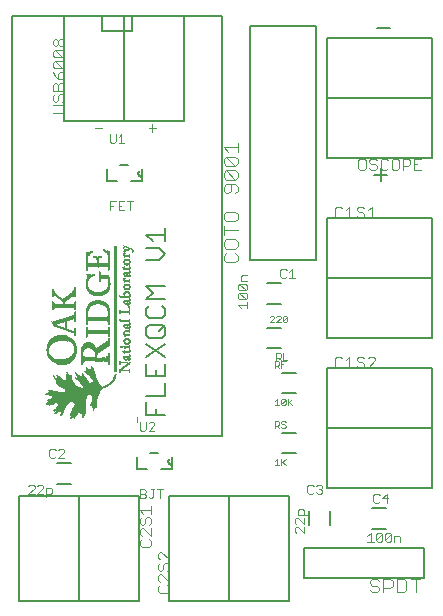
<source format=gto>
G75*
%MOIN*%
%OFA0B0*%
%FSLAX25Y25*%
%IPPOS*%
%LPD*%
%AMOC8*
5,1,8,0,0,1.08239X$1,22.5*
%
%ADD10C,0.00600*%
%ADD11C,0.00300*%
%ADD12C,0.00100*%
%ADD13C,0.00500*%
%ADD14C,0.00400*%
%ADD15C,0.00200*%
%ADD16C,0.00800*%
%ADD17R,0.00030X0.00210*%
%ADD18R,0.00030X0.00330*%
%ADD19R,0.00030X0.00450*%
%ADD20R,0.00030X0.00510*%
%ADD21R,0.00030X0.00540*%
%ADD22R,0.00030X0.00600*%
%ADD23R,0.00030X0.00630*%
%ADD24R,0.00030X0.00660*%
%ADD25R,0.00030X0.00690*%
%ADD26R,0.00030X0.00690*%
%ADD27R,0.00030X0.00720*%
%ADD28R,0.00030X0.00720*%
%ADD29R,0.00030X0.00360*%
%ADD30R,0.00030X0.00210*%
%ADD31R,0.00030X0.00240*%
%ADD32R,0.00030X0.00180*%
%ADD33R,0.00030X0.00210*%
%ADD34R,0.00030X0.00180*%
%ADD35R,0.00030X0.00180*%
%ADD36R,0.00030X0.00180*%
%ADD37R,0.00030X0.00090*%
%ADD38R,0.00030X0.00270*%
%ADD39R,0.00030X0.00300*%
%ADD40R,0.00030X0.00240*%
%ADD41R,0.00030X0.00060*%
%ADD42R,0.00030X0.00270*%
%ADD43R,0.00030X0.00150*%
%ADD44R,0.00030X0.00390*%
%ADD45R,0.00030X0.00480*%
%ADD46R,0.00030X0.00630*%
%ADD47R,0.00030X0.00390*%
%ADD48R,0.00030X0.00630*%
%ADD49R,0.00030X0.00480*%
%ADD50R,0.00030X0.01080*%
%ADD51R,0.00030X0.00600*%
%ADD52R,0.00030X0.00510*%
%ADD53R,0.00030X0.01170*%
%ADD54R,0.00030X0.00810*%
%ADD55R,0.00030X0.00990*%
%ADD56R,0.00030X0.01050*%
%ADD57R,0.00030X0.00510*%
%ADD58R,0.00030X0.01230*%
%ADD59R,0.00030X0.02700*%
%ADD60R,0.00030X0.00240*%
%ADD61R,0.00030X0.00810*%
%ADD62R,0.00030X0.00660*%
%ADD63R,0.00030X0.00270*%
%ADD64R,0.00030X0.01080*%
%ADD65R,0.00030X0.00690*%
%ADD66R,0.00030X0.00570*%
%ADD67R,0.00030X0.00750*%
%ADD68R,0.00030X0.01170*%
%ADD69R,0.00030X0.00930*%
%ADD70R,0.00030X0.00990*%
%ADD71R,0.00030X0.01050*%
%ADD72R,0.00030X0.00570*%
%ADD73R,0.00030X0.01230*%
%ADD74R,0.00030X0.02730*%
%ADD75R,0.00030X0.00960*%
%ADD76R,0.00030X0.00960*%
%ADD77R,0.00030X0.00930*%
%ADD78R,0.00030X0.00240*%
%ADD79R,0.00030X0.00780*%
%ADD80R,0.00030X0.00840*%
%ADD81R,0.00030X0.00630*%
%ADD82R,0.00030X0.02730*%
%ADD83R,0.00030X0.01410*%
%ADD84R,0.00030X0.00780*%
%ADD85R,0.00030X0.00870*%
%ADD86R,0.00030X0.00840*%
%ADD87R,0.00030X0.01140*%
%ADD88R,0.00030X0.01470*%
%ADD89R,0.00030X0.00360*%
%ADD90R,0.00030X0.00900*%
%ADD91R,0.00030X0.01260*%
%ADD92R,0.00030X0.00810*%
%ADD93R,0.00030X0.01200*%
%ADD94R,0.00030X0.01020*%
%ADD95R,0.00030X0.01230*%
%ADD96R,0.00030X0.00330*%
%ADD97R,0.00030X0.00930*%
%ADD98R,0.00030X0.00480*%
%ADD99R,0.00030X0.00930*%
%ADD100R,0.00030X0.02760*%
%ADD101R,0.00030X0.00720*%
%ADD102R,0.00030X0.00390*%
%ADD103R,0.00030X0.00480*%
%ADD104R,0.00030X0.00660*%
%ADD105R,0.00030X0.00420*%
%ADD106R,0.00030X0.00540*%
%ADD107R,0.00030X0.00330*%
%ADD108R,0.00030X0.00780*%
%ADD109R,0.00030X0.00990*%
%ADD110R,0.00030X0.01080*%
%ADD111R,0.00030X0.00420*%
%ADD112R,0.00030X0.00210*%
%ADD113R,0.00030X0.00540*%
%ADD114R,0.00030X0.00150*%
%ADD115R,0.00030X0.00450*%
%ADD116R,0.00030X0.00420*%
%ADD117R,0.00030X0.00720*%
%ADD118R,0.00030X0.00360*%
%ADD119R,0.00030X0.00120*%
%ADD120R,0.00030X0.00660*%
%ADD121R,0.00030X0.00120*%
%ADD122R,0.00030X0.00540*%
%ADD123R,0.00030X0.00060*%
%ADD124R,0.00030X0.00570*%
%ADD125R,0.00030X0.00060*%
%ADD126R,0.00030X0.00420*%
%ADD127R,0.00030X0.00570*%
%ADD128R,0.00030X0.00300*%
%ADD129R,0.00030X0.00510*%
%ADD130R,0.00030X0.00750*%
%ADD131R,0.00030X0.00390*%
%ADD132R,0.00030X0.00360*%
%ADD133R,0.00030X0.00330*%
%ADD134R,0.00030X0.00780*%
%ADD135R,0.00030X0.00270*%
%ADD136R,0.00030X0.01500*%
%ADD137R,0.00030X0.01500*%
%ADD138R,0.00030X0.01140*%
%ADD139R,0.00030X0.01770*%
%ADD140R,0.00030X0.01020*%
%ADD141R,0.00030X0.01170*%
%ADD142R,0.00030X0.01470*%
%ADD143R,0.00030X0.01110*%
%ADD144R,0.00030X0.01440*%
%ADD145R,0.00030X0.01020*%
%ADD146R,0.00030X0.01380*%
%ADD147R,0.00030X0.00870*%
%ADD148R,0.00030X0.00900*%
%ADD149R,0.00030X0.01350*%
%ADD150R,0.00030X0.00960*%
%ADD151R,0.00030X0.00870*%
%ADD152R,0.00030X0.01290*%
%ADD153R,0.00030X0.00810*%
%ADD154R,0.00030X0.00840*%
%ADD155R,0.00030X0.00120*%
%ADD156R,0.00030X0.00120*%
%ADD157R,0.00030X0.00090*%
%ADD158R,0.00030X0.00090*%
%ADD159R,0.00030X0.00030*%
%ADD160R,0.00030X0.00870*%
%ADD161R,0.00030X0.01170*%
%ADD162R,0.00030X0.01140*%
%ADD163R,0.00030X0.01080*%
%ADD164R,0.00030X0.01110*%
%ADD165R,0.00030X0.01110*%
%ADD166R,0.00030X0.00030*%
%ADD167R,0.00030X0.41580*%
%ADD168R,0.00030X0.41760*%
%ADD169R,0.00030X0.41820*%
%ADD170R,0.00030X0.41880*%
%ADD171R,0.00030X0.41940*%
%ADD172R,0.00030X0.41970*%
%ADD173R,0.00030X0.42000*%
%ADD174R,0.00030X0.42030*%
%ADD175R,0.00030X0.42030*%
%ADD176R,0.00030X0.42000*%
%ADD177R,0.00030X0.41970*%
%ADD178R,0.00030X0.01320*%
%ADD179R,0.00030X0.41940*%
%ADD180R,0.00030X0.01380*%
%ADD181R,0.00030X0.41880*%
%ADD182R,0.00030X0.01440*%
%ADD183R,0.00030X0.01530*%
%ADD184R,0.00030X0.41730*%
%ADD185R,0.00030X0.01560*%
%ADD186R,0.00030X0.41520*%
%ADD187R,0.00030X0.01590*%
%ADD188R,0.00030X0.01590*%
%ADD189R,0.00030X0.01440*%
%ADD190R,0.00030X0.00990*%
%ADD191R,0.00030X0.02010*%
%ADD192R,0.00030X0.02340*%
%ADD193R,0.00030X0.02640*%
%ADD194R,0.00030X0.03810*%
%ADD195R,0.00030X0.02640*%
%ADD196R,0.00030X0.03450*%
%ADD197R,0.00030X0.04590*%
%ADD198R,0.00030X0.02880*%
%ADD199R,0.00030X0.06210*%
%ADD200R,0.00030X0.03840*%
%ADD201R,0.00030X0.02670*%
%ADD202R,0.00030X0.03450*%
%ADD203R,0.00030X0.04830*%
%ADD204R,0.00030X0.03120*%
%ADD205R,0.00030X0.06240*%
%ADD206R,0.00030X0.05040*%
%ADD207R,0.00030X0.03330*%
%ADD208R,0.00030X0.06270*%
%ADD209R,0.00030X0.03840*%
%ADD210R,0.00030X0.05190*%
%ADD211R,0.00030X0.03510*%
%ADD212R,0.00030X0.06300*%
%ADD213R,0.00030X0.02760*%
%ADD214R,0.00030X0.05310*%
%ADD215R,0.00030X0.03720*%
%ADD216R,0.00030X0.06300*%
%ADD217R,0.00030X0.02790*%
%ADD218R,0.00030X0.05430*%
%ADD219R,0.00030X0.03900*%
%ADD220R,0.00030X0.02820*%
%ADD221R,0.00030X0.05550*%
%ADD222R,0.00030X0.04050*%
%ADD223R,0.00030X0.06330*%
%ADD224R,0.00030X0.02850*%
%ADD225R,0.00030X0.05640*%
%ADD226R,0.00030X0.04230*%
%ADD227R,0.00030X0.02850*%
%ADD228R,0.00030X0.05730*%
%ADD229R,0.00030X0.04350*%
%ADD230R,0.00030X0.06330*%
%ADD231R,0.00030X0.02880*%
%ADD232R,0.00030X0.05820*%
%ADD233R,0.00030X0.04500*%
%ADD234R,0.00030X0.06360*%
%ADD235R,0.00030X0.02910*%
%ADD236R,0.00030X0.05910*%
%ADD237R,0.00030X0.04650*%
%ADD238R,0.00030X0.06360*%
%ADD239R,0.00030X0.02940*%
%ADD240R,0.00030X0.06000*%
%ADD241R,0.00030X0.01980*%
%ADD242R,0.00030X0.02130*%
%ADD243R,0.00030X0.03420*%
%ADD244R,0.00030X0.06060*%
%ADD245R,0.00030X0.01800*%
%ADD246R,0.00030X0.01890*%
%ADD247R,0.00030X0.03360*%
%ADD248R,0.00030X0.02310*%
%ADD249R,0.00030X0.02940*%
%ADD250R,0.00030X0.02070*%
%ADD251R,0.00030X0.02460*%
%ADD252R,0.00030X0.02040*%
%ADD253R,0.00030X0.01740*%
%ADD254R,0.00030X0.02400*%
%ADD255R,0.00030X0.01800*%
%ADD256R,0.00030X0.02970*%
%ADD257R,0.00030X0.01830*%
%ADD258R,0.00030X0.02250*%
%ADD259R,0.00030X0.01920*%
%ADD260R,0.00030X0.01680*%
%ADD261R,0.00030X0.01710*%
%ADD262R,0.00030X0.02070*%
%ADD263R,0.00030X0.01620*%
%ADD264R,0.00030X0.02760*%
%ADD265R,0.00030X0.01710*%
%ADD266R,0.00030X0.01830*%
%ADD267R,0.00030X0.01650*%
%ADD268R,0.00030X0.01920*%
%ADD269R,0.00030X0.01530*%
%ADD270R,0.00030X0.02370*%
%ADD271R,0.00030X0.02460*%
%ADD272R,0.00030X0.01650*%
%ADD273R,0.00030X0.01950*%
%ADD274R,0.00030X0.01770*%
%ADD275R,0.00030X0.01350*%
%ADD276R,0.00030X0.02040*%
%ADD277R,0.00030X0.02310*%
%ADD278R,0.00030X0.01560*%
%ADD279R,0.00030X0.01740*%
%ADD280R,0.00030X0.01590*%
%ADD281R,0.00030X0.01320*%
%ADD282R,0.00030X0.02220*%
%ADD283R,0.00030X0.01740*%
%ADD284R,0.00030X0.01710*%
%ADD285R,0.00030X0.01620*%
%ADD286R,0.00030X0.01890*%
%ADD287R,0.00030X0.02190*%
%ADD288R,0.00030X0.01680*%
%ADD289R,0.00030X0.01620*%
%ADD290R,0.00030X0.01200*%
%ADD291R,0.00030X0.02160*%
%ADD292R,0.00030X0.01680*%
%ADD293R,0.00030X0.01530*%
%ADD294R,0.00030X0.01530*%
%ADD295R,0.00030X0.02130*%
%ADD296R,0.00030X0.01770*%
%ADD297R,0.00030X0.02100*%
%ADD298R,0.00030X0.01590*%
%ADD299R,0.00030X0.01770*%
%ADD300R,0.00030X0.02100*%
%ADD301R,0.00030X0.01470*%
%ADD302R,0.00030X0.01020*%
%ADD303R,0.00030X0.01470*%
%ADD304R,0.00030X0.02070*%
%ADD305R,0.00030X0.00960*%
%ADD306R,0.00030X0.01680*%
%ADD307R,0.00030X0.01560*%
%ADD308R,0.00030X0.01410*%
%ADD309R,0.00030X0.02040*%
%ADD310R,0.00030X0.01410*%
%ADD311R,0.00030X0.01410*%
%ADD312R,0.00030X0.01380*%
%ADD313R,0.00030X0.01440*%
%ADD314R,0.00030X0.01380*%
%ADD315R,0.00030X0.02010*%
%ADD316R,0.00030X0.02010*%
%ADD317R,0.00030X0.01980*%
%ADD318R,0.00030X0.01980*%
%ADD319R,0.00030X0.01950*%
%ADD320R,0.00030X0.01920*%
%ADD321R,0.00030X0.01920*%
%ADD322R,0.00030X0.01890*%
%ADD323R,0.00030X0.01860*%
%ADD324R,0.00030X0.01860*%
%ADD325R,0.00030X0.01860*%
%ADD326R,0.00030X0.01830*%
%ADD327R,0.00030X0.01830*%
%ADD328R,0.00030X0.01110*%
%ADD329R,0.00030X0.01290*%
%ADD330R,0.00030X0.01620*%
%ADD331R,0.00030X0.03060*%
%ADD332R,0.00030X0.03090*%
%ADD333R,0.00030X0.03120*%
%ADD334R,0.00030X0.01740*%
%ADD335R,0.00030X0.03120*%
%ADD336R,0.00030X0.01860*%
%ADD337R,0.00030X0.02220*%
%ADD338R,0.00030X0.02310*%
%ADD339R,0.00030X0.03090*%
%ADD340R,0.00030X0.02490*%
%ADD341R,0.00030X0.00060*%
%ADD342R,0.00030X0.02580*%
%ADD343R,0.00030X0.02670*%
%ADD344R,0.00030X0.02820*%
%ADD345R,0.00030X0.03030*%
%ADD346R,0.00030X0.03150*%
%ADD347R,0.00030X0.03330*%
%ADD348R,0.00030X0.03420*%
%ADD349R,0.00030X0.03540*%
%ADD350R,0.00030X0.03660*%
%ADD351R,0.00030X0.03780*%
%ADD352R,0.00030X0.03870*%
%ADD353R,0.00030X0.03990*%
%ADD354R,0.00030X0.04110*%
%ADD355R,0.00030X0.04380*%
%ADD356R,0.00030X0.03690*%
%ADD357R,0.00030X0.04500*%
%ADD358R,0.00030X0.03690*%
%ADD359R,0.00030X0.04620*%
%ADD360R,0.00030X0.04740*%
%ADD361R,0.00030X0.03660*%
%ADD362R,0.00030X0.04890*%
%ADD363R,0.00030X0.05160*%
%ADD364R,0.00030X0.05460*%
%ADD365R,0.00030X0.05610*%
%ADD366R,0.00030X0.05760*%
%ADD367R,0.00030X0.06000*%
%ADD368R,0.00030X0.06270*%
%ADD369R,0.00030X0.06660*%
%ADD370R,0.00030X0.09210*%
%ADD371R,0.00030X0.09180*%
%ADD372R,0.00030X0.04350*%
%ADD373R,0.00030X0.09150*%
%ADD374R,0.00030X0.04290*%
%ADD375R,0.00030X0.09150*%
%ADD376R,0.00030X0.04260*%
%ADD377R,0.00030X0.09120*%
%ADD378R,0.00030X0.04200*%
%ADD379R,0.00030X0.09120*%
%ADD380R,0.00030X0.04170*%
%ADD381R,0.00030X0.04110*%
%ADD382R,0.00030X0.04050*%
%ADD383R,0.00030X0.00690*%
%ADD384R,0.00030X0.03960*%
%ADD385R,0.00030X0.09240*%
%ADD386R,0.00030X0.03930*%
%ADD387R,0.00030X0.09420*%
%ADD388R,0.00030X0.03930*%
%ADD389R,0.00030X0.09570*%
%ADD390R,0.00030X0.09720*%
%ADD391R,0.00030X0.04140*%
%ADD392R,0.00030X0.09870*%
%ADD393R,0.00030X0.10020*%
%ADD394R,0.00030X0.01980*%
%ADD395R,0.00030X0.10200*%
%ADD396R,0.00030X0.10320*%
%ADD397R,0.00030X0.10500*%
%ADD398R,0.00030X0.10680*%
%ADD399R,0.00030X0.10830*%
%ADD400R,0.00030X0.11010*%
%ADD401R,0.00030X0.11190*%
%ADD402R,0.00030X0.11370*%
%ADD403R,0.00030X0.11580*%
%ADD404R,0.00030X0.11760*%
%ADD405R,0.00030X0.11970*%
%ADD406R,0.00030X0.12180*%
%ADD407R,0.00030X0.12360*%
%ADD408R,0.00030X0.12510*%
%ADD409R,0.00030X0.12720*%
%ADD410R,0.00030X0.12840*%
%ADD411R,0.00030X0.12990*%
%ADD412R,0.00030X0.13110*%
%ADD413R,0.00030X0.13230*%
%ADD414R,0.00030X0.13350*%
%ADD415R,0.00030X0.13500*%
%ADD416R,0.00030X0.13620*%
%ADD417R,0.00030X0.13710*%
%ADD418R,0.00030X0.13710*%
%ADD419R,0.00030X0.13680*%
%ADD420R,0.00030X0.13620*%
%ADD421R,0.00030X0.13560*%
%ADD422R,0.00030X0.09300*%
%ADD423R,0.00030X0.09060*%
%ADD424R,0.00030X0.03780*%
%ADD425R,0.00030X0.08850*%
%ADD426R,0.00030X0.03750*%
%ADD427R,0.00030X0.08640*%
%ADD428R,0.00030X0.03750*%
%ADD429R,0.00030X0.02970*%
%ADD430R,0.00030X0.05160*%
%ADD431R,0.00030X0.05010*%
%ADD432R,0.00030X0.03720*%
%ADD433R,0.00030X0.04890*%
%ADD434R,0.00030X0.04800*%
%ADD435R,0.00030X0.04740*%
%ADD436R,0.00030X0.01560*%
%ADD437R,0.00030X0.04650*%
%ADD438R,0.00030X0.04530*%
%ADD439R,0.00030X0.04440*%
%ADD440R,0.00030X0.04380*%
%ADD441R,0.00030X0.04290*%
%ADD442R,0.00030X0.04260*%
%ADD443R,0.00030X0.04200*%
%ADD444R,0.00030X0.02790*%
%ADD445R,0.00030X0.04170*%
%ADD446R,0.00030X0.02700*%
%ADD447R,0.00030X0.04140*%
%ADD448R,0.00030X0.04080*%
%ADD449R,0.00030X0.02610*%
%ADD450R,0.00030X0.04080*%
%ADD451R,0.00030X0.02550*%
%ADD452R,0.00030X0.02490*%
%ADD453R,0.00030X0.04020*%
%ADD454R,0.00030X0.02460*%
%ADD455R,0.00030X0.04020*%
%ADD456R,0.00030X0.02430*%
%ADD457R,0.00030X0.02430*%
%ADD458R,0.00030X0.02400*%
%ADD459R,0.00030X0.03900*%
%ADD460R,0.00030X0.02370*%
%ADD461R,0.00030X0.03930*%
%ADD462R,0.00030X0.02340*%
%ADD463R,0.00030X0.02280*%
%ADD464R,0.00030X0.02250*%
%ADD465R,0.00030X0.03960*%
%ADD466R,0.00030X0.02220*%
%ADD467R,0.00030X0.00840*%
%ADD468R,0.00030X0.02220*%
%ADD469R,0.00030X0.03990*%
%ADD470R,0.00030X0.02190*%
%ADD471R,0.00030X0.02190*%
%ADD472R,0.00030X0.01230*%
%ADD473R,0.00030X0.04080*%
%ADD474R,0.00030X0.01290*%
%ADD475R,0.00030X0.01320*%
%ADD476R,0.00030X0.02070*%
%ADD477R,0.00030X0.04290*%
%ADD478R,0.00030X0.04320*%
%ADD479R,0.00030X0.04410*%
%ADD480R,0.00030X0.04470*%
%ADD481R,0.00030X0.04560*%
%ADD482R,0.00030X0.01260*%
%ADD483R,0.00030X0.04680*%
%ADD484R,0.00030X0.04710*%
%ADD485R,0.00030X0.04800*%
%ADD486R,0.00030X0.04890*%
%ADD487R,0.00030X0.04950*%
%ADD488R,0.00030X0.05010*%
%ADD489R,0.00030X0.05070*%
%ADD490R,0.00030X0.02340*%
%ADD491R,0.00030X0.03000*%
%ADD492R,0.00030X0.05220*%
%ADD493R,0.00030X0.01890*%
%ADD494R,0.00030X0.03180*%
%ADD495R,0.00030X0.05940*%
%ADD496R,0.00030X0.05310*%
%ADD497R,0.00030X0.05910*%
%ADD498R,0.00030X0.05940*%
%ADD499R,0.00030X0.05400*%
%ADD500R,0.00030X0.04140*%
%ADD501R,0.00030X0.04020*%
%ADD502R,0.00030X0.05910*%
%ADD503R,0.00030X0.05520*%
%ADD504R,0.00030X0.05910*%
%ADD505R,0.00030X0.05610*%
%ADD506R,0.00030X0.05520*%
%ADD507R,0.00030X0.05700*%
%ADD508R,0.00030X0.05430*%
%ADD509R,0.00030X0.03600*%
%ADD510R,0.00030X0.05790*%
%ADD511R,0.00030X0.05280*%
%ADD512R,0.00030X0.05880*%
%ADD513R,0.00030X0.05850*%
%ADD514R,0.00030X0.03270*%
%ADD515R,0.00030X0.05880*%
%ADD516R,0.00030X0.05970*%
%ADD517R,0.00030X0.04980*%
%ADD518R,0.00030X0.06030*%
%ADD519R,0.00030X0.04770*%
%ADD520R,0.00030X0.06120*%
%ADD521R,0.00030X0.04470*%
%ADD522R,0.00030X0.02730*%
%ADD523R,0.00030X0.05850*%
%ADD524R,0.00030X0.01290*%
%ADD525R,0.00030X0.06450*%
%ADD526R,0.00030X0.06540*%
%ADD527R,0.00030X0.06660*%
%ADD528R,0.00030X0.06810*%
%ADD529R,0.00030X0.06930*%
%ADD530R,0.00030X0.07080*%
%ADD531R,0.00030X0.07230*%
%ADD532R,0.00030X0.07440*%
%ADD533R,0.00030X0.07680*%
%ADD534R,0.00030X0.11970*%
%ADD535R,0.00030X0.12060*%
%ADD536R,0.00030X0.12120*%
%ADD537R,0.00030X0.12240*%
%ADD538R,0.00030X0.12330*%
%ADD539R,0.00030X0.12420*%
%ADD540R,0.00030X0.12540*%
%ADD541R,0.00030X0.12600*%
%ADD542R,0.00030X0.12690*%
%ADD543R,0.00030X0.12810*%
%ADD544R,0.00030X0.12870*%
%ADD545R,0.00030X0.13080*%
%ADD546R,0.00030X0.13170*%
%ADD547R,0.00030X0.13260*%
%ADD548R,0.00030X0.13440*%
%ADD549R,0.00030X0.13530*%
%ADD550R,0.00030X0.13800*%
%ADD551R,0.00030X0.13890*%
%ADD552R,0.00030X0.13980*%
%ADD553R,0.00030X0.01710*%
%ADD554R,0.00030X0.14070*%
%ADD555R,0.00030X0.09780*%
%ADD556R,0.00030X0.04110*%
%ADD557R,0.00030X0.09810*%
%ADD558R,0.00030X0.09810*%
%ADD559R,0.00030X0.04080*%
%ADD560R,0.00030X0.09840*%
%ADD561R,0.00030X0.03000*%
%ADD562R,0.00030X0.02940*%
%ADD563R,0.00030X0.09900*%
%ADD564R,0.00030X0.02910*%
%ADD565R,0.00030X0.09600*%
%ADD566R,0.00030X0.09480*%
%ADD567R,0.00030X0.09360*%
%ADD568R,0.00030X0.02790*%
%ADD569R,0.00030X0.02370*%
%ADD570R,0.00030X0.09270*%
%ADD571R,0.00030X0.02760*%
%ADD572R,0.00030X0.03090*%
%ADD573R,0.00030X0.02580*%
%ADD574R,0.00030X0.06180*%
%ADD575R,0.00030X0.06120*%
%ADD576R,0.00030X0.06090*%
%ADD577R,0.00030X0.09000*%
%ADD578R,0.00030X0.08940*%
%ADD579R,0.00030X0.02640*%
%ADD580R,0.00030X0.05940*%
%ADD581R,0.00030X0.08910*%
%ADD582R,0.00030X0.05880*%
%ADD583R,0.00030X0.02580*%
%ADD584R,0.00030X0.05820*%
%ADD585R,0.00030X0.08820*%
%ADD586R,0.00030X0.02550*%
%ADD587R,0.00030X0.05730*%
%ADD588R,0.00030X0.08760*%
%ADD589R,0.00030X0.05640*%
%ADD590R,0.00030X0.08730*%
%ADD591R,0.00030X0.02520*%
%ADD592R,0.00030X0.08700*%
%ADD593R,0.00030X0.02520*%
%ADD594R,0.00030X0.05460*%
%ADD595R,0.00030X0.08670*%
%ADD596R,0.00030X0.05340*%
%ADD597R,0.00030X0.08610*%
%ADD598R,0.00030X0.05190*%
%ADD599R,0.00030X0.08580*%
%ADD600R,0.00030X0.05040*%
%ADD601R,0.00030X0.08550*%
%ADD602R,0.00030X0.08520*%
%ADD603R,0.00030X0.02430*%
%ADD604R,0.00030X0.08490*%
%ADD605R,0.00030X0.08460*%
%ADD606R,0.00030X0.08430*%
%ADD607R,0.00030X0.02340*%
%ADD608R,0.00030X0.08400*%
%ADD609R,0.00030X0.08370*%
%ADD610R,0.00030X0.08340*%
%ADD611R,0.00030X0.08310*%
%ADD612R,0.00030X0.08310*%
%ADD613R,0.00030X0.08280*%
%ADD614R,0.00030X0.08280*%
%ADD615R,0.00030X0.02190*%
%ADD616R,0.00030X0.08340*%
%ADD617R,0.00030X0.08370*%
%ADD618R,0.00030X0.08400*%
%ADD619R,0.00030X0.02160*%
%ADD620R,0.00030X0.08430*%
%ADD621R,0.00030X0.02160*%
%ADD622R,0.00030X0.02130*%
%ADD623R,0.00030X0.08550*%
%ADD624R,0.00030X0.08580*%
%ADD625R,0.00030X0.08610*%
%ADD626R,0.00030X0.08640*%
%ADD627R,0.00030X0.08670*%
%ADD628R,0.00030X0.08730*%
%ADD629R,0.00030X0.08760*%
%ADD630R,0.00030X0.08790*%
%ADD631R,0.00030X0.08820*%
%ADD632R,0.00030X0.08880*%
%ADD633R,0.00030X0.08910*%
%ADD634R,0.00030X0.08970*%
%ADD635R,0.00030X0.09000*%
%ADD636R,0.00030X0.09060*%
%ADD637R,0.00030X0.09090*%
%ADD638R,0.00030X0.01140*%
%ADD639R,0.00030X0.09240*%
%ADD640R,0.00030X0.09270*%
%ADD641R,0.00030X0.09330*%
%ADD642R,0.00030X0.09420*%
%ADD643R,0.00030X0.09510*%
%ADD644R,0.00030X0.09540*%
%ADD645R,0.00030X0.09600*%
%ADD646R,0.00030X0.09630*%
%ADD647R,0.00030X0.09690*%
%ADD648R,0.00030X0.09750*%
%ADD649R,0.00030X0.09840*%
%ADD650R,0.00030X0.09930*%
%ADD651R,0.00030X0.09990*%
%ADD652R,0.00030X0.10050*%
%ADD653R,0.00030X0.10110*%
%ADD654R,0.00030X0.10170*%
%ADD655R,0.00030X0.02670*%
%ADD656R,0.00030X0.03300*%
%ADD657R,0.00030X0.10230*%
%ADD658R,0.00030X0.03210*%
%ADD659R,0.00030X0.10320*%
%ADD660R,0.00030X0.00030*%
%ADD661R,0.00030X0.03390*%
%ADD662R,0.00030X0.03330*%
%ADD663R,0.00030X0.10380*%
%ADD664R,0.00030X0.03570*%
%ADD665R,0.00030X0.10440*%
%ADD666R,0.00030X0.02730*%
%ADD667R,0.00030X0.10530*%
%ADD668R,0.00030X0.10590*%
%ADD669R,0.00030X0.10710*%
%ADD670R,0.00030X0.04230*%
%ADD671R,0.00030X0.10770*%
%ADD672R,0.00030X0.04470*%
%ADD673R,0.00030X0.10920*%
%ADD674R,0.00030X0.06510*%
%ADD675R,0.00030X0.06480*%
%ADD676R,0.00030X0.04860*%
%ADD677R,0.00030X0.06450*%
%ADD678R,0.00030X0.02130*%
%ADD679R,0.00030X0.04020*%
%ADD680R,0.00030X0.06480*%
%ADD681R,0.00030X0.02040*%
%ADD682R,0.00030X0.03300*%
%ADD683R,0.00030X0.06480*%
%ADD684R,0.00030X0.06510*%
%ADD685R,0.00030X0.03270*%
%ADD686R,0.00030X0.03240*%
%ADD687R,0.00030X0.02010*%
%ADD688R,0.00030X0.03180*%
%ADD689R,0.00030X0.06510*%
%ADD690R,0.00030X0.03180*%
%ADD691R,0.00030X0.06570*%
%ADD692R,0.00030X0.06600*%
%ADD693R,0.00030X0.03060*%
%ADD694R,0.00030X0.06600*%
%ADD695R,0.00030X0.03030*%
%ADD696R,0.00030X0.06630*%
%ADD697R,0.00030X0.06690*%
%ADD698R,0.00030X0.02970*%
%ADD699R,0.00030X0.06720*%
%ADD700R,0.00030X0.02910*%
%ADD701R,0.00030X0.06750*%
%ADD702R,0.00030X0.06780*%
%ADD703R,0.00030X0.06840*%
%ADD704R,0.00030X0.06900*%
%ADD705R,0.00030X0.06900*%
%ADD706R,0.00030X0.06990*%
%ADD707R,0.00030X0.07050*%
%ADD708R,0.00030X0.07110*%
%ADD709R,0.00030X0.07170*%
%ADD710R,0.00030X0.07290*%
%ADD711R,0.00030X0.07410*%
%ADD712R,0.00030X0.07590*%
%ADD713R,0.00030X0.07770*%
%ADD714R,0.00030X0.08100*%
%ADD715R,0.00030X0.08580*%
%ADD716R,0.00030X0.08520*%
%ADD717R,0.00030X0.08370*%
%ADD718R,0.00030X0.08460*%
%ADD719R,0.00030X0.08610*%
%ADD720R,0.00030X0.08670*%
%ADD721R,0.00030X0.08730*%
%ADD722R,0.00030X0.08880*%
%ADD723R,0.00030X0.09030*%
%ADD724R,0.00030X0.09090*%
%ADD725R,0.00030X0.09210*%
%ADD726R,0.00030X0.09330*%
%ADD727R,0.00030X0.09390*%
%ADD728R,0.00030X0.09450*%
%ADD729R,0.00030X0.09660*%
%ADD730R,0.00030X0.09720*%
%ADD731R,0.00030X0.09870*%
%ADD732R,0.00030X0.09930*%
%ADD733R,0.00030X0.09990*%
%ADD734R,0.00030X0.10080*%
%ADD735R,0.00030X0.10140*%
%ADD736R,0.00030X0.09720*%
%ADD737R,0.00030X0.04440*%
%ADD738R,0.00030X0.08820*%
%ADD739R,0.00030X0.04410*%
%ADD740R,0.00030X0.08790*%
%ADD741R,0.00030X0.04230*%
%ADD742R,0.00030X0.08850*%
%ADD743R,0.00030X0.05070*%
%ADD744R,0.00030X0.03630*%
%ADD745R,0.00030X0.05070*%
%ADD746R,0.00030X0.03540*%
%ADD747R,0.00030X0.05100*%
%ADD748R,0.00030X0.03480*%
%ADD749R,0.00030X0.05130*%
%ADD750R,0.00030X0.03390*%
%ADD751R,0.00030X0.03240*%
%ADD752R,0.00030X0.05220*%
%ADD753R,0.00030X0.03210*%
%ADD754R,0.00030X0.05280*%
%ADD755R,0.00030X0.03150*%
%ADD756R,0.00030X0.05340*%
%ADD757R,0.00030X0.05400*%
%ADD758R,0.00030X0.05520*%
%ADD759R,0.00030X0.05550*%
%ADD760R,0.00030X0.05670*%
%ADD761R,0.00030X0.03270*%
%ADD762R,0.00030X0.03210*%
%ADD763R,0.00030X0.06030*%
%ADD764R,0.00030X0.06090*%
%ADD765R,0.00030X0.06210*%
%ADD766R,0.00030X0.06270*%
%ADD767R,0.00030X0.06420*%
%ADD768R,0.00030X0.06540*%
%ADD769R,0.00030X0.06630*%
%ADD770R,0.00030X0.06780*%
%ADD771R,0.00030X0.06870*%
%ADD772R,0.00030X0.06960*%
%ADD773R,0.00030X0.07020*%
%ADD774R,0.00030X0.07110*%
%ADD775R,0.00030X0.07170*%
%ADD776R,0.00030X0.07200*%
%ADD777R,0.00030X0.07260*%
%ADD778R,0.00030X0.07260*%
%ADD779R,0.00030X0.07350*%
%ADD780R,0.00030X0.07380*%
%ADD781R,0.00030X0.07410*%
%ADD782R,0.00030X0.07410*%
%ADD783R,0.00030X0.02970*%
%ADD784R,0.00030X0.07440*%
%ADD785R,0.00030X0.07500*%
%ADD786R,0.00030X0.07530*%
%ADD787R,0.00030X0.07560*%
%ADD788R,0.00030X0.03030*%
%ADD789R,0.00030X0.06720*%
%ADD790R,0.00030X0.03060*%
%ADD791R,0.00030X0.06630*%
%ADD792R,0.00030X0.06570*%
%ADD793R,0.00030X0.03090*%
%ADD794R,0.00030X0.06570*%
%ADD795R,0.00030X0.06570*%
%ADD796R,0.00030X0.03180*%
%ADD797R,0.00030X0.01320*%
%ADD798R,0.00030X0.06660*%
%ADD799R,0.00030X0.06690*%
%ADD800R,0.00030X0.04320*%
%ADD801R,0.00030X0.03120*%
%ADD802R,0.00030X0.02520*%
%ADD803R,0.00030X0.03990*%
%ADD804R,0.00030X0.03870*%
%ADD805R,0.00030X0.03840*%
%ADD806R,0.00030X0.03780*%
%ADD807R,0.00030X0.03780*%
%ADD808R,0.00030X0.03810*%
%ADD809R,0.00030X0.03930*%
%ADD810R,0.00030X0.04170*%
%ADD811R,0.00030X0.04260*%
%ADD812R,0.00030X0.02280*%
%ADD813R,0.00030X0.04260*%
%ADD814R,0.00030X0.00030*%
%ADD815R,0.00030X0.00090*%
%ADD816R,0.00030X0.04440*%
%ADD817R,0.00030X0.02490*%
%ADD818R,0.00030X0.02430*%
%ADD819R,0.00030X0.02370*%
%ADD820R,0.00030X0.02280*%
%ADD821R,0.00030X0.02160*%
%ADD822R,0.00030X0.03420*%
%ADD823R,0.00030X0.02790*%
%ADD824C,0.00000*%
D10*
X0023600Y0042500D02*
X0028400Y0042500D01*
X0028400Y0049500D02*
X0023600Y0049500D01*
X0050100Y0051400D02*
X0050100Y0047200D01*
X0053600Y0047200D01*
X0058400Y0047200D02*
X0061900Y0047200D01*
X0061900Y0048800D01*
X0061900Y0051400D01*
X0061000Y0050799D02*
X0060958Y0050746D01*
X0060919Y0050690D01*
X0060883Y0050632D01*
X0060851Y0050572D01*
X0060822Y0050511D01*
X0060796Y0050448D01*
X0060774Y0050383D01*
X0060755Y0050318D01*
X0060740Y0050251D01*
X0060729Y0050184D01*
X0060722Y0050116D01*
X0060718Y0050048D01*
X0060719Y0049980D01*
X0060723Y0049912D01*
X0060731Y0049844D01*
X0060742Y0049777D01*
X0060758Y0049711D01*
X0060777Y0049645D01*
X0060799Y0049581D01*
X0060825Y0049518D01*
X0060855Y0049457D01*
X0060888Y0049397D01*
X0060925Y0049340D01*
X0060964Y0049284D01*
X0061007Y0049231D01*
X0061052Y0049180D01*
X0061100Y0049132D01*
X0061151Y0049087D01*
X0061204Y0049044D01*
X0061260Y0049005D01*
X0061317Y0048969D01*
X0061377Y0048936D01*
X0061438Y0048906D01*
X0061501Y0048880D01*
X0061566Y0048857D01*
X0061631Y0048838D01*
X0061697Y0048823D01*
X0061765Y0048811D01*
X0061832Y0048804D01*
X0061900Y0048800D01*
X0057400Y0052800D02*
X0054600Y0052800D01*
X0053295Y0065300D02*
X0053295Y0069570D01*
X0053295Y0071745D02*
X0059700Y0071745D01*
X0059700Y0076016D01*
X0059700Y0078191D02*
X0059700Y0082461D01*
X0059700Y0084636D02*
X0053295Y0088907D01*
X0054362Y0091082D02*
X0053295Y0092150D01*
X0053295Y0094285D01*
X0054362Y0095352D01*
X0058632Y0095352D01*
X0059700Y0094285D01*
X0059700Y0092150D01*
X0058632Y0091082D01*
X0054362Y0091082D01*
X0057565Y0093217D02*
X0059700Y0095352D01*
X0058632Y0097527D02*
X0059700Y0098595D01*
X0059700Y0100730D01*
X0058632Y0101798D01*
X0059700Y0103973D02*
X0053295Y0103973D01*
X0055430Y0106108D01*
X0053295Y0108243D01*
X0059700Y0108243D01*
X0054362Y0101798D02*
X0053295Y0100730D01*
X0053295Y0098595D01*
X0054362Y0097527D01*
X0058632Y0097527D01*
X0059700Y0088907D02*
X0053295Y0084636D01*
X0053295Y0082461D02*
X0053295Y0078191D01*
X0059700Y0078191D01*
X0056497Y0078191D02*
X0056497Y0080326D01*
X0056497Y0067435D02*
X0056497Y0065300D01*
X0053295Y0065300D02*
X0059700Y0065300D01*
X0093700Y0087600D02*
X0098300Y0087600D01*
X0098300Y0094400D02*
X0093700Y0094400D01*
X0093600Y0102500D02*
X0098400Y0102500D01*
X0098400Y0109500D02*
X0093600Y0109500D01*
X0098700Y0079400D02*
X0103300Y0079400D01*
X0103300Y0072600D02*
X0098700Y0072600D01*
X0098700Y0059400D02*
X0103300Y0059400D01*
X0103300Y0052600D02*
X0098700Y0052600D01*
X0107500Y0033400D02*
X0107500Y0028600D01*
X0114500Y0028600D02*
X0114500Y0033400D01*
X0128600Y0034500D02*
X0133400Y0034500D01*
X0133400Y0027500D02*
X0128600Y0027500D01*
X0057565Y0116864D02*
X0059700Y0118999D01*
X0057565Y0121134D01*
X0053295Y0121134D01*
X0055430Y0123309D02*
X0053295Y0125445D01*
X0059700Y0125445D01*
X0059700Y0127580D02*
X0059700Y0123309D01*
X0057565Y0116864D02*
X0053295Y0116864D01*
X0051900Y0143200D02*
X0048400Y0143200D01*
X0051900Y0143200D02*
X0051900Y0144800D01*
X0051900Y0147400D01*
X0051000Y0146799D02*
X0050958Y0146746D01*
X0050919Y0146690D01*
X0050883Y0146632D01*
X0050851Y0146572D01*
X0050822Y0146511D01*
X0050796Y0146448D01*
X0050774Y0146383D01*
X0050755Y0146318D01*
X0050740Y0146251D01*
X0050729Y0146184D01*
X0050722Y0146116D01*
X0050718Y0146048D01*
X0050719Y0145980D01*
X0050723Y0145912D01*
X0050731Y0145844D01*
X0050742Y0145777D01*
X0050758Y0145711D01*
X0050777Y0145645D01*
X0050799Y0145581D01*
X0050825Y0145518D01*
X0050855Y0145457D01*
X0050888Y0145397D01*
X0050925Y0145340D01*
X0050964Y0145284D01*
X0051007Y0145231D01*
X0051052Y0145180D01*
X0051100Y0145132D01*
X0051151Y0145087D01*
X0051204Y0145044D01*
X0051260Y0145005D01*
X0051317Y0144969D01*
X0051377Y0144936D01*
X0051438Y0144906D01*
X0051501Y0144880D01*
X0051566Y0144857D01*
X0051631Y0144838D01*
X0051697Y0144823D01*
X0051765Y0144811D01*
X0051832Y0144804D01*
X0051900Y0144800D01*
X0047400Y0148800D02*
X0044600Y0148800D01*
X0040100Y0147400D02*
X0040100Y0143200D01*
X0043600Y0143200D01*
X0129300Y0145503D02*
X0133570Y0145503D01*
X0131435Y0147638D02*
X0131435Y0143368D01*
X0130300Y0194503D02*
X0134570Y0194503D01*
D11*
X0135718Y0150853D02*
X0135101Y0150236D01*
X0135101Y0147767D01*
X0135718Y0147150D01*
X0136952Y0147150D01*
X0137569Y0147767D01*
X0137569Y0150236D01*
X0136952Y0150853D01*
X0135718Y0150853D01*
X0133886Y0150236D02*
X0133269Y0150853D01*
X0132035Y0150853D01*
X0131417Y0150236D01*
X0131417Y0147767D01*
X0132035Y0147150D01*
X0133269Y0147150D01*
X0133886Y0147767D01*
X0130203Y0147767D02*
X0129586Y0147150D01*
X0128351Y0147150D01*
X0127734Y0147767D01*
X0126520Y0147767D02*
X0126520Y0150236D01*
X0125903Y0150853D01*
X0124668Y0150853D01*
X0124051Y0150236D01*
X0124051Y0147767D01*
X0124668Y0147150D01*
X0125903Y0147150D01*
X0126520Y0147767D01*
X0128351Y0149002D02*
X0127734Y0149619D01*
X0127734Y0150236D01*
X0128351Y0150853D01*
X0129586Y0150853D01*
X0130203Y0150236D01*
X0129586Y0149002D02*
X0128351Y0149002D01*
X0129586Y0149002D02*
X0130203Y0148384D01*
X0130203Y0147767D01*
X0138784Y0147150D02*
X0138784Y0150853D01*
X0140635Y0150853D01*
X0141252Y0150236D01*
X0141252Y0149002D01*
X0140635Y0148384D01*
X0138784Y0148384D01*
X0142467Y0149002D02*
X0143701Y0149002D01*
X0142467Y0150853D02*
X0142467Y0147150D01*
X0144936Y0147150D01*
X0144936Y0150853D02*
X0142467Y0150853D01*
X0128434Y0134853D02*
X0128434Y0131150D01*
X0129668Y0131150D02*
X0127199Y0131150D01*
X0125985Y0131767D02*
X0125368Y0131150D01*
X0124133Y0131150D01*
X0123516Y0131767D01*
X0122302Y0131150D02*
X0119833Y0131150D01*
X0121068Y0131150D02*
X0121068Y0134853D01*
X0119833Y0133619D01*
X0118619Y0134236D02*
X0118002Y0134853D01*
X0116767Y0134853D01*
X0116150Y0134236D01*
X0116150Y0131767D01*
X0116767Y0131150D01*
X0118002Y0131150D01*
X0118619Y0131767D01*
X0123516Y0133619D02*
X0124133Y0133002D01*
X0125368Y0133002D01*
X0125985Y0132384D01*
X0125985Y0131767D01*
X0127199Y0133619D02*
X0128434Y0134853D01*
X0125985Y0134236D02*
X0125368Y0134853D01*
X0124133Y0134853D01*
X0123516Y0134236D01*
X0123516Y0133619D01*
X0124133Y0084853D02*
X0123516Y0084236D01*
X0123516Y0083619D01*
X0124133Y0083002D01*
X0125368Y0083002D01*
X0125985Y0082384D01*
X0125985Y0081767D01*
X0125368Y0081150D01*
X0124133Y0081150D01*
X0123516Y0081767D01*
X0122302Y0081150D02*
X0119833Y0081150D01*
X0121068Y0081150D02*
X0121068Y0084853D01*
X0119833Y0083619D01*
X0118619Y0084236D02*
X0118002Y0084853D01*
X0116767Y0084853D01*
X0116150Y0084236D01*
X0116150Y0081767D01*
X0116767Y0081150D01*
X0118002Y0081150D01*
X0118619Y0081767D01*
X0124133Y0084853D02*
X0125368Y0084853D01*
X0125985Y0084236D01*
X0127199Y0084236D02*
X0127817Y0084853D01*
X0129051Y0084853D01*
X0129668Y0084236D01*
X0129668Y0083619D01*
X0127199Y0081150D01*
X0129668Y0081150D01*
X0060850Y0019668D02*
X0060850Y0017199D01*
X0058381Y0019668D01*
X0057764Y0019668D01*
X0057147Y0019051D01*
X0057147Y0017817D01*
X0057764Y0017199D01*
X0057764Y0015985D02*
X0057147Y0015368D01*
X0057147Y0014133D01*
X0057764Y0013516D01*
X0058381Y0013516D01*
X0058998Y0014133D01*
X0058998Y0015368D01*
X0059616Y0015985D01*
X0060233Y0015985D01*
X0060850Y0015368D01*
X0060850Y0014133D01*
X0060233Y0013516D01*
X0060850Y0012302D02*
X0060850Y0009833D01*
X0058381Y0012302D01*
X0057764Y0012302D01*
X0057147Y0011685D01*
X0057147Y0010450D01*
X0057764Y0009833D01*
X0057764Y0008619D02*
X0057147Y0008002D01*
X0057147Y0006767D01*
X0057764Y0006150D01*
X0060233Y0006150D01*
X0060850Y0006767D01*
X0060850Y0008002D01*
X0060233Y0008619D01*
X0054233Y0021417D02*
X0051764Y0021417D01*
X0051147Y0022035D01*
X0051147Y0023269D01*
X0051764Y0023886D01*
X0051764Y0025101D02*
X0051147Y0025718D01*
X0051147Y0026952D01*
X0051764Y0027569D01*
X0052381Y0027569D01*
X0054850Y0025101D01*
X0054850Y0027569D01*
X0054233Y0028784D02*
X0054850Y0029401D01*
X0054850Y0030635D01*
X0054233Y0031252D01*
X0053616Y0031252D01*
X0052998Y0030635D01*
X0052998Y0029401D01*
X0052381Y0028784D01*
X0051764Y0028784D01*
X0051147Y0029401D01*
X0051147Y0030635D01*
X0051764Y0031252D01*
X0052381Y0032467D02*
X0051147Y0033701D01*
X0054850Y0033701D01*
X0054850Y0032467D02*
X0054850Y0034936D01*
X0055064Y0037650D02*
X0054580Y0037650D01*
X0054097Y0038134D01*
X0053085Y0038134D02*
X0053085Y0038617D01*
X0052601Y0039101D01*
X0051150Y0039101D01*
X0051150Y0037650D02*
X0052601Y0037650D01*
X0053085Y0038134D01*
X0052601Y0039101D02*
X0053085Y0039585D01*
X0053085Y0040069D01*
X0052601Y0040552D01*
X0051150Y0040552D01*
X0051150Y0037650D01*
X0055064Y0037650D02*
X0055548Y0038134D01*
X0055548Y0040552D01*
X0056031Y0040552D02*
X0055064Y0040552D01*
X0057043Y0040552D02*
X0058978Y0040552D01*
X0058011Y0040552D02*
X0058011Y0037650D01*
X0054233Y0023886D02*
X0054850Y0023269D01*
X0054850Y0022035D01*
X0054233Y0021417D01*
X0054097Y0060150D02*
X0056031Y0062085D01*
X0056031Y0062569D01*
X0055548Y0063052D01*
X0054580Y0063052D01*
X0054097Y0062569D01*
X0053085Y0063052D02*
X0053085Y0060634D01*
X0052601Y0060150D01*
X0051634Y0060150D01*
X0051150Y0060634D01*
X0051150Y0063052D01*
X0054097Y0060150D02*
X0056031Y0060150D01*
X0048011Y0133650D02*
X0048011Y0136552D01*
X0048978Y0136552D02*
X0047043Y0136552D01*
X0046031Y0136552D02*
X0044097Y0136552D01*
X0044097Y0133650D01*
X0046031Y0133650D01*
X0045064Y0135101D02*
X0044097Y0135101D01*
X0043085Y0136552D02*
X0041150Y0136552D01*
X0041150Y0133650D01*
X0041150Y0135101D02*
X0042117Y0135101D01*
X0041634Y0156150D02*
X0042601Y0156150D01*
X0043085Y0156634D01*
X0043085Y0159052D01*
X0044097Y0158085D02*
X0045064Y0159052D01*
X0045064Y0156150D01*
X0044097Y0156150D02*
X0046031Y0156150D01*
X0041634Y0156150D02*
X0041150Y0156634D01*
X0041150Y0159052D01*
X0038619Y0161002D02*
X0036150Y0161002D01*
X0025850Y0166767D02*
X0025850Y0168002D01*
X0025233Y0168619D01*
X0022147Y0168619D01*
X0022764Y0169833D02*
X0022147Y0170450D01*
X0022147Y0171685D01*
X0022764Y0172302D01*
X0022147Y0173516D02*
X0022147Y0175368D01*
X0022764Y0175985D01*
X0023381Y0175985D01*
X0023998Y0175368D01*
X0023998Y0173516D01*
X0024616Y0172302D02*
X0023998Y0171685D01*
X0023998Y0170450D01*
X0023381Y0169833D01*
X0022764Y0169833D01*
X0025233Y0169833D02*
X0025850Y0170450D01*
X0025850Y0171685D01*
X0025233Y0172302D01*
X0024616Y0172302D01*
X0025850Y0173516D02*
X0025850Y0175368D01*
X0025233Y0175985D01*
X0024616Y0175985D01*
X0023998Y0175368D01*
X0023998Y0177199D02*
X0023998Y0179051D01*
X0024616Y0179668D01*
X0025233Y0179668D01*
X0025850Y0179051D01*
X0025850Y0177817D01*
X0025233Y0177199D01*
X0023998Y0177199D01*
X0022764Y0178434D01*
X0022147Y0179668D01*
X0022764Y0180883D02*
X0022147Y0181500D01*
X0022147Y0182734D01*
X0022764Y0183351D01*
X0025233Y0180883D01*
X0025850Y0181500D01*
X0025850Y0182734D01*
X0025233Y0183351D01*
X0022764Y0183351D01*
X0022764Y0184566D02*
X0022147Y0185183D01*
X0022147Y0186417D01*
X0022764Y0187034D01*
X0025233Y0184566D01*
X0025850Y0185183D01*
X0025850Y0186417D01*
X0025233Y0187034D01*
X0022764Y0187034D01*
X0022764Y0188249D02*
X0022147Y0188866D01*
X0022147Y0190100D01*
X0022764Y0190718D01*
X0023381Y0190718D01*
X0023998Y0190100D01*
X0023998Y0188866D01*
X0023381Y0188249D01*
X0022764Y0188249D01*
X0023998Y0188866D02*
X0024616Y0188249D01*
X0025233Y0188249D01*
X0025850Y0188866D01*
X0025850Y0190100D01*
X0025233Y0190718D01*
X0024616Y0190718D01*
X0023998Y0190100D01*
X0022764Y0184566D02*
X0025233Y0184566D01*
X0025233Y0180883D02*
X0022764Y0180883D01*
X0022147Y0173516D02*
X0025850Y0173516D01*
X0025850Y0166767D02*
X0025233Y0166150D01*
X0022147Y0166150D01*
X0054150Y0161002D02*
X0056619Y0161002D01*
X0055384Y0162236D02*
X0055384Y0159767D01*
D12*
X0085399Y0111958D02*
X0084882Y0111441D01*
X0084882Y0109890D01*
X0086950Y0109890D01*
X0086433Y0109011D02*
X0086950Y0108494D01*
X0086950Y0107460D01*
X0086433Y0106943D01*
X0084364Y0109011D01*
X0086433Y0109011D01*
X0086433Y0106943D02*
X0084364Y0106943D01*
X0083847Y0107460D01*
X0083847Y0108494D01*
X0084364Y0109011D01*
X0084364Y0106065D02*
X0086433Y0103997D01*
X0086950Y0104514D01*
X0086950Y0105548D01*
X0086433Y0106065D01*
X0084364Y0106065D01*
X0083847Y0105548D01*
X0083847Y0104514D01*
X0084364Y0103997D01*
X0086433Y0103997D01*
X0086950Y0103118D02*
X0086950Y0101050D01*
X0086950Y0102084D02*
X0083847Y0102084D01*
X0084882Y0101050D01*
X0085399Y0111958D02*
X0086950Y0111958D01*
X0098050Y0111567D02*
X0098567Y0111050D01*
X0099601Y0111050D01*
X0100118Y0111567D01*
X0100997Y0111050D02*
X0103065Y0111050D01*
X0102031Y0111050D02*
X0102031Y0114153D01*
X0100997Y0113118D01*
X0100118Y0113636D02*
X0099601Y0114153D01*
X0098567Y0114153D01*
X0098050Y0113636D01*
X0098050Y0111567D01*
X0107567Y0042153D02*
X0107050Y0041636D01*
X0107050Y0039567D01*
X0107567Y0039050D01*
X0108601Y0039050D01*
X0109118Y0039567D01*
X0109997Y0039567D02*
X0110514Y0039050D01*
X0111548Y0039050D01*
X0112065Y0039567D01*
X0112065Y0040084D01*
X0111548Y0040601D01*
X0111031Y0040601D01*
X0111548Y0040601D02*
X0112065Y0041118D01*
X0112065Y0041636D01*
X0111548Y0042153D01*
X0110514Y0042153D01*
X0109997Y0041636D01*
X0109118Y0041636D02*
X0108601Y0042153D01*
X0107567Y0042153D01*
X0105433Y0034011D02*
X0104399Y0034011D01*
X0103882Y0033494D01*
X0103882Y0031943D01*
X0106984Y0031943D01*
X0105950Y0031943D02*
X0105950Y0033494D01*
X0105433Y0034011D01*
X0105950Y0031065D02*
X0105950Y0028997D01*
X0103882Y0031065D01*
X0103364Y0031065D01*
X0102847Y0030548D01*
X0102847Y0029514D01*
X0103364Y0028997D01*
X0103364Y0028118D02*
X0102847Y0027601D01*
X0102847Y0026567D01*
X0103364Y0026050D01*
X0103364Y0028118D02*
X0103882Y0028118D01*
X0105950Y0026050D01*
X0105950Y0028118D01*
X0127050Y0025118D02*
X0128084Y0026153D01*
X0128084Y0023050D01*
X0127050Y0023050D02*
X0129118Y0023050D01*
X0129997Y0023567D02*
X0132065Y0025636D01*
X0132065Y0023567D01*
X0131548Y0023050D01*
X0130514Y0023050D01*
X0129997Y0023567D01*
X0129997Y0025636D01*
X0130514Y0026153D01*
X0131548Y0026153D01*
X0132065Y0025636D01*
X0132943Y0025636D02*
X0133460Y0026153D01*
X0134494Y0026153D01*
X0135011Y0025636D01*
X0132943Y0023567D01*
X0133460Y0023050D01*
X0134494Y0023050D01*
X0135011Y0023567D01*
X0135011Y0025636D01*
X0135890Y0025118D02*
X0135890Y0023050D01*
X0137958Y0023050D02*
X0137958Y0024601D01*
X0137441Y0025118D01*
X0135890Y0025118D01*
X0132943Y0025636D02*
X0132943Y0023567D01*
X0133548Y0036050D02*
X0133548Y0039153D01*
X0131997Y0037601D01*
X0134065Y0037601D01*
X0131118Y0036567D02*
X0130601Y0036050D01*
X0129567Y0036050D01*
X0129050Y0036567D01*
X0129050Y0038636D01*
X0129567Y0039153D01*
X0130601Y0039153D01*
X0131118Y0038636D01*
X0026065Y0051050D02*
X0023997Y0051050D01*
X0026065Y0053118D01*
X0026065Y0053636D01*
X0025548Y0054153D01*
X0024514Y0054153D01*
X0023997Y0053636D01*
X0023118Y0053636D02*
X0022601Y0054153D01*
X0021567Y0054153D01*
X0021050Y0053636D01*
X0021050Y0051567D01*
X0021567Y0051050D01*
X0022601Y0051050D01*
X0023118Y0051567D01*
X0018548Y0042153D02*
X0017514Y0042153D01*
X0016997Y0041636D01*
X0016118Y0041636D02*
X0015601Y0042153D01*
X0014567Y0042153D01*
X0014050Y0041636D01*
X0016118Y0041636D02*
X0016118Y0041118D01*
X0014050Y0039050D01*
X0016118Y0039050D01*
X0016997Y0039050D02*
X0019065Y0041118D01*
X0019065Y0041636D01*
X0018548Y0042153D01*
X0019943Y0041118D02*
X0021494Y0041118D01*
X0022011Y0040601D01*
X0022011Y0039567D01*
X0021494Y0039050D01*
X0019943Y0039050D01*
X0019065Y0039050D02*
X0016997Y0039050D01*
X0019943Y0038016D02*
X0019943Y0041118D01*
D13*
X0011000Y0003500D02*
X0031000Y0003500D01*
X0031000Y0038500D01*
X0011000Y0038500D01*
X0011000Y0003500D01*
X0031000Y0003500D02*
X0051000Y0003500D01*
X0051000Y0038500D01*
X0031000Y0038500D01*
X0061000Y0038500D02*
X0061000Y0003500D01*
X0081000Y0003500D01*
X0081000Y0038500D01*
X0061000Y0038500D01*
X0081000Y0038500D02*
X0101000Y0038500D01*
X0101000Y0003500D01*
X0081000Y0003500D01*
X0106000Y0011000D02*
X0146000Y0011000D01*
X0146000Y0021000D01*
X0106000Y0021000D01*
X0106000Y0011000D01*
X0113500Y0041000D02*
X0148500Y0041000D01*
X0148500Y0061000D01*
X0113500Y0061000D01*
X0113500Y0041000D01*
X0113500Y0061000D02*
X0113500Y0081000D01*
X0148500Y0081000D01*
X0148500Y0061000D01*
X0148500Y0091000D02*
X0148500Y0111000D01*
X0113500Y0111000D01*
X0113500Y0091000D01*
X0148500Y0091000D01*
X0148500Y0111000D02*
X0148500Y0131000D01*
X0113500Y0131000D01*
X0113500Y0111000D01*
X0110000Y0117000D02*
X0110000Y0195000D01*
X0088000Y0195000D01*
X0088000Y0117000D01*
X0110000Y0117000D01*
X0113500Y0151000D02*
X0113500Y0171000D01*
X0148500Y0171000D01*
X0148500Y0191000D01*
X0113500Y0191000D01*
X0113500Y0171000D01*
X0113500Y0151000D02*
X0148500Y0151000D01*
X0148500Y0171000D01*
X0066000Y0163500D02*
X0066000Y0198500D01*
X0046000Y0198500D01*
X0046000Y0163500D01*
X0066000Y0163500D01*
X0046000Y0163500D02*
X0026000Y0163500D01*
X0026000Y0198500D01*
X0046000Y0198500D01*
D14*
X0079196Y0154566D02*
X0083800Y0154566D01*
X0083800Y0153031D02*
X0083800Y0156101D01*
X0080731Y0153031D02*
X0079196Y0154566D01*
X0079963Y0151497D02*
X0083033Y0148427D01*
X0083800Y0149195D01*
X0083800Y0150729D01*
X0083033Y0151497D01*
X0079963Y0151497D01*
X0079196Y0150729D01*
X0079196Y0149195D01*
X0079963Y0148427D01*
X0083033Y0148427D01*
X0083033Y0146893D02*
X0083800Y0146126D01*
X0083800Y0144591D01*
X0083033Y0143824D01*
X0079963Y0146893D01*
X0083033Y0146893D01*
X0083033Y0143824D02*
X0079963Y0143824D01*
X0079196Y0144591D01*
X0079196Y0146126D01*
X0079963Y0146893D01*
X0079963Y0142289D02*
X0079196Y0141522D01*
X0079196Y0139987D01*
X0079963Y0139220D01*
X0080731Y0139220D01*
X0081498Y0139987D01*
X0081498Y0142289D01*
X0083033Y0142289D02*
X0079963Y0142289D01*
X0083033Y0142289D02*
X0083800Y0141522D01*
X0083800Y0139987D01*
X0083033Y0139220D01*
X0083033Y0133081D02*
X0079963Y0133081D01*
X0079196Y0132314D01*
X0079196Y0130779D01*
X0079963Y0130012D01*
X0083033Y0130012D01*
X0083800Y0130779D01*
X0083800Y0132314D01*
X0083033Y0133081D01*
X0079196Y0128477D02*
X0079196Y0125408D01*
X0079196Y0126942D02*
X0083800Y0126942D01*
X0083033Y0123873D02*
X0079963Y0123873D01*
X0079196Y0123106D01*
X0079196Y0121571D01*
X0079963Y0120804D01*
X0083033Y0120804D01*
X0083800Y0121571D01*
X0083800Y0123106D01*
X0083033Y0123873D01*
X0083033Y0119269D02*
X0083800Y0118502D01*
X0083800Y0116967D01*
X0083033Y0116200D01*
X0079963Y0116200D01*
X0079196Y0116967D01*
X0079196Y0118502D01*
X0079963Y0119269D01*
X0128552Y0010804D02*
X0127784Y0010037D01*
X0127784Y0009269D01*
X0128552Y0008502D01*
X0130086Y0008502D01*
X0130854Y0007735D01*
X0130854Y0006967D01*
X0130086Y0006200D01*
X0128552Y0006200D01*
X0127784Y0006967D01*
X0128552Y0010804D02*
X0130086Y0010804D01*
X0130854Y0010037D01*
X0132388Y0010804D02*
X0132388Y0006200D01*
X0132388Y0007735D02*
X0134690Y0007735D01*
X0135457Y0008502D01*
X0135457Y0010037D01*
X0134690Y0010804D01*
X0132388Y0010804D01*
X0136992Y0010804D02*
X0136992Y0006200D01*
X0139294Y0006200D01*
X0140061Y0006967D01*
X0140061Y0010037D01*
X0139294Y0010804D01*
X0136992Y0010804D01*
X0141596Y0010804D02*
X0144665Y0010804D01*
X0143131Y0010804D02*
X0143131Y0006200D01*
D15*
X0099778Y0048600D02*
X0098677Y0049701D01*
X0098310Y0049334D02*
X0099778Y0050802D01*
X0098310Y0050802D02*
X0098310Y0048600D01*
X0097568Y0048600D02*
X0096100Y0048600D01*
X0096834Y0048600D02*
X0096834Y0050802D01*
X0096100Y0050068D01*
X0096100Y0061100D02*
X0096100Y0063302D01*
X0097201Y0063302D01*
X0097568Y0062935D01*
X0097568Y0062201D01*
X0097201Y0061834D01*
X0096100Y0061834D01*
X0096834Y0061834D02*
X0097568Y0061100D01*
X0098310Y0061467D02*
X0098677Y0061100D01*
X0099411Y0061100D01*
X0099778Y0061467D01*
X0099778Y0061834D01*
X0099411Y0062201D01*
X0098677Y0062201D01*
X0098310Y0062568D01*
X0098310Y0062935D01*
X0098677Y0063302D01*
X0099411Y0063302D01*
X0099778Y0062935D01*
X0099411Y0068600D02*
X0098677Y0068600D01*
X0098310Y0068967D01*
X0099778Y0070435D01*
X0099778Y0068967D01*
X0099411Y0068600D01*
X0100520Y0068600D02*
X0100520Y0070802D01*
X0099778Y0070435D02*
X0099411Y0070802D01*
X0098677Y0070802D01*
X0098310Y0070435D01*
X0098310Y0068967D01*
X0097568Y0068600D02*
X0096100Y0068600D01*
X0096834Y0068600D02*
X0096834Y0070802D01*
X0096100Y0070068D01*
X0100520Y0069334D02*
X0101988Y0070802D01*
X0100887Y0069701D02*
X0101988Y0068600D01*
X0098310Y0081100D02*
X0098310Y0083302D01*
X0099778Y0083302D01*
X0100358Y0083700D02*
X0098890Y0083700D01*
X0098890Y0085902D01*
X0098148Y0085535D02*
X0098148Y0084801D01*
X0097781Y0084434D01*
X0096680Y0084434D01*
X0096680Y0083700D02*
X0096680Y0085902D01*
X0097781Y0085902D01*
X0098148Y0085535D01*
X0097414Y0084434D02*
X0098148Y0083700D01*
X0097568Y0082935D02*
X0097568Y0082201D01*
X0097201Y0081834D01*
X0096100Y0081834D01*
X0096834Y0081834D02*
X0097568Y0081100D01*
X0098310Y0082201D02*
X0099044Y0082201D01*
X0097568Y0082935D02*
X0097201Y0083302D01*
X0096100Y0083302D01*
X0096100Y0081100D01*
X0095938Y0096200D02*
X0094470Y0096200D01*
X0095938Y0097668D01*
X0095938Y0098035D01*
X0095571Y0098402D01*
X0094837Y0098402D01*
X0094470Y0098035D01*
X0096680Y0098035D02*
X0097047Y0098402D01*
X0097781Y0098402D01*
X0098148Y0098035D01*
X0098148Y0097668D01*
X0096680Y0096200D01*
X0098148Y0096200D01*
X0098890Y0096567D02*
X0098890Y0098035D01*
X0099257Y0098402D01*
X0099991Y0098402D01*
X0100358Y0098035D01*
X0098890Y0096567D01*
X0099257Y0096200D01*
X0099991Y0096200D01*
X0100358Y0096567D01*
X0100358Y0098035D01*
D16*
X0078500Y0058500D02*
X0008500Y0058500D01*
X0008500Y0198500D01*
X0038500Y0198500D01*
X0038500Y0193500D01*
X0048500Y0193500D01*
X0048500Y0198500D01*
X0078500Y0198500D01*
X0078500Y0058500D01*
D17*
X0048050Y0082620D03*
X0044660Y0083010D03*
X0033560Y0080940D03*
X0023690Y0078390D03*
X0022760Y0077910D03*
X0021110Y0073290D03*
X0020240Y0072240D03*
X0020750Y0070170D03*
X0021200Y0068730D03*
X0044660Y0096990D03*
X0047300Y0101610D03*
X0047360Y0101580D03*
X0047390Y0101580D03*
X0045710Y0114240D03*
X0048140Y0114330D03*
X0046460Y0119130D03*
X0047210Y0121080D03*
X0047060Y0121140D03*
X0047000Y0121170D03*
X0046850Y0121230D03*
X0046790Y0121260D03*
X0046760Y0121260D03*
X0046700Y0121290D03*
X0046640Y0121320D03*
X0048200Y0120630D03*
X0048650Y0120420D03*
X0048710Y0120390D03*
X0048950Y0120270D03*
X0049400Y0119880D03*
D18*
X0049370Y0119880D03*
X0048020Y0120630D03*
X0046430Y0119130D03*
X0045830Y0114180D03*
X0047030Y0112230D03*
X0046430Y0110820D03*
X0047120Y0094830D03*
X0046430Y0094380D03*
X0040430Y0075120D03*
X0040280Y0075030D03*
X0039980Y0074880D03*
X0025070Y0065370D03*
X0023780Y0075720D03*
X0022130Y0096180D03*
D19*
X0023450Y0095070D03*
X0023510Y0095040D03*
X0023540Y0095040D03*
X0023600Y0095010D03*
X0023690Y0094980D03*
X0023750Y0094950D03*
X0023810Y0094950D03*
X0023840Y0094920D03*
X0023960Y0094890D03*
X0023990Y0094860D03*
X0024050Y0094860D03*
X0024110Y0094830D03*
X0024140Y0094830D03*
X0024200Y0094800D03*
X0024260Y0094770D03*
X0024290Y0094770D03*
X0024350Y0094740D03*
X0024410Y0094710D03*
X0024440Y0094710D03*
X0024500Y0094680D03*
X0024590Y0094650D03*
X0024650Y0094620D03*
X0024740Y0094590D03*
X0024860Y0094560D03*
X0025010Y0094500D03*
X0025100Y0094470D03*
X0025160Y0094440D03*
X0025250Y0094410D03*
X0025310Y0094380D03*
X0025340Y0094380D03*
X0025400Y0094350D03*
X0025490Y0094320D03*
X0025910Y0094170D03*
X0026150Y0094080D03*
X0033560Y0091410D03*
X0033290Y0079620D03*
X0030200Y0078960D03*
X0024110Y0078090D03*
X0024050Y0078120D03*
X0023000Y0077610D03*
X0023900Y0075630D03*
X0020660Y0072390D03*
X0023210Y0065940D03*
X0039350Y0074610D03*
X0041660Y0075960D03*
X0041690Y0075990D03*
X0041750Y0076050D03*
X0041810Y0076110D03*
X0043400Y0078540D03*
X0044900Y0082650D03*
X0047450Y0083850D03*
X0047510Y0083820D03*
X0047540Y0083820D03*
X0048110Y0083970D03*
X0045950Y0086280D03*
X0045410Y0087870D03*
X0046160Y0087990D03*
X0046460Y0089250D03*
X0046340Y0089340D03*
X0046310Y0089370D03*
X0047900Y0090330D03*
X0047540Y0094440D03*
X0047510Y0094440D03*
X0046640Y0094350D03*
X0046610Y0094350D03*
X0047810Y0101370D03*
X0047540Y0102420D03*
X0047510Y0102420D03*
X0047450Y0102450D03*
X0048110Y0102570D03*
X0046640Y0102330D03*
X0047360Y0106230D03*
X0047390Y0106230D03*
X0046460Y0107370D03*
X0046340Y0107460D03*
X0046250Y0107580D03*
X0046190Y0109980D03*
X0046610Y0111570D03*
X0046640Y0111570D03*
X0047510Y0111660D03*
X0047540Y0111660D03*
X0046040Y0112350D03*
X0045950Y0114120D03*
X0046610Y0115590D03*
X0046550Y0115620D03*
X0046490Y0115650D03*
X0046460Y0115680D03*
X0046400Y0115710D03*
X0046250Y0115860D03*
X0047810Y0115740D03*
X0047840Y0115770D03*
X0047840Y0116820D03*
X0047810Y0116850D03*
X0046190Y0118290D03*
X0046250Y0121470D03*
X0049340Y0119880D03*
X0039560Y0120150D03*
X0039500Y0120180D03*
X0038240Y0118080D03*
X0038210Y0118080D03*
X0036290Y0118050D03*
X0036260Y0118050D03*
X0036200Y0118050D03*
X0036050Y0111960D03*
X0035990Y0111960D03*
X0034040Y0111840D03*
X0022340Y0105090D03*
D20*
X0027110Y0093720D03*
X0027140Y0093720D03*
X0027200Y0093690D03*
X0027260Y0093690D03*
X0027290Y0093660D03*
X0027410Y0093630D03*
X0027560Y0093570D03*
X0027710Y0093510D03*
X0026990Y0078510D03*
X0023090Y0077490D03*
X0024050Y0075540D03*
X0020540Y0069240D03*
X0023150Y0066960D03*
X0039260Y0074580D03*
X0046400Y0084810D03*
X0047060Y0084840D03*
X0047090Y0084840D03*
X0047150Y0084840D03*
X0047210Y0084840D03*
X0047240Y0084840D03*
X0047300Y0084840D03*
X0047360Y0084840D03*
X0047390Y0084840D03*
X0047450Y0084840D03*
X0047510Y0084840D03*
X0047540Y0084840D03*
X0047600Y0084840D03*
X0047660Y0084840D03*
X0047690Y0084840D03*
X0047750Y0083820D03*
X0047690Y0082470D03*
X0047690Y0087960D03*
X0047660Y0087960D03*
X0047750Y0087960D03*
X0047810Y0087960D03*
X0047840Y0087960D03*
X0047450Y0089130D03*
X0047510Y0089160D03*
X0047540Y0089160D03*
X0047600Y0089190D03*
X0046790Y0089130D03*
X0046760Y0089130D03*
X0046640Y0089160D03*
X0046550Y0087930D03*
X0046310Y0090390D03*
X0046340Y0090420D03*
X0046460Y0090510D03*
X0047600Y0090570D03*
X0047660Y0090540D03*
X0047690Y0090510D03*
X0047840Y0091920D03*
X0047840Y0093240D03*
X0047810Y0093240D03*
X0047750Y0093240D03*
X0047690Y0093240D03*
X0047660Y0093240D03*
X0047600Y0093240D03*
X0047540Y0093240D03*
X0046700Y0093240D03*
X0046640Y0093240D03*
X0046610Y0093240D03*
X0046550Y0093240D03*
X0046460Y0093210D03*
X0047750Y0094440D03*
X0047690Y0095460D03*
X0047660Y0095460D03*
X0047600Y0095460D03*
X0047540Y0095460D03*
X0046400Y0095430D03*
X0045800Y0096840D03*
X0045740Y0096840D03*
X0045710Y0096840D03*
X0045650Y0096840D03*
X0045590Y0096840D03*
X0045560Y0096840D03*
X0045500Y0096840D03*
X0047540Y0096840D03*
X0047600Y0096840D03*
X0047660Y0096840D03*
X0047690Y0096840D03*
X0047750Y0096840D03*
X0047810Y0096840D03*
X0047840Y0096840D03*
X0047750Y0102420D03*
X0047690Y0103440D03*
X0047660Y0103440D03*
X0047600Y0103440D03*
X0047540Y0103440D03*
X0047510Y0103440D03*
X0047450Y0103440D03*
X0047390Y0103440D03*
X0047360Y0103440D03*
X0047300Y0103440D03*
X0047240Y0103440D03*
X0047210Y0103440D03*
X0047150Y0103440D03*
X0047090Y0103440D03*
X0047060Y0103440D03*
X0046400Y0103410D03*
X0046250Y0104760D03*
X0046190Y0104760D03*
X0046160Y0104760D03*
X0046100Y0104760D03*
X0046040Y0104760D03*
X0046010Y0104760D03*
X0045950Y0104760D03*
X0045890Y0104760D03*
X0045860Y0104760D03*
X0045800Y0104760D03*
X0045740Y0104760D03*
X0045710Y0104760D03*
X0045650Y0104760D03*
X0045590Y0104760D03*
X0045560Y0104760D03*
X0045500Y0104760D03*
X0045440Y0104760D03*
X0045410Y0104760D03*
X0045350Y0104760D03*
X0045290Y0104760D03*
X0046910Y0106260D03*
X0046940Y0106260D03*
X0047000Y0106260D03*
X0047060Y0106260D03*
X0047090Y0106260D03*
X0047150Y0106260D03*
X0047300Y0107220D03*
X0047510Y0107280D03*
X0047540Y0107280D03*
X0047600Y0107310D03*
X0047660Y0107340D03*
X0046910Y0107220D03*
X0046850Y0107220D03*
X0046310Y0108510D03*
X0046340Y0108540D03*
X0046460Y0108630D03*
X0047510Y0108720D03*
X0047540Y0108720D03*
X0047600Y0108690D03*
X0047660Y0108660D03*
X0047840Y0110040D03*
X0046100Y0110820D03*
X0047600Y0112680D03*
X0047660Y0112680D03*
X0047690Y0112680D03*
X0047600Y0114060D03*
X0047540Y0114060D03*
X0047510Y0114060D03*
X0047450Y0114060D03*
X0047390Y0114060D03*
X0047360Y0114060D03*
X0047300Y0114060D03*
X0048110Y0114360D03*
X0047510Y0115560D03*
X0047390Y0115530D03*
X0047360Y0115530D03*
X0046850Y0115530D03*
X0046790Y0115530D03*
X0046760Y0115530D03*
X0046700Y0115560D03*
X0047900Y0115830D03*
X0047600Y0116970D03*
X0046490Y0116940D03*
X0046400Y0116880D03*
X0046340Y0116820D03*
X0046250Y0116730D03*
X0046700Y0118320D03*
X0046760Y0118320D03*
X0046790Y0118320D03*
X0046850Y0118320D03*
X0046910Y0118320D03*
X0046940Y0118320D03*
X0047000Y0118320D03*
X0047060Y0118320D03*
X0047090Y0118320D03*
X0047150Y0118320D03*
X0047210Y0118320D03*
X0047240Y0118320D03*
X0047300Y0118320D03*
X0047360Y0118320D03*
X0047390Y0118320D03*
X0047450Y0118320D03*
X0047510Y0118320D03*
X0047540Y0118320D03*
X0047600Y0118320D03*
X0047660Y0118320D03*
X0047690Y0118320D03*
X0047750Y0118320D03*
X0047810Y0118320D03*
X0047840Y0118320D03*
X0049310Y0119880D03*
X0047810Y0120660D03*
X0047510Y0120540D03*
X0047390Y0120510D03*
X0047300Y0120480D03*
X0047150Y0120420D03*
X0047060Y0120390D03*
X0046340Y0114090D03*
X0046010Y0114090D03*
X0039650Y0120090D03*
X0038000Y0118020D03*
X0037940Y0118020D03*
X0036440Y0118020D03*
X0036410Y0118020D03*
X0035210Y0119670D03*
X0047090Y0104760D03*
X0047150Y0104760D03*
X0047210Y0104760D03*
X0047240Y0104760D03*
X0047300Y0104760D03*
X0047360Y0104760D03*
X0047390Y0104760D03*
X0047450Y0104760D03*
X0047510Y0104760D03*
X0047540Y0104760D03*
X0047600Y0104760D03*
D21*
X0046880Y0103395D03*
X0045230Y0104745D03*
X0046730Y0106215D03*
X0046820Y0106245D03*
X0046880Y0106245D03*
X0046970Y0107205D03*
X0047030Y0107205D03*
X0047120Y0107205D03*
X0047180Y0107205D03*
X0046280Y0108465D03*
X0046580Y0108705D03*
X0046670Y0108735D03*
X0047420Y0108765D03*
X0047480Y0108735D03*
X0046130Y0110805D03*
X0046880Y0112635D03*
X0047720Y0112665D03*
X0047330Y0115515D03*
X0047270Y0115515D03*
X0047180Y0115515D03*
X0047120Y0115515D03*
X0047030Y0115515D03*
X0046970Y0115515D03*
X0046880Y0115515D03*
X0046520Y0116955D03*
X0046580Y0116985D03*
X0047420Y0117045D03*
X0047870Y0118335D03*
X0049280Y0119895D03*
X0046820Y0120315D03*
X0046730Y0120285D03*
X0046670Y0120255D03*
X0037880Y0118005D03*
X0036530Y0118005D03*
X0035720Y0111885D03*
X0046880Y0095415D03*
X0047720Y0095445D03*
X0046430Y0093195D03*
X0046070Y0092835D03*
X0046670Y0090615D03*
X0046580Y0090585D03*
X0046520Y0090555D03*
X0046280Y0090345D03*
X0046220Y0090255D03*
X0047480Y0090615D03*
X0047180Y0089085D03*
X0047120Y0089085D03*
X0047030Y0089085D03*
X0046970Y0089085D03*
X0046520Y0087915D03*
X0047720Y0086265D03*
X0046880Y0084795D03*
X0043370Y0078495D03*
X0027980Y0093405D03*
X0027920Y0093435D03*
X0027830Y0093465D03*
X0027770Y0093495D03*
X0027530Y0093585D03*
X0020780Y0072435D03*
X0020570Y0069255D03*
D22*
X0020660Y0069315D03*
X0020840Y0072465D03*
X0020900Y0072495D03*
X0024140Y0075495D03*
X0030590Y0077265D03*
X0033500Y0079545D03*
X0039110Y0074535D03*
X0039140Y0074535D03*
X0042260Y0076575D03*
X0042290Y0076635D03*
X0047600Y0082425D03*
X0047810Y0086295D03*
X0046460Y0087885D03*
X0046940Y0090675D03*
X0047150Y0090675D03*
X0046550Y0091875D03*
X0046340Y0093135D03*
X0046910Y0095385D03*
X0047900Y0096825D03*
X0047240Y0099525D03*
X0047210Y0099525D03*
X0047150Y0099525D03*
X0047090Y0099525D03*
X0047060Y0099525D03*
X0047000Y0099525D03*
X0046940Y0099525D03*
X0046910Y0099525D03*
X0046850Y0099525D03*
X0046790Y0099525D03*
X0046760Y0099525D03*
X0046700Y0099525D03*
X0046640Y0099525D03*
X0046610Y0099525D03*
X0046550Y0099525D03*
X0046490Y0099525D03*
X0046460Y0099525D03*
X0045890Y0099555D03*
X0045860Y0099555D03*
X0045800Y0099555D03*
X0045740Y0099555D03*
X0045710Y0099555D03*
X0047900Y0101265D03*
X0047810Y0104805D03*
X0046550Y0106155D03*
X0046490Y0106125D03*
X0046460Y0106095D03*
X0045110Y0104715D03*
X0044840Y0104715D03*
X0047210Y0108795D03*
X0046250Y0109935D03*
X0046910Y0112605D03*
X0047840Y0114135D03*
X0048110Y0116265D03*
X0046160Y0119085D03*
X0046310Y0120135D03*
X0046340Y0120165D03*
X0046460Y0120195D03*
X0049250Y0119895D03*
X0037790Y0117975D03*
X0036740Y0117945D03*
X0036710Y0117945D03*
X0035060Y0119565D03*
X0035600Y0111855D03*
X0025550Y0103545D03*
X0025400Y0103665D03*
X0025340Y0103725D03*
X0025250Y0103785D03*
X0025190Y0103845D03*
X0025160Y0103875D03*
X0025040Y0103965D03*
X0025010Y0103995D03*
X0024860Y0104115D03*
X0024650Y0104295D03*
X0028250Y0093315D03*
X0028340Y0093285D03*
X0028400Y0093255D03*
X0028490Y0093225D03*
X0028550Y0093195D03*
X0028610Y0093195D03*
X0028640Y0093165D03*
X0028760Y0093135D03*
X0044810Y0096795D03*
X0023300Y0066045D03*
D23*
X0023330Y0066090D03*
X0025220Y0065610D03*
X0028370Y0065550D03*
X0020930Y0072510D03*
X0028880Y0093090D03*
X0028970Y0093060D03*
X0025520Y0103560D03*
X0025430Y0103650D03*
X0025130Y0103890D03*
X0024770Y0104190D03*
X0024620Y0104310D03*
X0024530Y0104400D03*
X0035030Y0119550D03*
X0046280Y0118200D03*
X0047630Y0120660D03*
X0049220Y0119910D03*
X0048020Y0112890D03*
X0048020Y0103650D03*
X0047780Y0099540D03*
X0047720Y0099540D03*
X0047630Y0099540D03*
X0047570Y0099540D03*
X0047480Y0099540D03*
X0047420Y0099540D03*
X0047330Y0099540D03*
X0047270Y0099540D03*
X0045680Y0099540D03*
X0045620Y0099540D03*
X0045530Y0099540D03*
X0045470Y0099540D03*
X0045380Y0099540D03*
X0045320Y0099540D03*
X0045230Y0099540D03*
X0045170Y0099540D03*
X0045080Y0099540D03*
X0045020Y0099540D03*
X0044930Y0099540D03*
X0047930Y0093240D03*
X0046220Y0087900D03*
X0047870Y0086340D03*
X0048080Y0086550D03*
X0048020Y0085050D03*
X0047570Y0082410D03*
D24*
X0028910Y0093075D03*
X0022310Y0096075D03*
X0024440Y0104475D03*
X0024260Y0104625D03*
X0035450Y0111825D03*
X0039950Y0119925D03*
X0046940Y0112575D03*
X0046190Y0110775D03*
X0049160Y0119925D03*
X0049190Y0119925D03*
X0027050Y0078375D03*
X0020990Y0072525D03*
D25*
X0021020Y0072540D03*
X0021080Y0072570D03*
X0023270Y0077310D03*
X0023420Y0066180D03*
X0029180Y0092970D03*
X0023930Y0104910D03*
X0023870Y0104970D03*
X0023720Y0105090D03*
X0035420Y0111810D03*
X0044870Y0099540D03*
X0046970Y0103320D03*
X0046070Y0108030D03*
X0046520Y0110010D03*
X0046220Y0110760D03*
X0046970Y0112560D03*
X0049130Y0119940D03*
X0047570Y0120660D03*
X0046970Y0095340D03*
X0047480Y0082380D03*
D26*
X0047510Y0082380D03*
X0046250Y0087870D03*
X0046490Y0091860D03*
X0048050Y0094620D03*
X0047990Y0095670D03*
X0047900Y0099510D03*
X0044900Y0099540D03*
X0046340Y0105960D03*
X0046250Y0110760D03*
X0048050Y0111840D03*
X0047990Y0112890D03*
X0046310Y0118170D03*
X0046250Y0119040D03*
X0046250Y0120120D03*
X0047600Y0120660D03*
X0049040Y0119970D03*
X0049100Y0119940D03*
X0040010Y0119880D03*
X0037700Y0117930D03*
X0034940Y0119490D03*
X0023750Y0105060D03*
X0023900Y0104940D03*
X0023960Y0104880D03*
X0029210Y0092970D03*
X0023240Y0077340D03*
X0020810Y0069390D03*
X0020750Y0069360D03*
X0035210Y0068790D03*
X0038990Y0074490D03*
X0042440Y0076830D03*
D27*
X0023780Y0105045D03*
X0034880Y0119445D03*
X0046280Y0110745D03*
X0049070Y0119955D03*
D28*
X0049010Y0119985D03*
X0047540Y0120675D03*
X0046310Y0119025D03*
X0047840Y0112635D03*
X0046310Y0110715D03*
X0046310Y0109875D03*
X0047960Y0103665D03*
X0047840Y0095415D03*
X0046310Y0091785D03*
X0047960Y0085065D03*
X0047450Y0082365D03*
X0047150Y0082125D03*
X0043310Y0078435D03*
X0038960Y0074475D03*
X0033590Y0079515D03*
X0028790Y0064725D03*
X0021110Y0072585D03*
X0023840Y0104985D03*
X0023810Y0105015D03*
X0023660Y0105135D03*
X0035300Y0111765D03*
X0036890Y0117885D03*
X0034910Y0119475D03*
X0040040Y0119865D03*
D29*
X0046280Y0121455D03*
X0048980Y0119835D03*
X0047180Y0111945D03*
X0047780Y0106035D03*
X0047870Y0105945D03*
X0047180Y0102705D03*
X0047720Y0101415D03*
X0044720Y0096915D03*
X0046130Y0088035D03*
X0045020Y0087885D03*
X0047180Y0084105D03*
X0047870Y0082545D03*
X0047780Y0080115D03*
X0041180Y0075585D03*
X0041120Y0075555D03*
X0041030Y0075495D03*
X0040970Y0075435D03*
X0040820Y0075345D03*
X0040730Y0075285D03*
X0040670Y0075255D03*
X0040580Y0075195D03*
X0040520Y0075165D03*
X0040130Y0074955D03*
X0039920Y0074865D03*
X0039830Y0074805D03*
X0039680Y0074745D03*
X0033230Y0079635D03*
X0028280Y0065385D03*
X0028430Y0064335D03*
X0021320Y0068835D03*
X0020480Y0072315D03*
X0033920Y0111885D03*
D30*
X0046820Y0111540D03*
X0047870Y0112320D03*
X0048980Y0120240D03*
X0048770Y0120360D03*
X0048530Y0120480D03*
X0048320Y0120570D03*
X0048170Y0120630D03*
X0047120Y0121110D03*
X0046880Y0121230D03*
X0046820Y0121260D03*
X0046730Y0121290D03*
X0046670Y0121320D03*
X0047870Y0103080D03*
X0047330Y0101610D03*
X0046820Y0094320D03*
X0046070Y0088110D03*
X0045680Y0086430D03*
X0047870Y0084480D03*
X0033080Y0079710D03*
X0030020Y0079140D03*
X0022730Y0077940D03*
X0021080Y0073290D03*
X0020270Y0072240D03*
X0021620Y0071760D03*
X0024980Y0065280D03*
X0028280Y0064170D03*
D31*
X0020300Y0072255D03*
X0022790Y0077865D03*
X0030260Y0077385D03*
X0033110Y0079695D03*
X0044660Y0082185D03*
X0045410Y0082665D03*
X0045440Y0082665D03*
X0045500Y0082665D03*
X0045560Y0082665D03*
X0045590Y0082665D03*
X0045650Y0082665D03*
X0045710Y0082665D03*
X0045740Y0082665D03*
X0047000Y0080115D03*
X0047060Y0080115D03*
X0047090Y0080115D03*
X0047150Y0080115D03*
X0047210Y0080115D03*
X0047240Y0080115D03*
X0047300Y0080115D03*
X0047360Y0080115D03*
X0047390Y0080115D03*
X0047450Y0080115D03*
X0047510Y0080115D03*
X0047540Y0080115D03*
X0048140Y0086505D03*
X0045740Y0086385D03*
X0046100Y0091995D03*
X0048140Y0094545D03*
X0046100Y0110085D03*
X0048140Y0111765D03*
X0046100Y0118365D03*
X0046010Y0119145D03*
X0048140Y0120645D03*
X0048950Y0119835D03*
X0046610Y0121335D03*
X0046550Y0121365D03*
X0046490Y0121395D03*
X0046460Y0121395D03*
X0041300Y0113715D03*
X0038510Y0118065D03*
D32*
X0046970Y0121185D03*
X0047330Y0121035D03*
X0047420Y0120975D03*
X0048230Y0120615D03*
X0048620Y0120435D03*
X0048920Y0120285D03*
X0046070Y0110115D03*
X0047270Y0101625D03*
X0047870Y0087015D03*
X0048080Y0082635D03*
X0047180Y0082635D03*
X0046670Y0082665D03*
X0046580Y0082665D03*
X0046520Y0082665D03*
X0046520Y0080115D03*
X0046580Y0080115D03*
X0046670Y0080115D03*
X0046730Y0080115D03*
X0046820Y0080115D03*
X0046430Y0080115D03*
X0046370Y0080115D03*
X0046280Y0080115D03*
X0046220Y0080115D03*
X0046130Y0080115D03*
X0046070Y0080115D03*
X0045980Y0080115D03*
X0045920Y0080115D03*
X0045830Y0080115D03*
X0045770Y0080115D03*
X0045680Y0080115D03*
X0045620Y0080115D03*
X0045530Y0080115D03*
X0045470Y0080115D03*
X0045380Y0080115D03*
X0045320Y0080115D03*
X0023570Y0075885D03*
X0021020Y0073275D03*
X0022820Y0066735D03*
D33*
X0022850Y0066750D03*
X0024950Y0065250D03*
X0028310Y0064200D03*
X0046910Y0080100D03*
X0046940Y0080100D03*
X0046490Y0082650D03*
X0046460Y0082650D03*
X0046400Y0082650D03*
X0046340Y0082650D03*
X0046310Y0082650D03*
X0046250Y0082650D03*
X0046190Y0082650D03*
X0046160Y0082650D03*
X0046100Y0082650D03*
X0046040Y0082650D03*
X0046010Y0082650D03*
X0045950Y0082650D03*
X0045890Y0082650D03*
X0045860Y0082650D03*
X0045800Y0082650D03*
X0045710Y0086400D03*
X0046010Y0110850D03*
X0048890Y0120300D03*
X0048590Y0120450D03*
X0048260Y0120600D03*
X0046940Y0121200D03*
X0046910Y0121200D03*
D34*
X0047090Y0121125D03*
X0047240Y0121065D03*
X0047300Y0121035D03*
X0047450Y0120975D03*
X0048290Y0120585D03*
X0048410Y0120525D03*
X0048440Y0120525D03*
X0048560Y0120465D03*
X0048740Y0120375D03*
X0048860Y0120315D03*
X0047840Y0113235D03*
X0048140Y0112875D03*
X0046460Y0110835D03*
X0044660Y0104925D03*
X0048140Y0103635D03*
X0047240Y0101625D03*
X0047840Y0096015D03*
X0044990Y0087885D03*
X0048140Y0085035D03*
X0046640Y0082665D03*
X0046610Y0082665D03*
X0046550Y0082665D03*
X0046550Y0080115D03*
X0046490Y0080115D03*
X0046460Y0080115D03*
X0046400Y0080115D03*
X0046340Y0080115D03*
X0046310Y0080115D03*
X0046250Y0080115D03*
X0046190Y0080115D03*
X0046160Y0080115D03*
X0046100Y0080115D03*
X0046040Y0080115D03*
X0046010Y0080115D03*
X0045950Y0080115D03*
X0045890Y0080115D03*
X0045860Y0080115D03*
X0045800Y0080115D03*
X0045740Y0080115D03*
X0045710Y0080115D03*
X0045650Y0080115D03*
X0045590Y0080115D03*
X0045560Y0080115D03*
X0045500Y0080115D03*
X0045440Y0080115D03*
X0045410Y0080115D03*
X0045350Y0080115D03*
X0046610Y0080115D03*
X0046640Y0080115D03*
X0046700Y0080115D03*
X0046760Y0080115D03*
X0046790Y0080115D03*
X0046850Y0080115D03*
X0033050Y0079725D03*
X0029990Y0079185D03*
X0030200Y0077415D03*
X0022700Y0077985D03*
X0021050Y0073275D03*
X0020990Y0073275D03*
X0020210Y0072225D03*
X0021590Y0071715D03*
X0039350Y0120165D03*
D35*
X0046070Y0118395D03*
X0047480Y0120945D03*
X0047180Y0121095D03*
X0047030Y0121155D03*
X0048380Y0120555D03*
X0048470Y0120495D03*
X0048680Y0120405D03*
X0048830Y0120345D03*
X0045680Y0114255D03*
X0047180Y0101655D03*
X0045620Y0086445D03*
X0030170Y0077445D03*
X0020720Y0070155D03*
X0020270Y0069045D03*
D36*
X0022790Y0066705D03*
X0023600Y0075855D03*
X0023660Y0078405D03*
X0027110Y0079245D03*
X0030140Y0077445D03*
X0044660Y0079545D03*
X0047840Y0085395D03*
X0045650Y0086445D03*
X0048140Y0095655D03*
X0047210Y0101655D03*
X0047840Y0103995D03*
X0048110Y0104595D03*
X0048800Y0120345D03*
X0048500Y0120495D03*
X0048350Y0120555D03*
X0047510Y0120945D03*
X0047390Y0121005D03*
X0047360Y0121005D03*
X0047150Y0121095D03*
X0033740Y0111945D03*
D37*
X0035960Y0117960D03*
X0046040Y0118440D03*
X0046040Y0110130D03*
X0047090Y0101670D03*
X0046040Y0092040D03*
X0045500Y0087870D03*
X0045560Y0086460D03*
X0048140Y0082680D03*
X0032960Y0079770D03*
X0030050Y0077490D03*
X0026900Y0078810D03*
X0023600Y0078480D03*
X0020090Y0072180D03*
X0020060Y0072180D03*
X0020660Y0070140D03*
X0022700Y0066660D03*
X0024860Y0065160D03*
X0028190Y0064080D03*
X0029390Y0064260D03*
D38*
X0025010Y0065310D03*
X0021260Y0068790D03*
X0021200Y0073290D03*
X0021140Y0073290D03*
X0023660Y0075810D03*
X0041300Y0091410D03*
X0041300Y0094500D03*
X0041300Y0095610D03*
X0044690Y0096960D03*
X0046340Y0094440D03*
X0047450Y0101550D03*
X0048050Y0104640D03*
X0046340Y0111660D03*
X0046310Y0111690D03*
X0046400Y0121440D03*
X0048140Y0083940D03*
X0047990Y0082590D03*
X0045350Y0082650D03*
X0045290Y0082650D03*
X0044660Y0080340D03*
D39*
X0045050Y0082665D03*
X0045110Y0082665D03*
X0045140Y0082665D03*
X0045200Y0082665D03*
X0045260Y0082665D03*
X0046310Y0083865D03*
X0046790Y0083715D03*
X0047060Y0084345D03*
X0047960Y0082575D03*
X0047690Y0080115D03*
X0047660Y0080115D03*
X0047600Y0080115D03*
X0045800Y0086355D03*
X0046100Y0088065D03*
X0048140Y0089865D03*
X0046400Y0094395D03*
X0044660Y0098985D03*
X0046400Y0102375D03*
X0046310Y0102465D03*
X0046790Y0102315D03*
X0047060Y0102945D03*
X0047540Y0101505D03*
X0047600Y0101475D03*
X0048140Y0105435D03*
X0048140Y0107985D03*
X0046400Y0111615D03*
X0045800Y0114195D03*
X0048050Y0120645D03*
X0046340Y0121455D03*
X0046310Y0121455D03*
X0041300Y0119535D03*
X0035450Y0119775D03*
X0033860Y0111915D03*
X0035240Y0081225D03*
X0027140Y0079155D03*
X0023750Y0075735D03*
X0021350Y0073305D03*
X0021290Y0073305D03*
X0021260Y0073305D03*
X0020390Y0072285D03*
X0021710Y0071805D03*
X0021290Y0068805D03*
X0022940Y0066825D03*
X0022910Y0066795D03*
X0023150Y0065835D03*
D40*
X0020300Y0069075D03*
X0021650Y0071775D03*
X0028250Y0065325D03*
X0030050Y0079125D03*
X0046310Y0092325D03*
X0048140Y0102525D03*
X0045740Y0114225D03*
D41*
X0047840Y0114885D03*
X0048140Y0104595D03*
X0044600Y0104985D03*
X0037940Y0109965D03*
X0047840Y0087045D03*
X0029960Y0077535D03*
X0022550Y0078195D03*
X0020210Y0068985D03*
X0021110Y0068655D03*
X0022640Y0066615D03*
X0022610Y0066585D03*
X0028190Y0065205D03*
X0028160Y0064035D03*
D42*
X0028340Y0064230D03*
X0035060Y0068580D03*
X0030290Y0077370D03*
X0033140Y0079680D03*
X0023750Y0078330D03*
X0023690Y0075780D03*
X0020360Y0072270D03*
X0022100Y0096180D03*
X0033800Y0111930D03*
X0044690Y0104880D03*
X0046340Y0102420D03*
X0047510Y0101520D03*
X0046310Y0094470D03*
X0046340Y0083820D03*
X0048140Y0116280D03*
X0048110Y0120630D03*
D43*
X0045650Y0114270D03*
X0047810Y0113250D03*
X0047150Y0101670D03*
X0045590Y0086460D03*
X0046700Y0082650D03*
X0046760Y0082650D03*
X0046790Y0082650D03*
X0046850Y0082650D03*
X0046910Y0082650D03*
X0046940Y0082650D03*
X0047000Y0082650D03*
X0047060Y0082650D03*
X0047090Y0082650D03*
X0047150Y0082650D03*
X0048110Y0082650D03*
X0035000Y0068520D03*
X0028250Y0064140D03*
X0023090Y0065730D03*
X0022760Y0066690D03*
X0021560Y0071700D03*
X0020150Y0072210D03*
X0020960Y0073260D03*
X0023540Y0075900D03*
X0023510Y0075930D03*
X0030110Y0077460D03*
X0022040Y0096210D03*
X0035510Y0119730D03*
D44*
X0045890Y0114150D03*
X0046490Y0111600D03*
X0048110Y0103650D03*
X0047750Y0101400D03*
X0048110Y0085050D03*
X0044960Y0082650D03*
X0041390Y0075750D03*
X0039560Y0074700D03*
X0028460Y0064350D03*
X0025100Y0065400D03*
X0021350Y0068850D03*
X0026960Y0078600D03*
D45*
X0024140Y0078075D03*
X0023060Y0077535D03*
X0023960Y0075585D03*
X0023990Y0075585D03*
X0020510Y0069225D03*
X0023090Y0066915D03*
X0041840Y0076125D03*
X0041900Y0076185D03*
X0041990Y0076275D03*
X0047750Y0082485D03*
X0046850Y0084825D03*
X0046790Y0084825D03*
X0046760Y0084825D03*
X0046700Y0084825D03*
X0046640Y0084825D03*
X0046610Y0084825D03*
X0046550Y0084825D03*
X0046490Y0084825D03*
X0046460Y0084825D03*
X0046460Y0086235D03*
X0046490Y0086235D03*
X0046550Y0086235D03*
X0046610Y0086235D03*
X0046640Y0086235D03*
X0046700Y0086235D03*
X0046760Y0086235D03*
X0046790Y0086235D03*
X0046850Y0086235D03*
X0046910Y0086235D03*
X0046940Y0086235D03*
X0047000Y0086235D03*
X0047060Y0086235D03*
X0047090Y0086235D03*
X0047150Y0086235D03*
X0047210Y0086235D03*
X0047240Y0086235D03*
X0047300Y0086235D03*
X0047360Y0086235D03*
X0047390Y0086235D03*
X0047450Y0086235D03*
X0047510Y0086235D03*
X0047540Y0086235D03*
X0048110Y0086535D03*
X0047690Y0089235D03*
X0047750Y0089265D03*
X0047810Y0089325D03*
X0047900Y0089415D03*
X0047810Y0090435D03*
X0047750Y0090465D03*
X0046610Y0089175D03*
X0046490Y0089235D03*
X0047600Y0094425D03*
X0047660Y0094425D03*
X0047690Y0094425D03*
X0048110Y0094575D03*
X0047510Y0096825D03*
X0047450Y0096825D03*
X0047390Y0096825D03*
X0047360Y0096825D03*
X0047300Y0096825D03*
X0047240Y0096825D03*
X0047210Y0096825D03*
X0047150Y0096825D03*
X0047090Y0096825D03*
X0047060Y0096825D03*
X0047000Y0096825D03*
X0046940Y0096825D03*
X0046910Y0096825D03*
X0046850Y0096825D03*
X0046790Y0096825D03*
X0046760Y0096825D03*
X0046700Y0096825D03*
X0046640Y0096825D03*
X0046610Y0096825D03*
X0046550Y0096825D03*
X0046490Y0096825D03*
X0046460Y0096825D03*
X0046400Y0096825D03*
X0046340Y0096825D03*
X0046310Y0096825D03*
X0046250Y0096825D03*
X0046190Y0096825D03*
X0046160Y0096825D03*
X0046100Y0096825D03*
X0046040Y0096825D03*
X0046010Y0096825D03*
X0045950Y0096825D03*
X0045890Y0096825D03*
X0045860Y0096825D03*
X0047840Y0101325D03*
X0046850Y0103425D03*
X0046790Y0103425D03*
X0046760Y0103425D03*
X0046700Y0103425D03*
X0046640Y0103425D03*
X0046610Y0103425D03*
X0046550Y0103425D03*
X0046490Y0103425D03*
X0046460Y0103425D03*
X0046700Y0107265D03*
X0046550Y0107325D03*
X0047750Y0107385D03*
X0047840Y0107475D03*
X0047900Y0107535D03*
X0047900Y0108465D03*
X0047840Y0108525D03*
X0047750Y0108585D03*
X0047750Y0110025D03*
X0047690Y0110025D03*
X0047660Y0110025D03*
X0047600Y0110025D03*
X0047540Y0110025D03*
X0047510Y0110025D03*
X0047450Y0110025D03*
X0047390Y0110025D03*
X0047360Y0110025D03*
X0047300Y0110025D03*
X0047240Y0110025D03*
X0047210Y0110025D03*
X0047150Y0110025D03*
X0047090Y0110025D03*
X0047060Y0110025D03*
X0047000Y0110025D03*
X0046940Y0110025D03*
X0046910Y0110025D03*
X0046850Y0110025D03*
X0046790Y0110025D03*
X0046760Y0110025D03*
X0047810Y0110025D03*
X0047540Y0112665D03*
X0047510Y0112665D03*
X0047450Y0112665D03*
X0047390Y0112665D03*
X0047360Y0112665D03*
X0047300Y0112665D03*
X0047240Y0112665D03*
X0047210Y0112665D03*
X0047150Y0112665D03*
X0047090Y0112665D03*
X0047060Y0112665D03*
X0046850Y0112665D03*
X0046790Y0112665D03*
X0046760Y0112665D03*
X0046700Y0112665D03*
X0046640Y0112665D03*
X0046610Y0112665D03*
X0046550Y0112665D03*
X0046490Y0112665D03*
X0046460Y0112665D03*
X0046460Y0114075D03*
X0046490Y0114075D03*
X0046550Y0114075D03*
X0046610Y0114075D03*
X0046640Y0114075D03*
X0046700Y0114075D03*
X0046760Y0114075D03*
X0046790Y0114075D03*
X0046850Y0114075D03*
X0046910Y0114075D03*
X0046940Y0114075D03*
X0047000Y0114075D03*
X0047060Y0114075D03*
X0047090Y0114075D03*
X0047150Y0114075D03*
X0047210Y0114075D03*
X0047240Y0114075D03*
X0046400Y0114075D03*
X0046640Y0115575D03*
X0047540Y0115575D03*
X0047660Y0115635D03*
X0047690Y0115665D03*
X0047690Y0116925D03*
X0047450Y0120525D03*
X0039590Y0120135D03*
X0038150Y0118065D03*
X0036350Y0118035D03*
X0035300Y0119715D03*
X0035240Y0119685D03*
X0033560Y0119175D03*
X0035840Y0111915D03*
X0035900Y0111915D03*
X0022340Y0102975D03*
X0022340Y0100575D03*
X0024560Y0094665D03*
X0024800Y0094575D03*
X0024950Y0094515D03*
X0025040Y0094485D03*
X0025190Y0094425D03*
X0025460Y0094335D03*
X0025610Y0094275D03*
X0025640Y0094275D03*
X0025760Y0094215D03*
X0025790Y0094215D03*
X0025850Y0094185D03*
X0026000Y0094125D03*
X0026060Y0094125D03*
X0026210Y0094065D03*
X0026240Y0094035D03*
X0026300Y0094035D03*
X0026450Y0093975D03*
X0026600Y0093915D03*
D46*
X0028700Y0093150D03*
X0028850Y0093090D03*
X0028940Y0093060D03*
X0025490Y0103590D03*
X0025310Y0103740D03*
X0024950Y0104040D03*
X0024890Y0104100D03*
X0024800Y0104160D03*
X0024710Y0104250D03*
X0024590Y0104340D03*
X0024410Y0104490D03*
X0024350Y0104550D03*
X0035510Y0111840D03*
X0035540Y0111840D03*
X0037760Y0117960D03*
X0039890Y0119940D03*
X0046250Y0112560D03*
X0046160Y0110790D03*
X0046550Y0110010D03*
X0048110Y0105390D03*
X0047810Y0103410D03*
X0046940Y0103350D03*
X0047300Y0099540D03*
X0047360Y0099540D03*
X0047390Y0099540D03*
X0047450Y0099540D03*
X0047510Y0099540D03*
X0047540Y0099540D03*
X0047600Y0099540D03*
X0047660Y0099540D03*
X0047690Y0099540D03*
X0047750Y0099540D03*
X0047810Y0099540D03*
X0047840Y0099540D03*
X0045650Y0099540D03*
X0045590Y0099540D03*
X0045560Y0099540D03*
X0045500Y0099540D03*
X0045440Y0099540D03*
X0045410Y0099540D03*
X0045350Y0099540D03*
X0045290Y0099540D03*
X0045260Y0099540D03*
X0045200Y0099540D03*
X0045140Y0099540D03*
X0045110Y0099540D03*
X0045050Y0099540D03*
X0044990Y0099540D03*
X0044960Y0099540D03*
X0046250Y0095340D03*
X0046310Y0093090D03*
X0048110Y0089850D03*
X0047840Y0086310D03*
X0047810Y0084810D03*
X0042350Y0076710D03*
X0020960Y0072510D03*
X0047660Y0120660D03*
D47*
X0046160Y0118320D03*
X0048110Y0112890D03*
X0047300Y0111780D03*
X0047600Y0106140D03*
X0047660Y0106110D03*
X0047960Y0105810D03*
X0047210Y0102660D03*
X0047300Y0102540D03*
X0046490Y0102360D03*
X0044750Y0104820D03*
X0048110Y0095670D03*
X0047210Y0094680D03*
X0047300Y0094560D03*
X0046490Y0094380D03*
X0045440Y0087870D03*
X0045890Y0086310D03*
X0047210Y0084060D03*
X0047300Y0083940D03*
X0046490Y0083760D03*
X0047840Y0082530D03*
X0041510Y0075840D03*
X0041360Y0075720D03*
X0041240Y0075630D03*
X0041150Y0075570D03*
X0039500Y0074670D03*
X0033560Y0094410D03*
X0022340Y0106980D03*
X0033560Y0113790D03*
X0035390Y0119760D03*
X0038450Y0118110D03*
X0039440Y0120210D03*
X0023900Y0078210D03*
X0022940Y0077670D03*
X0020510Y0072330D03*
D48*
X0020690Y0069330D03*
X0023240Y0067020D03*
X0023360Y0066120D03*
X0028700Y0064620D03*
X0023210Y0077370D03*
X0030350Y0078780D03*
X0028790Y0093120D03*
X0025460Y0103620D03*
X0025100Y0103920D03*
X0024740Y0104220D03*
X0024560Y0104370D03*
X0024500Y0104430D03*
X0039860Y0119970D03*
X0046190Y0119070D03*
X0046550Y0118320D03*
X0048110Y0107970D03*
X0047840Y0104820D03*
X0046250Y0103320D03*
X0045140Y0096780D03*
X0046250Y0084720D03*
X0044840Y0082620D03*
X0043340Y0078480D03*
D49*
X0041960Y0076245D03*
X0039290Y0074595D03*
X0033350Y0079605D03*
X0030500Y0077295D03*
X0025160Y0065505D03*
X0028550Y0064455D03*
X0020690Y0072405D03*
X0026510Y0093945D03*
X0026540Y0093945D03*
X0026390Y0094005D03*
X0026360Y0094005D03*
X0026090Y0094095D03*
X0025940Y0094155D03*
X0025700Y0094245D03*
X0025550Y0094305D03*
X0024890Y0094545D03*
X0024710Y0094605D03*
X0035960Y0111945D03*
X0046490Y0107355D03*
X0046610Y0107295D03*
X0046640Y0107295D03*
X0047690Y0107355D03*
X0047810Y0107445D03*
X0047810Y0108555D03*
X0047690Y0108645D03*
X0047300Y0106245D03*
X0047240Y0106245D03*
X0047210Y0106245D03*
X0047060Y0104745D03*
X0047000Y0104745D03*
X0046940Y0104745D03*
X0046910Y0104745D03*
X0046850Y0104745D03*
X0046790Y0104745D03*
X0046760Y0104745D03*
X0046700Y0104745D03*
X0046640Y0104745D03*
X0046610Y0104745D03*
X0046550Y0104745D03*
X0046490Y0104745D03*
X0046460Y0104745D03*
X0047600Y0102405D03*
X0047660Y0102405D03*
X0047690Y0102405D03*
X0047510Y0095445D03*
X0047450Y0095445D03*
X0047390Y0095445D03*
X0047360Y0095445D03*
X0047300Y0095445D03*
X0047240Y0095445D03*
X0047210Y0095445D03*
X0047150Y0095445D03*
X0047090Y0095445D03*
X0047060Y0095445D03*
X0046850Y0095445D03*
X0046790Y0095445D03*
X0046760Y0095445D03*
X0046700Y0095445D03*
X0046640Y0095445D03*
X0046610Y0095445D03*
X0046550Y0095445D03*
X0046490Y0095445D03*
X0046460Y0095445D03*
X0046760Y0093255D03*
X0046790Y0093255D03*
X0046850Y0093255D03*
X0046910Y0093255D03*
X0046940Y0093255D03*
X0047000Y0093255D03*
X0047060Y0093255D03*
X0047090Y0093255D03*
X0047150Y0093255D03*
X0047210Y0093255D03*
X0047240Y0093255D03*
X0047300Y0093255D03*
X0047360Y0093255D03*
X0047390Y0093255D03*
X0047450Y0093255D03*
X0047510Y0093255D03*
X0047510Y0091905D03*
X0047540Y0091905D03*
X0047600Y0091905D03*
X0047660Y0091905D03*
X0047690Y0091905D03*
X0047750Y0091905D03*
X0047810Y0091905D03*
X0047450Y0091905D03*
X0047390Y0091905D03*
X0047360Y0091905D03*
X0047300Y0091905D03*
X0047240Y0091905D03*
X0047210Y0091905D03*
X0047150Y0091905D03*
X0047090Y0091905D03*
X0047060Y0091905D03*
X0047000Y0091905D03*
X0046940Y0091905D03*
X0046910Y0091905D03*
X0046850Y0091905D03*
X0046790Y0091905D03*
X0046760Y0091905D03*
X0046700Y0091905D03*
X0047840Y0090405D03*
X0047840Y0089355D03*
X0047660Y0089205D03*
X0046700Y0089145D03*
X0046550Y0089205D03*
X0046610Y0087945D03*
X0046640Y0087945D03*
X0046700Y0087945D03*
X0046760Y0087945D03*
X0046790Y0087945D03*
X0046850Y0087945D03*
X0046910Y0087945D03*
X0046940Y0087945D03*
X0047000Y0087945D03*
X0047060Y0087945D03*
X0047090Y0087945D03*
X0047150Y0087945D03*
X0047210Y0087945D03*
X0047240Y0087945D03*
X0047300Y0087945D03*
X0047360Y0087945D03*
X0047390Y0087945D03*
X0047450Y0087945D03*
X0047510Y0087945D03*
X0047540Y0087945D03*
X0047600Y0087945D03*
X0047600Y0083805D03*
X0047660Y0083805D03*
X0047690Y0083805D03*
X0041300Y0085545D03*
X0047600Y0111645D03*
X0047660Y0111645D03*
X0047690Y0111645D03*
X0048110Y0111795D03*
X0047600Y0115605D03*
X0047750Y0115695D03*
X0047900Y0116745D03*
X0047750Y0116895D03*
X0047660Y0116955D03*
X0047360Y0120495D03*
X0047840Y0120645D03*
D50*
X0048020Y0107985D03*
X0048020Y0089865D03*
X0048020Y0080115D03*
X0048080Y0080115D03*
X0047930Y0080115D03*
X0030620Y0078435D03*
X0022880Y0105825D03*
D51*
X0024680Y0104265D03*
X0024830Y0104145D03*
X0024980Y0104025D03*
X0025070Y0103935D03*
X0025220Y0103815D03*
X0025370Y0103695D03*
X0028430Y0093255D03*
X0028520Y0093225D03*
X0028580Y0093195D03*
X0028670Y0093165D03*
X0028730Y0093135D03*
X0028820Y0093105D03*
X0033470Y0079545D03*
X0030320Y0078825D03*
X0027020Y0078435D03*
X0023180Y0077415D03*
X0028670Y0064605D03*
X0035180Y0068745D03*
X0042230Y0076545D03*
X0042320Y0076665D03*
X0047870Y0083865D03*
X0048080Y0083985D03*
X0047780Y0084825D03*
X0046070Y0086205D03*
X0047930Y0087945D03*
X0047180Y0090675D03*
X0047930Y0091905D03*
X0047870Y0094485D03*
X0048080Y0094605D03*
X0045170Y0096795D03*
X0045770Y0099555D03*
X0045830Y0099555D03*
X0045920Y0099555D03*
X0046430Y0099525D03*
X0046520Y0099525D03*
X0046580Y0099525D03*
X0046670Y0099525D03*
X0046730Y0099525D03*
X0046820Y0099525D03*
X0046880Y0099525D03*
X0046970Y0099525D03*
X0047030Y0099525D03*
X0047120Y0099525D03*
X0047180Y0099525D03*
X0047870Y0102465D03*
X0048080Y0102585D03*
X0047780Y0103425D03*
X0046370Y0104805D03*
X0046520Y0106125D03*
X0046580Y0110025D03*
X0047870Y0111705D03*
X0048080Y0111825D03*
X0047780Y0114105D03*
X0046070Y0114045D03*
X0046370Y0120165D03*
X0039830Y0119985D03*
X0037820Y0117975D03*
X0035570Y0111855D03*
D52*
X0035780Y0111900D03*
X0038030Y0118050D03*
X0046370Y0116850D03*
X0047570Y0117000D03*
X0047930Y0116700D03*
X0046430Y0112650D03*
X0046370Y0112650D03*
X0046220Y0109950D03*
X0046430Y0108600D03*
X0046730Y0107250D03*
X0047420Y0107250D03*
X0047480Y0107250D03*
X0048080Y0103650D03*
X0046370Y0090450D03*
X0046820Y0089100D03*
X0046880Y0089100D03*
X0047270Y0089100D03*
X0047330Y0089100D03*
X0047630Y0086250D03*
X0046430Y0086250D03*
X0046370Y0086250D03*
X0048080Y0085050D03*
X0027470Y0093600D03*
X0027080Y0093750D03*
X0028580Y0064500D03*
D53*
X0023720Y0076980D03*
X0025880Y0103470D03*
X0046220Y0103020D03*
X0048020Y0087930D03*
X0048080Y0087930D03*
X0046220Y0084420D03*
D54*
X0048080Y0089850D03*
X0020930Y0069450D03*
D55*
X0038720Y0074430D03*
X0048020Y0091890D03*
X0048080Y0091890D03*
X0046130Y0108030D03*
X0046130Y0116310D03*
D56*
X0048020Y0116280D03*
X0047930Y0114420D03*
X0046220Y0120090D03*
X0046130Y0120090D03*
X0034430Y0119160D03*
X0034820Y0111600D03*
X0048020Y0093270D03*
X0048080Y0093270D03*
X0047930Y0086580D03*
X0042770Y0077460D03*
X0023630Y0077040D03*
D57*
X0020720Y0072420D03*
X0023120Y0066930D03*
X0030530Y0077280D03*
X0033380Y0079590D03*
X0039230Y0074580D03*
X0042020Y0076320D03*
X0042080Y0076380D03*
X0044870Y0082620D03*
X0046370Y0084810D03*
X0047030Y0084840D03*
X0047120Y0084840D03*
X0047180Y0084840D03*
X0047270Y0084840D03*
X0047330Y0084840D03*
X0047420Y0084840D03*
X0047480Y0084840D03*
X0047570Y0084840D03*
X0047630Y0084840D03*
X0047720Y0084840D03*
X0047720Y0083820D03*
X0047780Y0083820D03*
X0047720Y0082470D03*
X0047720Y0087960D03*
X0047780Y0087960D03*
X0047870Y0087960D03*
X0047480Y0089130D03*
X0047420Y0089130D03*
X0047930Y0089460D03*
X0047630Y0090540D03*
X0047570Y0090570D03*
X0046430Y0090480D03*
X0046730Y0089130D03*
X0046580Y0087930D03*
X0045380Y0087870D03*
X0046220Y0091860D03*
X0046520Y0093240D03*
X0046580Y0093240D03*
X0046670Y0093240D03*
X0047570Y0093240D03*
X0047630Y0093240D03*
X0047720Y0093240D03*
X0047780Y0093240D03*
X0047870Y0093240D03*
X0047780Y0094440D03*
X0047630Y0095460D03*
X0047570Y0095460D03*
X0048080Y0095670D03*
X0047780Y0096840D03*
X0047720Y0096840D03*
X0047630Y0096840D03*
X0047570Y0096840D03*
X0045770Y0096840D03*
X0045680Y0096840D03*
X0045620Y0096840D03*
X0045530Y0096840D03*
X0044780Y0096840D03*
X0046370Y0095430D03*
X0046430Y0095430D03*
X0047870Y0091920D03*
X0047870Y0101310D03*
X0047780Y0102420D03*
X0047720Y0102420D03*
X0047630Y0103440D03*
X0047570Y0103440D03*
X0047480Y0103440D03*
X0047420Y0103440D03*
X0047330Y0103440D03*
X0047270Y0103440D03*
X0047180Y0103440D03*
X0047120Y0103440D03*
X0047030Y0103440D03*
X0046370Y0103410D03*
X0046430Y0104760D03*
X0046220Y0104760D03*
X0046130Y0104760D03*
X0046070Y0104760D03*
X0045980Y0104760D03*
X0045920Y0104760D03*
X0045830Y0104760D03*
X0045770Y0104760D03*
X0045680Y0104760D03*
X0045620Y0104760D03*
X0045530Y0104760D03*
X0045470Y0104760D03*
X0045380Y0104760D03*
X0045320Y0104760D03*
X0046970Y0106260D03*
X0047030Y0106260D03*
X0047120Y0106260D03*
X0047180Y0106260D03*
X0047270Y0107220D03*
X0047330Y0107220D03*
X0046880Y0107220D03*
X0046820Y0107220D03*
X0047930Y0107580D03*
X0047630Y0108660D03*
X0047570Y0108690D03*
X0046370Y0108570D03*
X0047720Y0111630D03*
X0047780Y0111660D03*
X0047630Y0112680D03*
X0047570Y0112680D03*
X0048080Y0112890D03*
X0047570Y0114060D03*
X0047480Y0114060D03*
X0047420Y0114060D03*
X0047330Y0114060D03*
X0047420Y0115530D03*
X0047480Y0115560D03*
X0047570Y0115590D03*
X0047630Y0115620D03*
X0047930Y0115890D03*
X0047630Y0116970D03*
X0047480Y0117030D03*
X0046430Y0116910D03*
X0046280Y0116760D03*
X0046820Y0115530D03*
X0046820Y0118320D03*
X0046880Y0118320D03*
X0046970Y0118320D03*
X0047030Y0118320D03*
X0047120Y0118320D03*
X0047180Y0118320D03*
X0047270Y0118320D03*
X0047330Y0118320D03*
X0047420Y0118320D03*
X0047480Y0118320D03*
X0047570Y0118320D03*
X0047630Y0118320D03*
X0047720Y0118320D03*
X0047780Y0118320D03*
X0046730Y0118320D03*
X0046670Y0118320D03*
X0046220Y0118260D03*
X0046880Y0120330D03*
X0046970Y0120360D03*
X0047030Y0120390D03*
X0047120Y0120420D03*
X0047180Y0120420D03*
X0047330Y0120480D03*
X0047420Y0120510D03*
X0047480Y0120540D03*
X0047780Y0120660D03*
X0037970Y0118020D03*
X0036470Y0118020D03*
X0035180Y0119640D03*
X0047120Y0104760D03*
X0047180Y0104760D03*
X0047270Y0104760D03*
X0047330Y0104760D03*
X0047420Y0104760D03*
X0047480Y0104760D03*
X0047570Y0104760D03*
X0027620Y0093540D03*
X0027380Y0093630D03*
X0027320Y0093660D03*
X0027230Y0093690D03*
X0027170Y0093720D03*
X0026570Y0093930D03*
D58*
X0022820Y0105900D03*
X0048020Y0110040D03*
X0048080Y0110040D03*
X0048080Y0118350D03*
X0048020Y0118350D03*
X0048020Y0096840D03*
X0048080Y0096840D03*
D59*
X0048080Y0100155D03*
X0030020Y0092895D03*
X0032180Y0076635D03*
D60*
X0037070Y0067875D03*
X0023120Y0065775D03*
X0023630Y0075825D03*
X0048080Y0104625D03*
D61*
X0048080Y0105390D03*
X0048080Y0107970D03*
X0044930Y0104610D03*
X0035180Y0111720D03*
X0034730Y0119370D03*
X0040220Y0119760D03*
X0046130Y0121470D03*
X0046220Y0121470D03*
X0048080Y0116280D03*
X0023180Y0105570D03*
X0030470Y0078630D03*
X0038870Y0074460D03*
X0042620Y0077130D03*
X0043280Y0078390D03*
X0021230Y0072630D03*
D62*
X0024080Y0104775D03*
X0035480Y0111825D03*
X0039920Y0119925D03*
X0046070Y0116325D03*
X0048080Y0114375D03*
X0047930Y0110025D03*
X0047870Y0099525D03*
X0047930Y0096825D03*
X0046520Y0091875D03*
D63*
X0045470Y0087870D03*
X0045770Y0086370D03*
X0043430Y0078570D03*
X0030080Y0079080D03*
X0022820Y0077820D03*
X0020330Y0072270D03*
X0020780Y0070170D03*
X0022880Y0066780D03*
X0033830Y0111930D03*
X0046370Y0111630D03*
X0048080Y0120630D03*
D64*
X0046160Y0116325D03*
X0046190Y0112275D03*
X0046160Y0108015D03*
X0034790Y0111585D03*
X0025850Y0103485D03*
X0047900Y0086565D03*
X0047960Y0080115D03*
X0047990Y0080115D03*
X0048050Y0080115D03*
D65*
X0048050Y0084000D03*
X0047990Y0085050D03*
X0048050Y0102600D03*
X0047990Y0103650D03*
X0047900Y0104850D03*
X0036860Y0117900D03*
X0025640Y0103500D03*
X0023990Y0104850D03*
X0023300Y0067050D03*
X0023390Y0066150D03*
D66*
X0023210Y0066990D03*
X0020810Y0072450D03*
X0024110Y0075510D03*
X0028640Y0064560D03*
X0033440Y0079560D03*
X0042140Y0076440D03*
X0042200Y0076500D03*
X0047840Y0083850D03*
X0048050Y0085050D03*
X0047900Y0087960D03*
X0046490Y0087900D03*
X0046640Y0090600D03*
X0046790Y0090660D03*
X0046850Y0090660D03*
X0046910Y0090660D03*
X0047000Y0090690D03*
X0047060Y0090690D03*
X0047090Y0090690D03*
X0047210Y0090660D03*
X0047240Y0090660D03*
X0047300Y0090660D03*
X0047900Y0093240D03*
X0045200Y0096810D03*
X0045950Y0099540D03*
X0046010Y0099540D03*
X0046040Y0099540D03*
X0046100Y0099540D03*
X0046160Y0099540D03*
X0046190Y0099540D03*
X0046250Y0099540D03*
X0046310Y0099540D03*
X0046340Y0099540D03*
X0046400Y0099540D03*
X0047840Y0102450D03*
X0048050Y0103650D03*
X0047750Y0104790D03*
X0046640Y0106200D03*
X0046700Y0108750D03*
X0046940Y0108810D03*
X0047000Y0108810D03*
X0047060Y0108810D03*
X0047090Y0108810D03*
X0047150Y0108810D03*
X0047900Y0110040D03*
X0047840Y0111690D03*
X0048050Y0112890D03*
X0047750Y0114090D03*
X0046040Y0114060D03*
X0046760Y0117060D03*
X0046790Y0117060D03*
X0046850Y0117090D03*
X0046910Y0117090D03*
X0046940Y0117090D03*
X0047000Y0117090D03*
X0047060Y0117090D03*
X0047090Y0117090D03*
X0047150Y0117090D03*
X0047210Y0117090D03*
X0047240Y0117090D03*
X0047360Y0117060D03*
X0047390Y0117060D03*
X0046610Y0120240D03*
X0046490Y0120210D03*
X0047690Y0120660D03*
X0039800Y0120000D03*
X0037850Y0117990D03*
X0036650Y0117960D03*
X0033560Y0095790D03*
X0028460Y0093240D03*
X0028310Y0093300D03*
X0028100Y0093360D03*
X0028040Y0093390D03*
D67*
X0029300Y0092940D03*
X0023540Y0105240D03*
X0023510Y0105270D03*
X0023450Y0105330D03*
X0034850Y0119430D03*
X0040100Y0119820D03*
X0046400Y0118950D03*
X0046340Y0118140D03*
X0048050Y0114390D03*
X0047960Y0112890D03*
X0046340Y0110700D03*
X0046490Y0110010D03*
X0046400Y0109860D03*
X0046340Y0109860D03*
X0046310Y0104880D03*
X0044900Y0104640D03*
X0047000Y0103290D03*
X0047960Y0095670D03*
X0046400Y0087810D03*
X0048050Y0086550D03*
X0047090Y0082080D03*
X0047060Y0082050D03*
X0047000Y0081990D03*
X0046940Y0081960D03*
X0046910Y0081930D03*
X0046850Y0081870D03*
X0046790Y0081840D03*
X0046760Y0081810D03*
X0046700Y0081750D03*
X0046640Y0081720D03*
X0046610Y0081690D03*
X0046550Y0081630D03*
X0046490Y0081600D03*
X0046460Y0081570D03*
X0046400Y0081510D03*
X0046310Y0081450D03*
X0046250Y0081390D03*
X0046100Y0081270D03*
X0045950Y0081150D03*
X0045800Y0081030D03*
X0045650Y0080910D03*
X0045500Y0080790D03*
X0045350Y0080670D03*
X0042500Y0076920D03*
X0033650Y0079500D03*
X0021140Y0072600D03*
X0035240Y0111750D03*
D68*
X0046190Y0108030D03*
X0047990Y0116280D03*
X0047990Y0087930D03*
X0047960Y0087930D03*
X0048050Y0087930D03*
D69*
X0048050Y0089850D03*
X0047210Y0082260D03*
X0045200Y0080460D03*
X0044840Y0080190D03*
X0025760Y0103500D03*
X0035000Y0111660D03*
X0034550Y0119250D03*
X0040400Y0119640D03*
X0047990Y0114390D03*
D70*
X0046160Y0112290D03*
X0040490Y0119580D03*
X0034490Y0119220D03*
X0034910Y0111630D03*
X0033440Y0109140D03*
X0022940Y0105780D03*
X0022460Y0095940D03*
X0030590Y0078480D03*
X0032300Y0078630D03*
X0032360Y0078540D03*
X0035300Y0068940D03*
X0045290Y0080520D03*
X0047900Y0084060D03*
X0047960Y0086580D03*
X0047960Y0091890D03*
X0047990Y0091890D03*
X0048050Y0091890D03*
X0046340Y0091890D03*
X0047900Y0094680D03*
X0046160Y0095070D03*
X0047900Y0102660D03*
X0023540Y0067170D03*
D71*
X0038660Y0074400D03*
X0029540Y0092850D03*
X0022490Y0095910D03*
X0037040Y0117720D03*
X0046100Y0120090D03*
X0046160Y0120090D03*
X0046190Y0120090D03*
X0046190Y0105630D03*
X0047960Y0093270D03*
X0047990Y0093270D03*
X0048050Y0093270D03*
D72*
X0047840Y0094470D03*
X0048050Y0095670D03*
X0046400Y0093180D03*
X0046250Y0091830D03*
X0046700Y0090630D03*
X0045350Y0087870D03*
X0045290Y0087870D03*
X0045260Y0087870D03*
X0045200Y0087870D03*
X0045140Y0087870D03*
X0046910Y0084780D03*
X0030560Y0077280D03*
X0023150Y0077430D03*
X0028610Y0064530D03*
X0028190Y0093330D03*
X0027950Y0093420D03*
X0035660Y0111870D03*
X0035690Y0111870D03*
X0035090Y0119580D03*
X0039740Y0120030D03*
X0046400Y0120180D03*
X0046700Y0120270D03*
X0046610Y0118320D03*
X0046250Y0118230D03*
X0047900Y0118320D03*
X0047810Y0114120D03*
X0047300Y0108780D03*
X0047240Y0108780D03*
X0046910Y0108780D03*
X0046850Y0108780D03*
X0046790Y0108780D03*
X0046610Y0106170D03*
X0045140Y0104730D03*
X0046910Y0103380D03*
D73*
X0047990Y0110040D03*
X0048050Y0110040D03*
X0048050Y0118350D03*
X0047990Y0118350D03*
X0047960Y0118350D03*
X0047960Y0096840D03*
X0047990Y0096840D03*
X0048050Y0096840D03*
X0035360Y0069060D03*
X0023750Y0076950D03*
X0022550Y0095850D03*
D74*
X0025910Y0075570D03*
X0032210Y0076620D03*
X0047960Y0100170D03*
X0047990Y0100170D03*
X0048050Y0100170D03*
D75*
X0048050Y0105375D03*
X0042710Y0077325D03*
X0030560Y0078525D03*
D76*
X0023510Y0077115D03*
X0023510Y0067155D03*
X0028490Y0065745D03*
X0045260Y0080505D03*
X0046190Y0092805D03*
X0046160Y0105645D03*
X0048050Y0107985D03*
X0040460Y0119595D03*
X0037550Y0117795D03*
X0034940Y0111645D03*
X0025790Y0103485D03*
D77*
X0037010Y0117780D03*
X0048050Y0116280D03*
X0047990Y0086580D03*
X0038750Y0074430D03*
D78*
X0045380Y0082665D03*
X0045470Y0082665D03*
X0045530Y0082665D03*
X0045620Y0082665D03*
X0045680Y0082665D03*
X0045770Y0082665D03*
X0048020Y0082605D03*
X0047570Y0080115D03*
X0047480Y0080115D03*
X0047420Y0080115D03*
X0047330Y0080115D03*
X0047270Y0080115D03*
X0047180Y0080115D03*
X0047120Y0080115D03*
X0047030Y0080115D03*
X0046970Y0080115D03*
X0047480Y0101535D03*
X0047420Y0101565D03*
X0033770Y0111945D03*
X0035480Y0119745D03*
X0039380Y0120195D03*
X0046520Y0121365D03*
X0022070Y0096195D03*
X0023720Y0078345D03*
X0021230Y0068745D03*
D79*
X0038930Y0074475D03*
X0045380Y0080685D03*
X0045470Y0080775D03*
X0048020Y0084015D03*
X0047930Y0085065D03*
X0046280Y0087825D03*
X0046130Y0092835D03*
X0048020Y0094635D03*
X0047930Y0095685D03*
X0048020Y0102615D03*
X0047930Y0103665D03*
X0029330Y0092925D03*
X0022370Y0096015D03*
X0023330Y0105435D03*
D80*
X0023120Y0105645D03*
X0035120Y0111705D03*
X0040280Y0119715D03*
X0047870Y0112905D03*
X0045020Y0104595D03*
X0047870Y0103665D03*
X0047870Y0095685D03*
X0046430Y0091815D03*
X0048020Y0086565D03*
X0047870Y0085065D03*
X0047330Y0082305D03*
X0044930Y0080295D03*
D81*
X0039080Y0074520D03*
X0033530Y0079530D03*
X0030620Y0077280D03*
X0029030Y0093030D03*
X0025580Y0103530D03*
X0025280Y0103770D03*
X0024920Y0104070D03*
X0024380Y0104520D03*
X0036770Y0117930D03*
X0046430Y0106080D03*
X0048020Y0095670D03*
D82*
X0048020Y0100170D03*
X0041180Y0089730D03*
D83*
X0039830Y0097290D03*
X0039770Y0097290D03*
X0039680Y0097290D03*
X0039620Y0097290D03*
X0039530Y0097290D03*
X0039470Y0097290D03*
X0039380Y0097290D03*
X0039320Y0097290D03*
X0039230Y0097290D03*
X0039170Y0097290D03*
X0039080Y0097290D03*
X0039020Y0097290D03*
X0038930Y0097290D03*
X0038870Y0097290D03*
X0038780Y0097290D03*
X0038720Y0097290D03*
X0038630Y0097290D03*
X0038570Y0097290D03*
X0038480Y0097290D03*
X0035030Y0097290D03*
X0034970Y0097290D03*
X0034880Y0097290D03*
X0034820Y0097290D03*
X0034730Y0097290D03*
X0034670Y0097290D03*
X0029480Y0101760D03*
X0029420Y0101760D03*
X0029330Y0101760D03*
X0029270Y0101760D03*
X0027920Y0097530D03*
X0027770Y0097470D03*
X0027680Y0097440D03*
X0027530Y0097410D03*
X0027470Y0097380D03*
X0027320Y0097320D03*
X0027230Y0097290D03*
X0027170Y0097290D03*
X0027080Y0097260D03*
X0022970Y0101790D03*
X0034070Y0107340D03*
X0034970Y0106320D03*
X0035030Y0106290D03*
X0035120Y0106230D03*
X0034430Y0111390D03*
X0034280Y0115230D03*
X0034220Y0115230D03*
X0034130Y0118890D03*
X0038630Y0111510D03*
X0040220Y0115290D03*
X0040280Y0115290D03*
X0040370Y0115290D03*
X0048020Y0105210D03*
X0038420Y0074370D03*
X0028670Y0066030D03*
X0021680Y0072780D03*
X0021020Y0069780D03*
D84*
X0028430Y0065655D03*
X0045320Y0080655D03*
X0045530Y0080805D03*
X0045620Y0080895D03*
X0046370Y0087795D03*
X0044870Y0096705D03*
X0046370Y0109845D03*
X0048020Y0111855D03*
X0047930Y0112905D03*
X0046370Y0118155D03*
X0040130Y0119805D03*
X0036920Y0117855D03*
X0023270Y0105495D03*
D85*
X0025730Y0103500D03*
X0036980Y0117810D03*
X0037580Y0117840D03*
X0048020Y0114390D03*
X0047270Y0082290D03*
X0045080Y0080400D03*
X0023420Y0077190D03*
X0021320Y0072660D03*
X0023420Y0067110D03*
D86*
X0023390Y0067095D03*
X0020960Y0069465D03*
X0021290Y0072645D03*
X0023390Y0077205D03*
X0031790Y0082455D03*
X0038840Y0074445D03*
X0044900Y0080265D03*
X0045050Y0080385D03*
X0047300Y0082305D03*
X0047990Y0084045D03*
X0046100Y0089895D03*
X0047990Y0094635D03*
X0047990Y0102645D03*
X0044990Y0104595D03*
X0044960Y0104595D03*
X0046100Y0108015D03*
X0046460Y0109995D03*
X0047990Y0111855D03*
X0040250Y0119745D03*
X0034700Y0119355D03*
X0029390Y0092895D03*
D87*
X0022850Y0105855D03*
X0034310Y0119085D03*
X0040640Y0119445D03*
X0047990Y0107985D03*
X0047990Y0089865D03*
X0038600Y0074385D03*
X0023690Y0076995D03*
D88*
X0021710Y0072750D03*
X0022340Y0083790D03*
X0022250Y0083850D03*
X0022160Y0083910D03*
X0021650Y0084360D03*
X0021440Y0084600D03*
X0028490Y0090150D03*
X0028610Y0090060D03*
X0029240Y0089400D03*
X0029300Y0089310D03*
X0028310Y0097650D03*
X0028460Y0097710D03*
X0028490Y0097710D03*
X0028550Y0097740D03*
X0028610Y0097740D03*
X0028760Y0097800D03*
X0029540Y0101760D03*
X0026510Y0103800D03*
X0034250Y0097290D03*
X0034310Y0097290D03*
X0037190Y0102960D03*
X0037250Y0102960D03*
X0037310Y0102960D03*
X0037340Y0102960D03*
X0037400Y0102960D03*
X0037460Y0102960D03*
X0037490Y0102960D03*
X0038060Y0102900D03*
X0037550Y0105600D03*
X0037490Y0105600D03*
X0037460Y0105600D03*
X0037400Y0105600D03*
X0037340Y0105600D03*
X0037310Y0105600D03*
X0037250Y0105600D03*
X0037190Y0105600D03*
X0037160Y0105600D03*
X0037100Y0105600D03*
X0037040Y0105600D03*
X0037010Y0105600D03*
X0036950Y0105600D03*
X0036890Y0105600D03*
X0036560Y0105660D03*
X0036500Y0105660D03*
X0036440Y0105660D03*
X0036410Y0105690D03*
X0036350Y0105690D03*
X0036140Y0105750D03*
X0036110Y0105750D03*
X0035960Y0105810D03*
X0038150Y0105660D03*
X0038300Y0105690D03*
X0038600Y0105750D03*
X0038810Y0105810D03*
X0038900Y0105840D03*
X0039050Y0105900D03*
X0039200Y0105960D03*
X0039290Y0105990D03*
X0039410Y0106050D03*
X0039440Y0106050D03*
X0039590Y0106140D03*
X0040340Y0106740D03*
X0040400Y0106800D03*
X0040460Y0106860D03*
X0038540Y0111510D03*
X0034100Y0115200D03*
X0034100Y0118860D03*
X0047990Y0105240D03*
X0040310Y0097290D03*
X0040250Y0097290D03*
X0040610Y0093000D03*
X0040640Y0093000D03*
X0046250Y0086400D03*
X0046310Y0086400D03*
D89*
X0047150Y0084165D03*
X0047240Y0084015D03*
X0046760Y0083715D03*
X0047810Y0080115D03*
X0041210Y0075615D03*
X0041060Y0075495D03*
X0041000Y0075465D03*
X0040940Y0075435D03*
X0040910Y0075405D03*
X0040760Y0075315D03*
X0040460Y0075135D03*
X0040400Y0075105D03*
X0040250Y0075015D03*
X0040190Y0074985D03*
X0040010Y0074895D03*
X0039950Y0074865D03*
X0039890Y0074835D03*
X0039860Y0074835D03*
X0039800Y0074805D03*
X0039650Y0074745D03*
X0039590Y0074715D03*
X0030140Y0079035D03*
X0023840Y0078255D03*
X0022910Y0077715D03*
X0023810Y0075705D03*
X0020450Y0072315D03*
X0020840Y0070185D03*
X0020390Y0069135D03*
X0023000Y0066855D03*
X0041300Y0090855D03*
X0046160Y0091935D03*
X0046460Y0094365D03*
X0046760Y0094335D03*
X0047240Y0094635D03*
X0047150Y0094785D03*
X0044660Y0100155D03*
X0046760Y0102315D03*
X0047240Y0102615D03*
X0047150Y0102765D03*
X0047660Y0101445D03*
X0047690Y0101445D03*
X0047900Y0105915D03*
X0047810Y0106005D03*
X0047750Y0106065D03*
X0047690Y0106095D03*
X0046040Y0110835D03*
X0046460Y0111585D03*
X0046250Y0111795D03*
X0046760Y0111555D03*
X0047210Y0111885D03*
X0047240Y0111855D03*
X0045860Y0114165D03*
X0047960Y0120645D03*
X0047990Y0120645D03*
X0033950Y0111885D03*
X0022160Y0096165D03*
D90*
X0023000Y0105735D03*
X0034610Y0119295D03*
X0040340Y0119685D03*
X0047960Y0111885D03*
X0047960Y0102645D03*
X0044990Y0096645D03*
X0044960Y0096645D03*
X0047960Y0094665D03*
X0046400Y0091845D03*
X0047960Y0084045D03*
X0047240Y0082275D03*
X0045140Y0080445D03*
X0045110Y0080415D03*
X0038810Y0074445D03*
X0023450Y0067125D03*
D91*
X0028610Y0065955D03*
X0021440Y0072855D03*
X0021410Y0072855D03*
X0038510Y0074385D03*
X0047960Y0089865D03*
X0047960Y0107985D03*
X0040700Y0119385D03*
X0034550Y0111465D03*
X0025910Y0103455D03*
D92*
X0023240Y0105510D03*
X0023210Y0105540D03*
X0029360Y0092910D03*
X0032210Y0078840D03*
X0042590Y0077070D03*
X0047360Y0082320D03*
X0046100Y0084480D03*
X0046310Y0087810D03*
X0047900Y0095670D03*
X0044840Y0099540D03*
X0046100Y0103080D03*
X0047960Y0104910D03*
X0046100Y0112320D03*
X0047900Y0112890D03*
X0046460Y0118290D03*
X0046190Y0121470D03*
X0046160Y0121470D03*
X0046100Y0121470D03*
X0040190Y0119760D03*
X0040160Y0119790D03*
X0037610Y0117870D03*
X0036950Y0117840D03*
X0035150Y0111720D03*
X0021260Y0072630D03*
D93*
X0029600Y0092835D03*
X0038540Y0074385D03*
X0046190Y0089895D03*
X0046250Y0105645D03*
X0047960Y0110055D03*
X0046190Y0116325D03*
X0034250Y0119025D03*
X0034610Y0111495D03*
D94*
X0047960Y0114405D03*
X0032390Y0078495D03*
X0023600Y0077055D03*
D95*
X0042800Y0077580D03*
X0043100Y0078180D03*
X0047960Y0116280D03*
D96*
X0046130Y0118350D03*
X0047120Y0112050D03*
X0046430Y0111600D03*
X0044720Y0104850D03*
X0047120Y0102810D03*
X0047630Y0101460D03*
X0047030Y0095010D03*
X0045830Y0086340D03*
X0045020Y0082650D03*
X0047930Y0082560D03*
X0040370Y0075090D03*
X0040220Y0075000D03*
X0030380Y0077340D03*
X0022880Y0077760D03*
X0020420Y0072300D03*
X0022970Y0066840D03*
X0036170Y0111960D03*
D97*
X0034970Y0111660D03*
X0046430Y0118290D03*
X0047930Y0111900D03*
X0047930Y0102660D03*
X0046370Y0091860D03*
X0047930Y0084060D03*
X0045230Y0080490D03*
X0045170Y0080460D03*
X0032270Y0078690D03*
X0023480Y0067140D03*
D98*
X0020930Y0070185D03*
X0023030Y0077565D03*
X0030230Y0078915D03*
X0026630Y0093915D03*
X0026480Y0093975D03*
X0026420Y0093975D03*
X0026270Y0094035D03*
X0026180Y0094065D03*
X0026030Y0094125D03*
X0025880Y0094185D03*
X0025430Y0094335D03*
X0025370Y0094365D03*
X0025220Y0094425D03*
X0024230Y0094785D03*
X0023420Y0095115D03*
X0022220Y0096135D03*
X0035870Y0111915D03*
X0036320Y0118035D03*
X0036380Y0118035D03*
X0035270Y0119685D03*
X0038120Y0118065D03*
X0038180Y0118065D03*
X0046520Y0115635D03*
X0046670Y0115575D03*
X0047720Y0115665D03*
X0047870Y0115785D03*
X0047780Y0116865D03*
X0047720Y0116925D03*
X0047270Y0114075D03*
X0047180Y0114075D03*
X0047120Y0114075D03*
X0047030Y0114075D03*
X0046970Y0114075D03*
X0046880Y0114075D03*
X0046820Y0114075D03*
X0046730Y0114075D03*
X0046670Y0114075D03*
X0046580Y0114075D03*
X0046520Y0114075D03*
X0046430Y0114075D03*
X0046370Y0114075D03*
X0046520Y0112665D03*
X0046580Y0112665D03*
X0046670Y0112665D03*
X0046730Y0112665D03*
X0046820Y0112665D03*
X0047030Y0112665D03*
X0047120Y0112665D03*
X0047180Y0112665D03*
X0047270Y0112665D03*
X0047330Y0112665D03*
X0047420Y0112665D03*
X0047480Y0112665D03*
X0047480Y0110025D03*
X0047420Y0110025D03*
X0047330Y0110025D03*
X0047270Y0110025D03*
X0047180Y0110025D03*
X0047120Y0110025D03*
X0047030Y0110025D03*
X0046970Y0110025D03*
X0046880Y0110025D03*
X0046820Y0110025D03*
X0046730Y0110025D03*
X0047570Y0110025D03*
X0047630Y0110025D03*
X0047720Y0110025D03*
X0047780Y0110025D03*
X0047720Y0108615D03*
X0047780Y0108585D03*
X0047780Y0107415D03*
X0047720Y0107385D03*
X0047630Y0107325D03*
X0046670Y0107265D03*
X0046220Y0107625D03*
X0046430Y0103425D03*
X0046520Y0103425D03*
X0046580Y0103425D03*
X0046670Y0103425D03*
X0046730Y0103425D03*
X0046820Y0103425D03*
X0046820Y0096825D03*
X0046880Y0096825D03*
X0046970Y0096825D03*
X0047030Y0096825D03*
X0047120Y0096825D03*
X0047180Y0096825D03*
X0047270Y0096825D03*
X0047330Y0096825D03*
X0047420Y0096825D03*
X0047480Y0096825D03*
X0046730Y0096825D03*
X0046670Y0096825D03*
X0046580Y0096825D03*
X0046520Y0096825D03*
X0046430Y0096825D03*
X0046370Y0096825D03*
X0046280Y0096825D03*
X0046220Y0096825D03*
X0046130Y0096825D03*
X0046070Y0096825D03*
X0045980Y0096825D03*
X0045920Y0096825D03*
X0045830Y0096825D03*
X0047570Y0094425D03*
X0047630Y0094425D03*
X0047720Y0094425D03*
X0047780Y0090465D03*
X0047870Y0090375D03*
X0047930Y0090285D03*
X0047870Y0089385D03*
X0047720Y0089265D03*
X0047570Y0089175D03*
X0046580Y0089175D03*
X0045080Y0087885D03*
X0045980Y0086265D03*
X0046520Y0086235D03*
X0046580Y0086235D03*
X0046670Y0086235D03*
X0046730Y0086235D03*
X0046820Y0086235D03*
X0046880Y0086235D03*
X0046970Y0086235D03*
X0047030Y0086235D03*
X0047120Y0086235D03*
X0047180Y0086235D03*
X0047270Y0086235D03*
X0047330Y0086235D03*
X0047420Y0086235D03*
X0047480Y0086235D03*
X0047570Y0086235D03*
X0046820Y0084825D03*
X0046730Y0084825D03*
X0046670Y0084825D03*
X0046580Y0084825D03*
X0046520Y0084825D03*
X0046430Y0084825D03*
X0047870Y0080115D03*
X0041930Y0076215D03*
X0028520Y0064425D03*
X0047270Y0120465D03*
D99*
X0046430Y0109980D03*
X0034580Y0119280D03*
X0022430Y0095970D03*
X0033680Y0080520D03*
X0038780Y0074430D03*
X0023480Y0077130D03*
X0047930Y0094680D03*
D100*
X0047930Y0100185D03*
X0026120Y0075435D03*
X0026030Y0075495D03*
X0025820Y0075645D03*
X0025730Y0075705D03*
D101*
X0020780Y0069375D03*
X0023330Y0067065D03*
X0023480Y0066225D03*
X0033620Y0079515D03*
X0042470Y0076875D03*
X0046970Y0084735D03*
X0045080Y0096735D03*
X0047930Y0104865D03*
X0046370Y0110685D03*
X0046280Y0119025D03*
X0037670Y0117915D03*
X0023630Y0105165D03*
X0023570Y0105225D03*
D102*
X0033980Y0111870D03*
X0038420Y0118110D03*
X0038480Y0118110D03*
X0047270Y0111810D03*
X0047630Y0106140D03*
X0047720Y0106080D03*
X0047930Y0105870D03*
X0047270Y0102570D03*
X0046730Y0102330D03*
X0046520Y0102360D03*
X0047270Y0094590D03*
X0047330Y0094530D03*
X0047270Y0083970D03*
X0046730Y0083730D03*
X0046520Y0083760D03*
X0041480Y0075810D03*
X0041330Y0075690D03*
X0041270Y0075660D03*
X0039620Y0074730D03*
X0039470Y0074670D03*
X0030170Y0078990D03*
X0022970Y0077640D03*
X0020570Y0072360D03*
X0020870Y0070170D03*
X0020420Y0069180D03*
X0023030Y0066870D03*
X0023180Y0065880D03*
D103*
X0024020Y0075555D03*
X0024170Y0078045D03*
X0033320Y0079605D03*
X0041870Y0076155D03*
X0047570Y0083805D03*
X0047630Y0083805D03*
X0047630Y0087945D03*
X0047570Y0087945D03*
X0047480Y0087945D03*
X0047420Y0087945D03*
X0047330Y0087945D03*
X0047270Y0087945D03*
X0047180Y0087945D03*
X0047120Y0087945D03*
X0047030Y0087945D03*
X0046970Y0087945D03*
X0046880Y0087945D03*
X0046820Y0087945D03*
X0046730Y0087945D03*
X0046670Y0087945D03*
X0046670Y0089145D03*
X0046220Y0089505D03*
X0047630Y0089205D03*
X0047780Y0089295D03*
X0047720Y0090495D03*
X0047720Y0091905D03*
X0047780Y0091905D03*
X0047630Y0091905D03*
X0047570Y0091905D03*
X0047480Y0091905D03*
X0047420Y0091905D03*
X0047330Y0091905D03*
X0047270Y0091905D03*
X0047180Y0091905D03*
X0047120Y0091905D03*
X0047030Y0091905D03*
X0046970Y0091905D03*
X0046880Y0091905D03*
X0046820Y0091905D03*
X0046730Y0091905D03*
X0046670Y0091905D03*
X0046730Y0093255D03*
X0046820Y0093255D03*
X0046880Y0093255D03*
X0046970Y0093255D03*
X0047030Y0093255D03*
X0047120Y0093255D03*
X0047180Y0093255D03*
X0047270Y0093255D03*
X0047330Y0093255D03*
X0047420Y0093255D03*
X0047480Y0093255D03*
X0047480Y0095445D03*
X0047420Y0095445D03*
X0047330Y0095445D03*
X0047270Y0095445D03*
X0047180Y0095445D03*
X0047120Y0095445D03*
X0047030Y0095445D03*
X0046820Y0095445D03*
X0046730Y0095445D03*
X0046670Y0095445D03*
X0046580Y0095445D03*
X0046520Y0095445D03*
X0047570Y0102405D03*
X0047630Y0102405D03*
X0047030Y0104745D03*
X0046970Y0104745D03*
X0046880Y0104745D03*
X0046820Y0104745D03*
X0046730Y0104745D03*
X0046670Y0104745D03*
X0046580Y0104745D03*
X0046520Y0104745D03*
X0047270Y0106245D03*
X0047570Y0107295D03*
X0047870Y0107505D03*
X0047930Y0108405D03*
X0047870Y0108495D03*
X0047630Y0111645D03*
X0047570Y0111645D03*
X0045980Y0114105D03*
X0046580Y0115605D03*
X0046730Y0115545D03*
X0039620Y0120105D03*
X0035930Y0111945D03*
X0026330Y0094005D03*
X0026120Y0094095D03*
X0025970Y0094155D03*
X0025670Y0094245D03*
X0025520Y0094305D03*
X0025280Y0094395D03*
X0025130Y0094455D03*
X0024470Y0094695D03*
D104*
X0024470Y0104445D03*
X0024320Y0104565D03*
X0024230Y0104655D03*
X0024170Y0104685D03*
X0024020Y0104835D03*
X0034970Y0119505D03*
X0037730Y0117945D03*
X0039980Y0119895D03*
X0046220Y0119055D03*
X0046520Y0118305D03*
X0047930Y0118335D03*
X0046280Y0120135D03*
X0047870Y0114165D03*
X0046070Y0112335D03*
X0046280Y0109905D03*
X0046370Y0106005D03*
X0045080Y0104685D03*
X0044870Y0104685D03*
X0046070Y0103095D03*
X0047870Y0104835D03*
X0046070Y0095115D03*
X0046280Y0091815D03*
X0046070Y0089895D03*
X0046430Y0087855D03*
X0046070Y0084495D03*
X0042380Y0076755D03*
X0039020Y0074505D03*
X0032180Y0078945D03*
X0023270Y0067035D03*
X0020720Y0069345D03*
X0028730Y0064665D03*
D105*
X0025130Y0065445D03*
X0023870Y0075645D03*
X0023930Y0078195D03*
X0035120Y0068655D03*
X0041630Y0075945D03*
X0046580Y0083745D03*
X0045920Y0086295D03*
X0046580Y0102345D03*
X0047570Y0106155D03*
X0046370Y0107445D03*
X0046670Y0111555D03*
X0046730Y0111555D03*
X0047930Y0120645D03*
X0039470Y0120195D03*
X0038330Y0118095D03*
D106*
X0037910Y0118005D03*
X0036500Y0118005D03*
X0039710Y0120045D03*
X0046640Y0120255D03*
X0046760Y0120285D03*
X0046790Y0120315D03*
X0046850Y0120315D03*
X0046910Y0120345D03*
X0046940Y0120345D03*
X0047090Y0120405D03*
X0047750Y0120645D03*
X0046640Y0118335D03*
X0046700Y0117045D03*
X0046640Y0117015D03*
X0046610Y0117015D03*
X0046550Y0116985D03*
X0046310Y0116805D03*
X0047450Y0117045D03*
X0047510Y0117015D03*
X0047540Y0117015D03*
X0047450Y0115545D03*
X0047300Y0115515D03*
X0047240Y0115515D03*
X0047210Y0115515D03*
X0047150Y0115515D03*
X0047090Y0115515D03*
X0047060Y0115515D03*
X0047000Y0115515D03*
X0046940Y0115515D03*
X0046910Y0115515D03*
X0046340Y0112635D03*
X0046310Y0112605D03*
X0047750Y0112665D03*
X0047750Y0111645D03*
X0047390Y0108765D03*
X0047360Y0108765D03*
X0047450Y0108735D03*
X0046760Y0108765D03*
X0046640Y0108735D03*
X0046610Y0108705D03*
X0046490Y0108645D03*
X0046400Y0108585D03*
X0046250Y0108435D03*
X0046940Y0107205D03*
X0047000Y0107205D03*
X0047060Y0107205D03*
X0047090Y0107205D03*
X0047150Y0107205D03*
X0047210Y0107205D03*
X0047240Y0107205D03*
X0047360Y0107235D03*
X0047390Y0107235D03*
X0046850Y0106245D03*
X0046790Y0106245D03*
X0046760Y0106215D03*
X0046700Y0106215D03*
X0045260Y0104745D03*
X0045200Y0104745D03*
X0044810Y0104745D03*
X0046310Y0103395D03*
X0046340Y0103395D03*
X0047810Y0102435D03*
X0047750Y0095445D03*
X0047810Y0094455D03*
X0046340Y0095415D03*
X0046310Y0095385D03*
X0046610Y0091905D03*
X0046640Y0091905D03*
X0047900Y0091905D03*
X0047390Y0090645D03*
X0047360Y0090645D03*
X0047450Y0090615D03*
X0047540Y0090585D03*
X0046760Y0090645D03*
X0046610Y0090585D03*
X0046550Y0090555D03*
X0046400Y0090465D03*
X0046250Y0090315D03*
X0046940Y0089085D03*
X0047000Y0089085D03*
X0047060Y0089085D03*
X0047090Y0089085D03*
X0047150Y0089085D03*
X0047210Y0089085D03*
X0047240Y0089085D03*
X0047390Y0089115D03*
X0046190Y0087945D03*
X0045110Y0087885D03*
X0046040Y0086235D03*
X0046310Y0084795D03*
X0046340Y0084795D03*
X0047810Y0083835D03*
X0047660Y0082455D03*
X0047900Y0080115D03*
X0047750Y0086265D03*
X0042110Y0076395D03*
X0039200Y0074565D03*
X0030290Y0078855D03*
X0020750Y0072435D03*
X0020600Y0069285D03*
X0023240Y0065985D03*
X0025190Y0065535D03*
X0028340Y0065505D03*
X0028160Y0093345D03*
X0028010Y0093405D03*
X0027890Y0093435D03*
X0027860Y0093465D03*
X0027800Y0093465D03*
X0027740Y0093495D03*
X0027590Y0093555D03*
X0027500Y0093585D03*
X0027440Y0093615D03*
X0027350Y0093645D03*
X0022250Y0096105D03*
X0035750Y0111885D03*
D107*
X0033890Y0111900D03*
X0039410Y0120210D03*
X0046790Y0111540D03*
X0047150Y0111990D03*
X0047090Y0112110D03*
X0046040Y0105660D03*
X0047060Y0094950D03*
X0047090Y0094890D03*
X0041300Y0088650D03*
X0044990Y0082650D03*
X0046400Y0083790D03*
X0047900Y0082560D03*
X0047750Y0080100D03*
X0040640Y0075240D03*
X0040490Y0075150D03*
X0040340Y0075060D03*
X0040310Y0075060D03*
X0040100Y0074940D03*
X0040040Y0074910D03*
X0033200Y0079650D03*
X0030350Y0077340D03*
X0030110Y0079050D03*
X0022850Y0077790D03*
X0025040Y0065340D03*
X0028400Y0064290D03*
D108*
X0033350Y0066435D03*
X0035240Y0068835D03*
X0038900Y0074475D03*
X0042560Y0077025D03*
X0045410Y0080715D03*
X0045560Y0080835D03*
X0045590Y0080865D03*
X0045740Y0080985D03*
X0045860Y0081075D03*
X0046040Y0081225D03*
X0046160Y0081315D03*
X0046340Y0081465D03*
X0047390Y0082335D03*
X0047900Y0085065D03*
X0033650Y0080625D03*
X0030440Y0078675D03*
X0023360Y0077235D03*
X0021200Y0072615D03*
X0020900Y0069435D03*
X0023390Y0105375D03*
X0023300Y0105465D03*
X0034760Y0119385D03*
X0034790Y0119415D03*
X0037640Y0117885D03*
X0035210Y0111735D03*
X0047000Y0112515D03*
X0046310Y0105915D03*
X0047900Y0103665D03*
D109*
X0047900Y0111900D03*
X0029510Y0092850D03*
X0023540Y0077100D03*
D110*
X0043160Y0078255D03*
X0044690Y0079995D03*
X0044690Y0082605D03*
X0044750Y0082605D03*
X0044810Y0082605D03*
X0046160Y0089895D03*
X0046250Y0092805D03*
X0046190Y0095055D03*
X0047900Y0114405D03*
X0034400Y0119145D03*
D111*
X0035360Y0119745D03*
X0038300Y0118095D03*
X0038360Y0118095D03*
X0038390Y0118095D03*
X0034010Y0111855D03*
X0046700Y0111555D03*
X0047390Y0111705D03*
X0046340Y0115755D03*
X0047900Y0120645D03*
X0046310Y0107505D03*
X0047360Y0102495D03*
X0046610Y0102345D03*
X0046550Y0102345D03*
X0046040Y0095145D03*
X0047450Y0094455D03*
X0046190Y0091905D03*
X0046040Y0089895D03*
X0046250Y0089445D03*
X0046400Y0089295D03*
X0047360Y0083895D03*
X0046640Y0083745D03*
X0046610Y0083745D03*
X0046550Y0083745D03*
X0041540Y0075855D03*
X0041450Y0075795D03*
X0039440Y0074655D03*
X0028310Y0065445D03*
X0028490Y0064395D03*
X0020450Y0069195D03*
X0020540Y0072345D03*
X0023900Y0094905D03*
X0023660Y0094995D03*
D112*
X0030230Y0077400D03*
X0035030Y0068550D03*
X0046880Y0080100D03*
X0046430Y0082650D03*
X0046370Y0082650D03*
X0046280Y0082650D03*
X0046220Y0082650D03*
X0046130Y0082650D03*
X0046070Y0082650D03*
X0045980Y0082650D03*
X0045920Y0082650D03*
X0045830Y0082650D03*
X0046820Y0083700D03*
X0047870Y0095100D03*
X0046820Y0102300D03*
X0047270Y0121050D03*
X0046580Y0121350D03*
D113*
X0046820Y0117075D03*
X0047330Y0117075D03*
X0047630Y0114075D03*
X0047720Y0114075D03*
X0047870Y0110025D03*
X0046670Y0110025D03*
X0046520Y0108675D03*
X0046220Y0108375D03*
X0047630Y0104775D03*
X0047720Y0104775D03*
X0047720Y0103425D03*
X0047870Y0096825D03*
X0045470Y0096825D03*
X0045380Y0096825D03*
X0045320Y0096825D03*
X0028070Y0093375D03*
X0027680Y0093525D03*
X0023120Y0077475D03*
X0024080Y0075525D03*
X0023180Y0066975D03*
X0036620Y0117975D03*
X0039680Y0120075D03*
D114*
X0045620Y0114270D03*
X0047870Y0114840D03*
X0047120Y0101670D03*
X0044630Y0097020D03*
X0046070Y0092010D03*
X0046730Y0082650D03*
X0046820Y0082650D03*
X0046880Y0082650D03*
X0046970Y0082650D03*
X0047030Y0082650D03*
X0047120Y0082650D03*
X0033020Y0079740D03*
X0022670Y0078030D03*
X0020180Y0072210D03*
X0021170Y0068700D03*
X0024920Y0065220D03*
X0028220Y0065280D03*
D115*
X0029420Y0064470D03*
X0020480Y0069210D03*
X0020630Y0072390D03*
X0023930Y0075600D03*
X0024080Y0078090D03*
X0030470Y0077310D03*
X0039320Y0074610D03*
X0041720Y0076020D03*
X0041780Y0076080D03*
X0047780Y0082500D03*
X0046670Y0083730D03*
X0046520Y0089220D03*
X0046430Y0089280D03*
X0046370Y0089310D03*
X0047480Y0094440D03*
X0047420Y0094470D03*
X0046670Y0102330D03*
X0044780Y0104790D03*
X0047330Y0106230D03*
X0047480Y0106200D03*
X0046580Y0107310D03*
X0046520Y0107340D03*
X0046430Y0107400D03*
X0046070Y0110820D03*
X0047420Y0111690D03*
X0047480Y0111660D03*
X0047780Y0115710D03*
X0047870Y0116790D03*
X0046430Y0115680D03*
X0046370Y0115740D03*
X0046280Y0115830D03*
X0046220Y0115920D03*
X0047870Y0120660D03*
X0039530Y0120150D03*
X0038270Y0118080D03*
X0036230Y0118050D03*
X0035330Y0119730D03*
X0036020Y0111960D03*
X0023780Y0094950D03*
X0023720Y0094980D03*
X0023630Y0095010D03*
X0023480Y0095070D03*
X0023870Y0094920D03*
X0023930Y0094890D03*
X0024020Y0094860D03*
X0024080Y0094830D03*
X0024170Y0094800D03*
X0024320Y0094740D03*
X0024380Y0094740D03*
X0024530Y0094680D03*
X0024620Y0094650D03*
X0024680Y0094620D03*
X0024770Y0094590D03*
X0024830Y0094560D03*
X0024920Y0094530D03*
X0024980Y0094500D03*
X0025070Y0094470D03*
X0025580Y0094290D03*
X0025730Y0094230D03*
X0025820Y0094200D03*
D116*
X0022190Y0096135D03*
X0033590Y0080835D03*
X0033260Y0079635D03*
X0030440Y0077325D03*
X0023990Y0078165D03*
X0023960Y0078165D03*
X0020600Y0072375D03*
X0020900Y0070185D03*
X0023060Y0066885D03*
X0039410Y0074625D03*
X0041600Y0075915D03*
X0041300Y0082215D03*
X0046040Y0084525D03*
X0046700Y0083715D03*
X0047390Y0083865D03*
X0047810Y0082515D03*
X0047840Y0080115D03*
X0045050Y0087885D03*
X0046550Y0094365D03*
X0046700Y0094335D03*
X0047360Y0094515D03*
X0047390Y0094485D03*
X0044750Y0096885D03*
X0046700Y0102315D03*
X0047390Y0102465D03*
X0046040Y0103125D03*
X0047510Y0106185D03*
X0047540Y0106185D03*
X0047450Y0106215D03*
X0046400Y0107415D03*
X0046040Y0108015D03*
X0046550Y0111585D03*
X0047360Y0111735D03*
X0047450Y0111675D03*
X0046310Y0115785D03*
X0046040Y0116325D03*
X0036140Y0118065D03*
X0036110Y0118065D03*
X0036050Y0118065D03*
X0035990Y0118065D03*
X0036110Y0111975D03*
D117*
X0035390Y0111795D03*
X0035360Y0111795D03*
X0045050Y0104655D03*
X0046100Y0105645D03*
X0047840Y0103395D03*
X0046400Y0110655D03*
X0046490Y0118305D03*
X0046340Y0118995D03*
X0029240Y0092955D03*
X0022340Y0096045D03*
X0023690Y0105105D03*
X0023600Y0105195D03*
X0030410Y0078705D03*
X0030650Y0077295D03*
X0023300Y0077295D03*
X0020840Y0069405D03*
X0023510Y0066255D03*
X0023540Y0066255D03*
X0023450Y0066195D03*
X0028400Y0065595D03*
X0047840Y0084795D03*
D118*
X0046460Y0083775D03*
X0045860Y0086325D03*
X0046250Y0094575D03*
X0046460Y0102375D03*
X0047840Y0105975D03*
X0046160Y0110025D03*
X0036140Y0111975D03*
X0030410Y0077325D03*
X0023840Y0075675D03*
X0035090Y0068625D03*
X0039710Y0074775D03*
X0039740Y0074775D03*
X0040610Y0075225D03*
X0040850Y0075375D03*
X0041090Y0075525D03*
X0041300Y0075675D03*
D119*
X0047810Y0085425D03*
X0047810Y0104025D03*
X0045590Y0114285D03*
X0036200Y0111885D03*
X0022010Y0096225D03*
X0029960Y0079215D03*
X0022640Y0078075D03*
X0020240Y0069015D03*
X0021140Y0068685D03*
X0023060Y0065685D03*
D120*
X0028760Y0064695D03*
X0021050Y0072555D03*
X0033560Y0079515D03*
X0039050Y0074505D03*
X0042410Y0076785D03*
X0046940Y0084765D03*
X0047540Y0082395D03*
X0046100Y0092835D03*
X0046940Y0095355D03*
X0047810Y0095415D03*
X0045110Y0096765D03*
X0044840Y0096765D03*
X0046340Y0104835D03*
X0046400Y0106035D03*
X0047810Y0112635D03*
X0036800Y0117915D03*
X0035000Y0119535D03*
X0024050Y0104805D03*
X0024110Y0104745D03*
X0024140Y0104715D03*
X0024200Y0104685D03*
X0024290Y0104595D03*
X0025610Y0103515D03*
X0029000Y0093045D03*
X0029060Y0093015D03*
X0029090Y0093015D03*
X0029150Y0092985D03*
D121*
X0032990Y0079755D03*
X0022610Y0078105D03*
X0020900Y0073245D03*
X0021500Y0071655D03*
X0020690Y0070155D03*
X0024890Y0065205D03*
X0046040Y0088155D03*
X0047810Y0096045D03*
X0033710Y0111945D03*
D122*
X0036560Y0117975D03*
X0036590Y0117975D03*
X0035150Y0119625D03*
X0046550Y0120225D03*
X0047000Y0120375D03*
X0047300Y0117075D03*
X0046460Y0116925D03*
X0047660Y0114075D03*
X0047690Y0114075D03*
X0047810Y0111675D03*
X0046700Y0110025D03*
X0046640Y0110025D03*
X0046610Y0110025D03*
X0046550Y0108675D03*
X0046400Y0104775D03*
X0047660Y0104775D03*
X0047690Y0104775D03*
X0047750Y0103425D03*
X0045440Y0096825D03*
X0045410Y0096825D03*
X0045350Y0096825D03*
X0045290Y0096825D03*
X0045260Y0096825D03*
X0046490Y0093225D03*
X0046490Y0090525D03*
X0047750Y0084825D03*
X0033410Y0079575D03*
X0027200Y0078975D03*
X0027650Y0093525D03*
D123*
X0022520Y0078225D03*
X0021080Y0068625D03*
X0045530Y0086475D03*
X0047780Y0085425D03*
X0047780Y0104025D03*
D124*
X0046580Y0106170D03*
X0045170Y0104730D03*
X0046820Y0108780D03*
X0046880Y0108780D03*
X0047270Y0108780D03*
X0047330Y0108780D03*
X0046220Y0116670D03*
X0046670Y0117030D03*
X0046580Y0118320D03*
X0046430Y0120180D03*
X0039770Y0120030D03*
X0035630Y0111870D03*
X0046280Y0095370D03*
X0047780Y0095430D03*
X0047420Y0090630D03*
X0046730Y0090630D03*
X0045320Y0087870D03*
X0045230Y0087870D03*
X0045170Y0087870D03*
X0047780Y0086280D03*
X0042170Y0076470D03*
X0035270Y0081120D03*
X0033620Y0080730D03*
X0028370Y0093270D03*
X0028220Y0093330D03*
X0020870Y0072480D03*
X0023270Y0066030D03*
D125*
X0024830Y0065145D03*
X0020630Y0070155D03*
X0020030Y0072165D03*
X0020870Y0073245D03*
X0023420Y0076005D03*
X0027080Y0079335D03*
X0030020Y0077505D03*
X0032930Y0079785D03*
X0033530Y0081045D03*
X0030080Y0091635D03*
X0030080Y0094155D03*
X0047780Y0096015D03*
X0047780Y0113235D03*
D126*
X0046580Y0111585D03*
X0046520Y0111585D03*
X0045920Y0114135D03*
X0046070Y0119115D03*
X0046280Y0107535D03*
X0047420Y0106215D03*
X0047330Y0102525D03*
X0047420Y0102465D03*
X0047480Y0102435D03*
X0047780Y0101385D03*
X0046580Y0094365D03*
X0046520Y0094365D03*
X0046670Y0094335D03*
X0046730Y0094335D03*
X0046280Y0089415D03*
X0047330Y0083925D03*
X0047420Y0083865D03*
X0047480Y0083835D03*
X0041570Y0075885D03*
X0041420Y0075765D03*
X0039380Y0074625D03*
X0027170Y0079065D03*
X0024020Y0078135D03*
X0023570Y0095025D03*
X0036080Y0111975D03*
X0036080Y0118065D03*
X0036020Y0118065D03*
X0036170Y0118065D03*
D127*
X0036680Y0117960D03*
X0035120Y0119610D03*
X0046130Y0119100D03*
X0046520Y0120210D03*
X0046580Y0120240D03*
X0047720Y0120660D03*
X0047270Y0117090D03*
X0047180Y0117090D03*
X0047120Y0117090D03*
X0047030Y0117090D03*
X0046970Y0117090D03*
X0046880Y0117090D03*
X0046730Y0117060D03*
X0046280Y0112590D03*
X0047780Y0112650D03*
X0047180Y0108810D03*
X0047120Y0108810D03*
X0047030Y0108810D03*
X0046970Y0108810D03*
X0046730Y0108750D03*
X0046670Y0106200D03*
X0046070Y0105660D03*
X0047780Y0104790D03*
X0046280Y0103350D03*
X0046280Y0099540D03*
X0046220Y0099540D03*
X0046130Y0099540D03*
X0046070Y0099540D03*
X0045980Y0099540D03*
X0046370Y0099540D03*
X0045230Y0096810D03*
X0046370Y0093150D03*
X0046580Y0091890D03*
X0046820Y0090660D03*
X0046880Y0090660D03*
X0046970Y0090690D03*
X0047030Y0090690D03*
X0047120Y0090690D03*
X0047270Y0090660D03*
X0047330Y0090660D03*
X0046280Y0084750D03*
X0047630Y0082440D03*
X0039170Y0074550D03*
X0028280Y0093300D03*
X0028130Y0093360D03*
X0022280Y0096090D03*
X0020630Y0069300D03*
D128*
X0020330Y0069105D03*
X0021230Y0073305D03*
X0021320Y0073305D03*
X0023720Y0075765D03*
X0023780Y0078315D03*
X0030320Y0077355D03*
X0032120Y0079185D03*
X0033170Y0079665D03*
X0045080Y0082665D03*
X0045170Y0082665D03*
X0045230Y0082665D03*
X0046370Y0083805D03*
X0046280Y0083895D03*
X0047030Y0084405D03*
X0047630Y0080115D03*
X0047720Y0080115D03*
X0046130Y0091965D03*
X0046280Y0094515D03*
X0047570Y0101505D03*
X0046370Y0102405D03*
X0046280Y0102495D03*
X0047030Y0103005D03*
X0046130Y0110055D03*
X0046280Y0111735D03*
X0028370Y0064275D03*
D129*
X0035150Y0068700D03*
X0042050Y0076350D03*
X0046010Y0086250D03*
X0046340Y0086250D03*
X0046400Y0086250D03*
X0047600Y0086250D03*
X0047660Y0086250D03*
X0047690Y0086250D03*
X0047360Y0089100D03*
X0047300Y0089100D03*
X0046910Y0089100D03*
X0046850Y0089100D03*
X0047510Y0090600D03*
X0047450Y0107250D03*
X0046790Y0107250D03*
X0046760Y0107250D03*
X0046400Y0112650D03*
X0046100Y0119100D03*
X0047210Y0120450D03*
X0047240Y0120450D03*
X0038090Y0118050D03*
X0038060Y0118050D03*
X0035810Y0111900D03*
X0032150Y0079050D03*
X0030260Y0078900D03*
X0020960Y0070200D03*
D130*
X0020870Y0069420D03*
X0021170Y0072600D03*
X0023330Y0077250D03*
X0028820Y0064770D03*
X0033680Y0079500D03*
X0042530Y0076980D03*
X0045680Y0080940D03*
X0045770Y0081000D03*
X0045830Y0081060D03*
X0045920Y0081120D03*
X0045980Y0081180D03*
X0046070Y0081240D03*
X0046130Y0081300D03*
X0046220Y0081360D03*
X0046280Y0081420D03*
X0046370Y0081480D03*
X0046430Y0081540D03*
X0046520Y0081600D03*
X0046580Y0081660D03*
X0046670Y0081720D03*
X0046730Y0081780D03*
X0046820Y0081870D03*
X0046880Y0081900D03*
X0046970Y0081990D03*
X0047030Y0082020D03*
X0047120Y0082110D03*
X0047180Y0082140D03*
X0047420Y0082350D03*
X0029270Y0092940D03*
X0025670Y0103500D03*
X0023480Y0105300D03*
X0023420Y0105360D03*
X0034820Y0119430D03*
X0040070Y0119850D03*
X0046370Y0118980D03*
X0035330Y0111780D03*
X0035270Y0111750D03*
D131*
X0047330Y0111750D03*
X0044930Y0082650D03*
X0039530Y0074700D03*
D132*
X0039770Y0074775D03*
X0040070Y0074925D03*
X0040880Y0075375D03*
X0046430Y0083775D03*
X0047120Y0084225D03*
X0047180Y0094725D03*
X0046430Y0102375D03*
X0035420Y0119775D03*
X0023870Y0078225D03*
D133*
X0023810Y0078270D03*
X0020810Y0070170D03*
X0020360Y0069120D03*
X0040160Y0074970D03*
X0040550Y0075180D03*
X0040700Y0075270D03*
X0040790Y0075330D03*
X0046250Y0083970D03*
X0047090Y0084270D03*
X0046040Y0092820D03*
X0046790Y0094320D03*
X0046250Y0102570D03*
X0047090Y0102870D03*
X0047060Y0112170D03*
X0046040Y0119130D03*
D134*
X0046400Y0118155D03*
X0045050Y0096705D03*
X0047000Y0095295D03*
X0046460Y0091845D03*
X0046340Y0087795D03*
X0047000Y0084705D03*
X0046190Y0081345D03*
X0046010Y0081195D03*
X0045890Y0081105D03*
X0045710Y0080955D03*
X0045440Y0080745D03*
X0023360Y0067095D03*
X0023360Y0105405D03*
D135*
X0026930Y0078690D03*
X0021680Y0071790D03*
X0021170Y0073290D03*
X0033380Y0066240D03*
X0045320Y0082650D03*
X0046370Y0094410D03*
X0045770Y0114210D03*
X0046430Y0121410D03*
X0046370Y0121440D03*
D136*
X0046310Y0114225D03*
X0046250Y0114225D03*
X0040550Y0115335D03*
X0040460Y0111495D03*
X0038510Y0111495D03*
X0034340Y0111345D03*
X0036590Y0105645D03*
X0036800Y0105615D03*
X0036860Y0105615D03*
X0037610Y0105615D03*
X0037640Y0105615D03*
X0037700Y0105615D03*
X0037760Y0105615D03*
X0037790Y0105615D03*
X0037940Y0105645D03*
X0038000Y0105645D03*
X0038060Y0105645D03*
X0038090Y0105645D03*
X0038210Y0105675D03*
X0038240Y0105675D03*
X0038360Y0105705D03*
X0038390Y0105705D03*
X0038510Y0105735D03*
X0038540Y0105735D03*
X0038660Y0105765D03*
X0038750Y0105795D03*
X0038840Y0105825D03*
X0038960Y0105855D03*
X0039110Y0105915D03*
X0039260Y0105975D03*
X0040490Y0106905D03*
X0038840Y0102705D03*
X0038810Y0102705D03*
X0038750Y0102735D03*
X0038690Y0102765D03*
X0038660Y0102765D03*
X0038540Y0102795D03*
X0038510Y0102795D03*
X0038450Y0102825D03*
X0038390Y0102825D03*
X0038360Y0102855D03*
X0038300Y0102855D03*
X0038240Y0102855D03*
X0038210Y0102885D03*
X0038150Y0102885D03*
X0038090Y0102885D03*
X0038000Y0102915D03*
X0037940Y0102915D03*
X0037910Y0102915D03*
X0037790Y0102945D03*
X0037760Y0102945D03*
X0037700Y0102945D03*
X0037640Y0102945D03*
X0037610Y0102945D03*
X0037550Y0102945D03*
X0037160Y0102945D03*
X0037100Y0102945D03*
X0037040Y0102945D03*
X0037010Y0102945D03*
X0036950Y0102945D03*
X0036890Y0102945D03*
X0036800Y0102915D03*
X0036740Y0102915D03*
X0036710Y0102915D03*
X0036590Y0102885D03*
X0036560Y0102885D03*
X0036440Y0102855D03*
X0036410Y0102855D03*
X0038900Y0102675D03*
X0038960Y0102645D03*
X0038990Y0102645D03*
X0039050Y0102615D03*
X0039110Y0102585D03*
X0039140Y0102585D03*
X0039200Y0102555D03*
X0039260Y0102525D03*
X0039290Y0102495D03*
X0039350Y0102465D03*
X0039410Y0102435D03*
X0039500Y0102375D03*
X0039560Y0102345D03*
X0039590Y0102315D03*
X0039650Y0102285D03*
X0039710Y0102255D03*
X0039740Y0102225D03*
X0039860Y0102135D03*
X0039890Y0102105D03*
X0039950Y0102045D03*
X0040010Y0102015D03*
X0040040Y0101985D03*
X0040100Y0101925D03*
X0040160Y0101865D03*
X0040340Y0097305D03*
X0040700Y0092985D03*
X0044690Y0099585D03*
X0044750Y0099585D03*
X0044810Y0099585D03*
X0034190Y0092985D03*
X0034160Y0092985D03*
X0029060Y0097905D03*
X0029000Y0097875D03*
X0028940Y0097875D03*
X0028910Y0097845D03*
X0028790Y0097815D03*
X0028700Y0097785D03*
X0026450Y0103755D03*
X0026540Y0103815D03*
X0026600Y0103875D03*
X0026660Y0103905D03*
X0026690Y0103935D03*
X0026810Y0104025D03*
X0026840Y0104055D03*
X0026900Y0104085D03*
X0026960Y0104145D03*
X0026990Y0104175D03*
X0027050Y0104205D03*
X0027200Y0104325D03*
X0022850Y0101775D03*
X0022640Y0095745D03*
X0028310Y0090285D03*
X0028340Y0090255D03*
X0028400Y0090225D03*
X0028550Y0090105D03*
X0030200Y0087045D03*
X0022700Y0083565D03*
X0022640Y0083595D03*
X0022610Y0083625D03*
X0022550Y0083655D03*
X0022490Y0083685D03*
X0022460Y0083715D03*
X0022400Y0083745D03*
X0022310Y0083805D03*
X0021290Y0084795D03*
X0021260Y0084855D03*
X0023900Y0076815D03*
X0021140Y0069825D03*
X0021110Y0069825D03*
X0028700Y0066075D03*
X0038360Y0074355D03*
D137*
X0046220Y0086415D03*
X0046280Y0086385D03*
X0040670Y0092985D03*
X0040370Y0097305D03*
X0040130Y0101895D03*
X0040070Y0101955D03*
X0039920Y0102075D03*
X0039830Y0102165D03*
X0039770Y0102195D03*
X0039680Y0102255D03*
X0039620Y0102315D03*
X0039530Y0102375D03*
X0039470Y0102405D03*
X0039380Y0102465D03*
X0039320Y0102495D03*
X0039230Y0102525D03*
X0039170Y0102555D03*
X0039080Y0102615D03*
X0039020Y0102645D03*
X0038930Y0102675D03*
X0038780Y0102735D03*
X0038720Y0102735D03*
X0038630Y0102765D03*
X0038570Y0102795D03*
X0038480Y0102825D03*
X0038420Y0102825D03*
X0038330Y0102855D03*
X0038270Y0102855D03*
X0038180Y0102885D03*
X0038120Y0102885D03*
X0038030Y0102915D03*
X0037970Y0102915D03*
X0037880Y0102915D03*
X0037730Y0102945D03*
X0037670Y0102945D03*
X0037580Y0102945D03*
X0037520Y0102945D03*
X0037130Y0102945D03*
X0037070Y0102945D03*
X0036980Y0102945D03*
X0036920Y0102945D03*
X0036830Y0102915D03*
X0036770Y0102915D03*
X0036680Y0102915D03*
X0036620Y0102885D03*
X0036530Y0102885D03*
X0036320Y0102825D03*
X0036830Y0105615D03*
X0037670Y0105615D03*
X0037730Y0105615D03*
X0037820Y0105615D03*
X0037970Y0105645D03*
X0038030Y0105645D03*
X0038180Y0105675D03*
X0038270Y0105675D03*
X0038420Y0105705D03*
X0038630Y0105765D03*
X0038780Y0105795D03*
X0038870Y0105825D03*
X0040520Y0106935D03*
X0040580Y0107025D03*
X0044720Y0099585D03*
X0044780Y0099585D03*
X0046280Y0114225D03*
X0040580Y0115335D03*
X0034070Y0115185D03*
X0033980Y0110625D03*
X0029570Y0101775D03*
X0027170Y0104295D03*
X0027080Y0104235D03*
X0026930Y0104115D03*
X0026870Y0104085D03*
X0026780Y0103995D03*
X0026720Y0103965D03*
X0026570Y0103845D03*
X0026420Y0103725D03*
X0028880Y0097845D03*
X0028970Y0097875D03*
X0028220Y0090345D03*
X0028370Y0090255D03*
X0028430Y0090195D03*
X0029270Y0089355D03*
X0029330Y0089265D03*
X0022580Y0083625D03*
X0021230Y0084885D03*
X0021170Y0069855D03*
D138*
X0022520Y0095895D03*
X0034730Y0111555D03*
X0046220Y0105645D03*
X0046280Y0092805D03*
D139*
X0035870Y0087990D03*
X0035720Y0088110D03*
X0035570Y0088200D03*
X0035480Y0088260D03*
X0035420Y0088290D03*
X0035330Y0088350D03*
X0035180Y0088410D03*
X0035120Y0088440D03*
X0034370Y0088590D03*
X0034280Y0088590D03*
X0034220Y0088590D03*
X0034130Y0088590D03*
X0034070Y0088590D03*
X0033980Y0088590D03*
X0033830Y0088560D03*
X0025730Y0091110D03*
X0025670Y0091110D03*
X0025580Y0091110D03*
X0025520Y0091110D03*
X0025430Y0091110D03*
X0025370Y0091110D03*
X0025280Y0091110D03*
X0025220Y0091110D03*
X0025130Y0091110D03*
X0025070Y0091110D03*
X0024680Y0091050D03*
X0024620Y0091050D03*
X0024530Y0091050D03*
X0024230Y0090990D03*
X0024170Y0090960D03*
X0024080Y0090960D03*
X0023930Y0090900D03*
X0023870Y0090900D03*
X0023720Y0090840D03*
X0023630Y0090810D03*
X0023480Y0090750D03*
X0023330Y0090690D03*
X0023120Y0090600D03*
X0022820Y0090450D03*
X0022730Y0090390D03*
X0022670Y0090360D03*
X0022580Y0090300D03*
X0022370Y0090150D03*
X0022280Y0090090D03*
X0024620Y0082950D03*
X0024680Y0082950D03*
X0023570Y0066810D03*
X0029420Y0105960D03*
X0040880Y0110850D03*
X0046280Y0105390D03*
D140*
X0046220Y0092805D03*
X0028520Y0065805D03*
D141*
X0043130Y0078210D03*
X0046220Y0095040D03*
X0046220Y0112260D03*
X0037520Y0117690D03*
D142*
X0034130Y0115200D03*
X0034370Y0111360D03*
X0035720Y0105900D03*
X0035870Y0105840D03*
X0035930Y0105810D03*
X0036170Y0105750D03*
X0036320Y0105690D03*
X0036380Y0105690D03*
X0036470Y0105660D03*
X0036530Y0105660D03*
X0036920Y0105600D03*
X0036980Y0105600D03*
X0037070Y0105600D03*
X0037130Y0105600D03*
X0037220Y0105600D03*
X0037280Y0105600D03*
X0037370Y0105600D03*
X0037430Y0105600D03*
X0037520Y0105600D03*
X0037580Y0105600D03*
X0038120Y0105660D03*
X0038330Y0105690D03*
X0038570Y0105750D03*
X0038930Y0105840D03*
X0039080Y0105900D03*
X0039230Y0105960D03*
X0039320Y0105990D03*
X0039530Y0106110D03*
X0037430Y0102960D03*
X0037370Y0102960D03*
X0037280Y0102960D03*
X0037220Y0102960D03*
X0034280Y0097290D03*
X0034220Y0097290D03*
X0028730Y0097800D03*
X0028580Y0097740D03*
X0026630Y0103890D03*
X0028580Y0090090D03*
X0028670Y0090000D03*
X0029120Y0089550D03*
X0022370Y0083760D03*
X0022130Y0083940D03*
X0021620Y0084390D03*
X0021380Y0084690D03*
X0021320Y0084750D03*
X0021080Y0069810D03*
X0040220Y0097290D03*
X0040280Y0097290D03*
X0046220Y0114240D03*
D143*
X0046190Y0103050D03*
X0034340Y0119100D03*
X0046190Y0084450D03*
X0028550Y0065850D03*
D144*
X0021050Y0069795D03*
X0022190Y0083895D03*
X0022100Y0083955D03*
X0022040Y0084015D03*
X0021890Y0084135D03*
X0021860Y0084165D03*
X0021710Y0084285D03*
X0021590Y0084435D03*
X0021560Y0084465D03*
X0028700Y0089985D03*
X0028790Y0089895D03*
X0028850Y0089835D03*
X0028940Y0089745D03*
X0029000Y0089685D03*
X0029090Y0089595D03*
X0029150Y0089505D03*
X0034250Y0092985D03*
X0034310Y0092985D03*
X0034340Y0092985D03*
X0040340Y0092985D03*
X0040400Y0092985D03*
X0040460Y0092985D03*
X0040490Y0092985D03*
X0040550Y0092985D03*
X0046190Y0086445D03*
X0038390Y0074355D03*
X0028340Y0097665D03*
X0028250Y0097635D03*
X0028190Y0097605D03*
X0028160Y0097605D03*
X0028010Y0097545D03*
X0027950Y0097545D03*
X0027890Y0097515D03*
X0027800Y0097485D03*
X0027710Y0097455D03*
X0035390Y0106065D03*
X0035450Y0106035D03*
X0035510Y0106005D03*
X0035600Y0105945D03*
X0035660Y0105915D03*
X0035690Y0105915D03*
X0035750Y0105885D03*
X0035810Y0105855D03*
X0035840Y0105855D03*
X0035990Y0105795D03*
X0034010Y0110685D03*
X0034160Y0115215D03*
X0034190Y0115215D03*
X0040400Y0115305D03*
X0040460Y0115305D03*
X0040340Y0111495D03*
X0040310Y0111495D03*
X0040310Y0106695D03*
X0040250Y0106635D03*
X0040160Y0106545D03*
X0040040Y0106455D03*
X0039950Y0106365D03*
X0039890Y0106335D03*
X0039860Y0106305D03*
X0039710Y0106215D03*
X0039500Y0106095D03*
X0046190Y0114285D03*
X0040790Y0119265D03*
D145*
X0040550Y0119535D03*
X0034460Y0119175D03*
X0034850Y0111615D03*
X0022910Y0105825D03*
X0043190Y0078285D03*
X0042740Y0077385D03*
X0038690Y0074415D03*
X0046160Y0084465D03*
X0046160Y0103065D03*
D146*
X0046160Y0114315D03*
X0040190Y0115275D03*
X0040160Y0115275D03*
X0040100Y0115275D03*
X0040040Y0115275D03*
X0040010Y0115275D03*
X0039950Y0115275D03*
X0039890Y0115275D03*
X0039860Y0115275D03*
X0039800Y0115275D03*
X0039740Y0115275D03*
X0039710Y0115275D03*
X0039650Y0115275D03*
X0039590Y0115275D03*
X0039560Y0115275D03*
X0039500Y0115275D03*
X0039440Y0115275D03*
X0039410Y0115275D03*
X0039350Y0115275D03*
X0039290Y0115275D03*
X0039260Y0115275D03*
X0039200Y0115275D03*
X0039140Y0115275D03*
X0039110Y0115275D03*
X0039050Y0115275D03*
X0038990Y0115275D03*
X0038960Y0115275D03*
X0034160Y0118935D03*
X0034340Y0106935D03*
X0034610Y0106635D03*
X0034850Y0106425D03*
X0029240Y0101775D03*
X0029210Y0101775D03*
X0029150Y0101775D03*
X0029090Y0101775D03*
X0029060Y0101775D03*
X0029000Y0101775D03*
X0028940Y0101775D03*
X0028910Y0101775D03*
X0026450Y0097065D03*
X0026360Y0097035D03*
X0026000Y0096915D03*
X0025700Y0096825D03*
X0025490Y0096765D03*
X0025400Y0096735D03*
X0024260Y0101775D03*
X0024200Y0101775D03*
X0024140Y0101775D03*
X0024110Y0101775D03*
X0024050Y0101775D03*
X0023990Y0101775D03*
X0023960Y0101775D03*
X0023900Y0101775D03*
X0023840Y0101775D03*
X0023810Y0101775D03*
X0023750Y0101775D03*
X0023690Y0101775D03*
X0023660Y0101775D03*
X0023600Y0101775D03*
X0023540Y0101775D03*
X0023510Y0101775D03*
X0023450Y0101775D03*
X0023390Y0101775D03*
X0023360Y0101775D03*
X0023300Y0101775D03*
X0023240Y0101775D03*
X0023210Y0101775D03*
X0023150Y0101775D03*
X0023090Y0101775D03*
X0023060Y0101775D03*
X0023000Y0101775D03*
X0035150Y0097275D03*
X0035210Y0097275D03*
X0035240Y0097275D03*
X0035300Y0097275D03*
X0035360Y0097275D03*
X0035390Y0097275D03*
X0035450Y0097275D03*
X0035510Y0097275D03*
X0036410Y0093015D03*
X0036440Y0093015D03*
X0036500Y0093015D03*
X0036560Y0093015D03*
X0036590Y0093015D03*
X0036650Y0093015D03*
X0036710Y0093015D03*
X0036740Y0093015D03*
X0036800Y0093015D03*
X0036860Y0093015D03*
X0036890Y0093015D03*
X0036950Y0093015D03*
X0037010Y0093015D03*
X0037040Y0093015D03*
X0037100Y0093015D03*
X0037160Y0093015D03*
X0037190Y0093015D03*
X0037250Y0093015D03*
X0037310Y0093015D03*
X0037340Y0093015D03*
X0037400Y0093015D03*
X0037460Y0093015D03*
X0037490Y0093015D03*
X0037550Y0093015D03*
X0037610Y0093015D03*
X0037640Y0093015D03*
X0037700Y0093015D03*
X0037760Y0093015D03*
X0037790Y0093015D03*
X0037850Y0093015D03*
X0046160Y0086475D03*
X0035390Y0069135D03*
D147*
X0029450Y0092880D03*
X0046160Y0092820D03*
D148*
X0046130Y0095085D03*
X0045020Y0096645D03*
X0044930Y0096645D03*
X0046130Y0103065D03*
X0046130Y0112305D03*
X0040370Y0119655D03*
X0035030Y0111675D03*
X0023030Y0105705D03*
X0029480Y0092865D03*
X0030530Y0078555D03*
X0042680Y0077235D03*
X0044870Y0080235D03*
X0046130Y0084465D03*
D149*
X0046130Y0086490D03*
X0038120Y0097290D03*
X0038030Y0097290D03*
X0037970Y0097290D03*
X0037880Y0097290D03*
X0037820Y0097290D03*
X0037730Y0097290D03*
X0037670Y0097290D03*
X0037580Y0097290D03*
X0037520Y0097290D03*
X0037430Y0097290D03*
X0037370Y0097290D03*
X0037280Y0097290D03*
X0037220Y0097290D03*
X0037130Y0097290D03*
X0037070Y0097290D03*
X0036980Y0097290D03*
X0036920Y0097290D03*
X0036830Y0097290D03*
X0036770Y0097290D03*
X0036680Y0097290D03*
X0036620Y0097290D03*
X0036530Y0097290D03*
X0036470Y0097290D03*
X0036380Y0097290D03*
X0036320Y0097290D03*
X0036230Y0097290D03*
X0036170Y0097290D03*
X0036080Y0097290D03*
X0036020Y0097290D03*
X0035930Y0097290D03*
X0035870Y0097290D03*
X0035780Y0097290D03*
X0035720Y0097290D03*
X0035630Y0097290D03*
X0035570Y0097290D03*
X0034430Y0106830D03*
X0034370Y0106890D03*
X0034280Y0107010D03*
X0034220Y0107100D03*
X0038870Y0111510D03*
X0038930Y0111510D03*
X0039020Y0111510D03*
X0039080Y0111510D03*
X0039170Y0111510D03*
X0039230Y0111510D03*
X0039320Y0111510D03*
X0039380Y0111510D03*
X0039470Y0111510D03*
X0039530Y0111510D03*
X0039620Y0111510D03*
X0039680Y0111510D03*
X0039770Y0111510D03*
X0038930Y0115260D03*
X0038870Y0115260D03*
X0038780Y0115260D03*
X0038720Y0115260D03*
X0038630Y0115260D03*
X0038570Y0115260D03*
X0038480Y0115260D03*
X0038420Y0115260D03*
X0038330Y0115260D03*
X0038270Y0115260D03*
X0038180Y0115260D03*
X0038120Y0115260D03*
X0038030Y0115260D03*
X0037970Y0115260D03*
X0037880Y0115260D03*
X0037820Y0115260D03*
X0037730Y0115260D03*
X0037670Y0115260D03*
X0037580Y0115260D03*
X0037520Y0115260D03*
X0037070Y0115260D03*
X0036980Y0115260D03*
X0036920Y0115260D03*
X0036830Y0115260D03*
X0036770Y0115260D03*
X0036680Y0115260D03*
X0036620Y0115260D03*
X0036530Y0115260D03*
X0036470Y0115260D03*
X0036380Y0115260D03*
X0036320Y0115260D03*
X0036230Y0115260D03*
X0036170Y0115260D03*
X0036080Y0115260D03*
X0036020Y0115260D03*
X0035930Y0115260D03*
X0035870Y0115260D03*
X0035780Y0115260D03*
X0035720Y0115260D03*
X0035630Y0115260D03*
X0035570Y0115260D03*
X0035480Y0115260D03*
X0035420Y0115260D03*
X0035330Y0115260D03*
X0035270Y0115260D03*
X0035180Y0115260D03*
X0037070Y0117570D03*
X0046130Y0114330D03*
X0028820Y0101760D03*
X0028730Y0101760D03*
X0028670Y0101760D03*
X0028580Y0101760D03*
X0028520Y0101760D03*
X0028430Y0101760D03*
X0028370Y0101760D03*
X0028280Y0101760D03*
X0028220Y0101760D03*
X0028130Y0101760D03*
X0028070Y0101760D03*
X0027980Y0101760D03*
X0027920Y0101760D03*
X0027830Y0101760D03*
X0027770Y0101760D03*
X0027680Y0101760D03*
X0027620Y0101760D03*
X0027530Y0101760D03*
X0027470Y0101760D03*
X0027380Y0101760D03*
X0027320Y0101760D03*
X0027230Y0101760D03*
X0027170Y0101760D03*
X0027080Y0101760D03*
X0027020Y0101760D03*
X0026930Y0101760D03*
X0026870Y0101760D03*
X0026780Y0101760D03*
X0026720Y0101760D03*
X0026630Y0101760D03*
X0026570Y0101760D03*
X0026480Y0101760D03*
X0026420Y0101760D03*
X0026330Y0101760D03*
X0025880Y0101760D03*
X0025820Y0101760D03*
X0025730Y0101760D03*
X0025670Y0101760D03*
X0025580Y0101760D03*
X0025520Y0101760D03*
X0025430Y0101760D03*
X0025370Y0101760D03*
X0025280Y0101760D03*
X0025220Y0101760D03*
X0025130Y0101760D03*
X0025070Y0101760D03*
X0024980Y0101760D03*
X0024920Y0101760D03*
X0024830Y0101760D03*
X0024770Y0101760D03*
X0024680Y0101760D03*
X0024620Y0101760D03*
X0024530Y0101760D03*
X0024470Y0101760D03*
X0024380Y0101760D03*
X0024320Y0101760D03*
X0026120Y0096960D03*
X0026030Y0096930D03*
X0025970Y0096900D03*
X0025820Y0096870D03*
X0025730Y0096840D03*
X0025670Y0096810D03*
X0025580Y0096780D03*
X0025520Y0096780D03*
X0025430Y0096750D03*
X0025370Y0096720D03*
X0025280Y0096690D03*
X0025220Y0096690D03*
X0025130Y0096660D03*
X0025070Y0096630D03*
X0024980Y0096600D03*
X0024770Y0096540D03*
X0024680Y0096510D03*
X0026330Y0097020D03*
X0026420Y0097050D03*
X0021620Y0072810D03*
D150*
X0030230Y0087045D03*
X0043220Y0078315D03*
X0046130Y0089895D03*
X0022970Y0105765D03*
X0034520Y0119235D03*
D151*
X0046130Y0105630D03*
X0029420Y0092880D03*
X0045020Y0080370D03*
X0035270Y0068880D03*
D152*
X0046100Y0086520D03*
X0046100Y0114360D03*
X0023840Y0096240D03*
X0023750Y0096210D03*
X0023660Y0096180D03*
X0021500Y0072840D03*
D153*
X0025700Y0103500D03*
X0023150Y0105600D03*
X0046100Y0095100D03*
D154*
X0044960Y0080325D03*
X0046100Y0116325D03*
D155*
X0046070Y0119625D03*
X0046070Y0121815D03*
X0039320Y0120165D03*
X0030080Y0107685D03*
X0030080Y0104775D03*
X0030080Y0103125D03*
X0023630Y0078435D03*
X0021530Y0071685D03*
X0022730Y0066675D03*
X0030080Y0077475D03*
D156*
X0020930Y0073245D03*
X0020120Y0072195D03*
X0028220Y0064095D03*
X0030080Y0096645D03*
X0030080Y0099705D03*
X0044630Y0104955D03*
X0046070Y0120555D03*
D157*
X0046070Y0121140D03*
X0030080Y0100410D03*
X0029930Y0079230D03*
X0023480Y0075960D03*
X0021470Y0071640D03*
X0022670Y0066630D03*
X0023030Y0065640D03*
X0034970Y0068490D03*
D158*
X0045560Y0114300D03*
D159*
X0045530Y0114300D03*
X0029930Y0077550D03*
X0023570Y0078510D03*
D160*
X0023450Y0077160D03*
X0021350Y0072660D03*
X0028460Y0065700D03*
X0030500Y0078600D03*
X0032240Y0078750D03*
X0042650Y0077190D03*
X0043250Y0078360D03*
X0044990Y0080340D03*
X0044900Y0096660D03*
X0035090Y0111690D03*
X0035060Y0111690D03*
X0034640Y0119310D03*
X0040310Y0119700D03*
X0023090Y0105660D03*
X0023060Y0105690D03*
X0022400Y0096000D03*
X0020390Y0087000D03*
D161*
X0034640Y0111510D03*
X0044810Y0080040D03*
D162*
X0044780Y0080025D03*
X0034670Y0111525D03*
D163*
X0040580Y0119505D03*
X0044720Y0082605D03*
X0044780Y0082605D03*
D164*
X0044750Y0080010D03*
X0041300Y0099090D03*
X0034760Y0111570D03*
X0034700Y0111540D03*
X0040610Y0119490D03*
X0023660Y0077010D03*
D165*
X0044720Y0080010D03*
X0034370Y0119130D03*
D166*
X0038540Y0117990D03*
X0044600Y0097050D03*
X0034940Y0068460D03*
X0023000Y0065610D03*
X0021440Y0071610D03*
X0020000Y0072150D03*
D167*
X0043520Y0100635D03*
D168*
X0043490Y0100635D03*
D169*
X0043460Y0100635D03*
X0043010Y0100635D03*
D170*
X0043430Y0100635D03*
D171*
X0043400Y0100635D03*
D172*
X0043370Y0100620D03*
D173*
X0043340Y0100635D03*
X0043310Y0100635D03*
X0043160Y0100635D03*
D174*
X0043220Y0100620D03*
X0043280Y0100620D03*
D175*
X0043250Y0100620D03*
X0043190Y0100620D03*
D176*
X0043130Y0100635D03*
D177*
X0043100Y0100620D03*
D178*
X0043070Y0078135D03*
X0024920Y0096585D03*
X0024530Y0096465D03*
X0024470Y0096435D03*
X0024230Y0096375D03*
X0024080Y0096315D03*
X0023780Y0096225D03*
D179*
X0043070Y0100635D03*
D180*
X0038450Y0097305D03*
X0038390Y0097305D03*
X0038360Y0097305D03*
X0038300Y0097305D03*
X0038240Y0097305D03*
X0038210Y0097305D03*
X0035000Y0106305D03*
X0034700Y0106545D03*
X0034640Y0106605D03*
X0034550Y0106695D03*
X0034250Y0107055D03*
X0034190Y0107145D03*
X0034100Y0107295D03*
X0038750Y0111495D03*
X0038810Y0111495D03*
X0038840Y0111495D03*
X0039800Y0111495D03*
X0039860Y0111495D03*
X0039890Y0111495D03*
X0039950Y0111495D03*
X0040010Y0111495D03*
X0040040Y0111495D03*
X0040100Y0111495D03*
X0040160Y0111495D03*
X0040190Y0111495D03*
X0035150Y0115245D03*
X0035090Y0115245D03*
X0035060Y0115245D03*
X0035000Y0115245D03*
X0034940Y0115245D03*
X0034910Y0115245D03*
X0034850Y0115245D03*
X0034790Y0115245D03*
X0034760Y0115245D03*
X0034700Y0115245D03*
X0034640Y0115245D03*
X0034610Y0115245D03*
X0034550Y0115245D03*
X0034490Y0115245D03*
X0034460Y0115245D03*
X0034400Y0115245D03*
X0034340Y0115245D03*
X0026540Y0097095D03*
X0026090Y0096945D03*
X0025790Y0096855D03*
X0025310Y0096705D03*
X0021650Y0072795D03*
X0043040Y0078105D03*
D181*
X0043040Y0100635D03*
D182*
X0040190Y0097275D03*
X0040160Y0097275D03*
X0040100Y0097275D03*
X0040040Y0097275D03*
X0040010Y0097275D03*
X0039950Y0097275D03*
X0039890Y0097275D03*
X0034550Y0097275D03*
X0034490Y0097275D03*
X0034460Y0097275D03*
X0034400Y0097275D03*
X0034340Y0097275D03*
X0029510Y0101775D03*
X0028100Y0097575D03*
X0028040Y0097575D03*
X0022940Y0101775D03*
X0022910Y0101775D03*
X0028760Y0089925D03*
X0028910Y0089775D03*
X0029060Y0089625D03*
X0021950Y0084075D03*
X0021800Y0084225D03*
X0021500Y0084525D03*
X0035540Y0105975D03*
X0035900Y0105825D03*
X0034010Y0107475D03*
X0034400Y0111375D03*
X0039560Y0106125D03*
X0039800Y0106275D03*
X0040010Y0106425D03*
X0040190Y0106575D03*
X0043010Y0078075D03*
D183*
X0042980Y0078060D03*
X0035420Y0069210D03*
X0022730Y0083550D03*
X0021170Y0084990D03*
X0028130Y0090390D03*
X0028280Y0090300D03*
X0029030Y0097890D03*
X0029180Y0097950D03*
X0027020Y0104190D03*
X0027230Y0104340D03*
X0027320Y0104400D03*
X0027380Y0104460D03*
X0033470Y0109140D03*
X0038480Y0111510D03*
X0040670Y0107160D03*
X0038870Y0102690D03*
X0040220Y0101790D03*
X0036380Y0102840D03*
X0036230Y0102810D03*
X0036080Y0102750D03*
X0035570Y0102540D03*
D184*
X0042980Y0100620D03*
D185*
X0040460Y0101505D03*
X0040400Y0101595D03*
X0040340Y0101655D03*
X0040490Y0097335D03*
X0036110Y0102765D03*
X0035660Y0102585D03*
X0035600Y0102555D03*
X0035390Y0102435D03*
X0035240Y0102345D03*
X0035210Y0102315D03*
X0035150Y0102285D03*
X0035000Y0102165D03*
X0034940Y0102105D03*
X0034910Y0102105D03*
X0034850Y0102045D03*
X0029240Y0097965D03*
X0029210Y0097965D03*
X0027560Y0104595D03*
X0027650Y0104655D03*
X0027740Y0104715D03*
X0027860Y0104805D03*
X0027890Y0104835D03*
X0034310Y0111315D03*
X0038450Y0111495D03*
X0040550Y0111465D03*
X0040700Y0107205D03*
X0037490Y0117495D03*
X0034100Y0092985D03*
X0029450Y0089055D03*
X0028040Y0090465D03*
X0028010Y0090465D03*
X0027950Y0090495D03*
X0027860Y0090555D03*
X0027800Y0090585D03*
X0023060Y0083385D03*
X0023000Y0083415D03*
X0022940Y0083445D03*
X0021140Y0085035D03*
X0021260Y0069885D03*
X0042860Y0077835D03*
X0042950Y0078015D03*
D186*
X0042950Y0100635D03*
D187*
X0034730Y0101910D03*
X0034580Y0101730D03*
X0029330Y0098010D03*
X0029270Y0097980D03*
X0027830Y0104790D03*
X0027980Y0104910D03*
X0028070Y0104970D03*
X0028280Y0105120D03*
X0033920Y0110460D03*
X0027830Y0090570D03*
X0023330Y0083280D03*
X0023180Y0083340D03*
X0023120Y0083370D03*
X0028730Y0066120D03*
X0042920Y0077970D03*
D188*
X0042890Y0077910D03*
X0040760Y0092970D03*
X0040490Y0101460D03*
X0040760Y0107310D03*
X0040790Y0107370D03*
X0041390Y0109110D03*
X0040610Y0111420D03*
X0034010Y0115140D03*
X0028400Y0105210D03*
X0028190Y0105060D03*
X0028160Y0105030D03*
X0028040Y0104940D03*
X0027950Y0104880D03*
X0029300Y0098010D03*
X0034610Y0101760D03*
X0034700Y0101880D03*
X0034760Y0101940D03*
X0034790Y0101970D03*
X0027890Y0090540D03*
X0027710Y0090630D03*
X0027650Y0090660D03*
X0023300Y0083280D03*
X0023240Y0083310D03*
X0023210Y0083310D03*
X0023150Y0083340D03*
X0023090Y0083370D03*
X0021110Y0085110D03*
D189*
X0021530Y0084495D03*
X0021680Y0084315D03*
X0021770Y0084255D03*
X0021830Y0084195D03*
X0021920Y0084105D03*
X0021980Y0084045D03*
X0022070Y0083985D03*
X0028730Y0089955D03*
X0028820Y0089865D03*
X0028880Y0089805D03*
X0028970Y0089715D03*
X0029030Y0089655D03*
X0034220Y0092985D03*
X0034280Y0092985D03*
X0040370Y0092985D03*
X0040430Y0092985D03*
X0040520Y0092985D03*
X0040580Y0092985D03*
X0039620Y0106155D03*
X0039680Y0106185D03*
X0039770Y0106245D03*
X0039830Y0106305D03*
X0039920Y0106365D03*
X0039980Y0106395D03*
X0040070Y0106485D03*
X0040130Y0106515D03*
X0040220Y0106605D03*
X0040280Y0106665D03*
X0036080Y0105765D03*
X0035780Y0105885D03*
X0035630Y0105945D03*
X0035480Y0106005D03*
X0035420Y0106035D03*
X0035330Y0106095D03*
X0035180Y0106185D03*
X0038570Y0111495D03*
X0040280Y0111495D03*
X0040370Y0111495D03*
X0040430Y0115305D03*
X0028430Y0097695D03*
X0028370Y0097665D03*
X0028280Y0097635D03*
X0028220Y0097635D03*
X0028130Y0097605D03*
X0027980Y0097545D03*
X0042830Y0077745D03*
D190*
X0041420Y0109050D03*
D191*
X0041360Y0109110D03*
X0029600Y0098130D03*
X0032450Y0087570D03*
X0029360Y0084960D03*
X0029300Y0084870D03*
X0034250Y0079740D03*
X0037100Y0086520D03*
X0040010Y0088590D03*
X0040160Y0088680D03*
X0024110Y0067260D03*
X0021110Y0088710D03*
D192*
X0041330Y0109125D03*
D193*
X0041300Y0109155D03*
X0033260Y0067215D03*
D194*
X0023930Y0071190D03*
X0035780Y0078840D03*
X0040820Y0083910D03*
X0041270Y0083910D03*
D195*
X0041270Y0089745D03*
X0035180Y0079065D03*
X0032120Y0076695D03*
X0035630Y0069405D03*
D196*
X0033920Y0092910D03*
X0033830Y0092910D03*
X0033770Y0092910D03*
X0033680Y0092910D03*
X0033620Y0092910D03*
X0040970Y0092970D03*
X0041030Y0092970D03*
X0041120Y0092970D03*
X0041180Y0092970D03*
X0041270Y0092970D03*
D197*
X0041270Y0097770D03*
X0035480Y0073860D03*
D198*
X0028970Y0065955D03*
X0041270Y0109155D03*
D199*
X0041270Y0116670D03*
D200*
X0041240Y0083895D03*
X0041210Y0083895D03*
X0041150Y0083895D03*
X0041090Y0083895D03*
X0041060Y0083895D03*
X0041000Y0083895D03*
X0040940Y0083895D03*
X0040910Y0083895D03*
X0040850Y0083895D03*
X0023450Y0071265D03*
D201*
X0041210Y0089730D03*
X0041240Y0089730D03*
D202*
X0041240Y0092970D03*
X0041210Y0092970D03*
X0041150Y0092970D03*
X0041090Y0092970D03*
X0041060Y0092970D03*
X0041000Y0092970D03*
X0040940Y0092970D03*
X0033890Y0092910D03*
X0033860Y0092910D03*
X0033800Y0092910D03*
X0033740Y0092910D03*
X0033710Y0092910D03*
X0033650Y0092910D03*
X0033710Y0109110D03*
D203*
X0041240Y0097890D03*
D204*
X0041240Y0109155D03*
X0026090Y0102645D03*
X0025010Y0076245D03*
X0029210Y0066255D03*
D205*
X0033560Y0074235D03*
X0041240Y0116685D03*
D206*
X0041210Y0097995D03*
X0037310Y0073935D03*
D207*
X0041210Y0109170D03*
D208*
X0041210Y0116700D03*
D209*
X0041180Y0083895D03*
X0041120Y0083895D03*
X0041030Y0083895D03*
X0040970Y0083895D03*
X0040880Y0083895D03*
X0023420Y0071265D03*
D210*
X0041180Y0098070D03*
D211*
X0041180Y0109170D03*
D212*
X0041180Y0116715D03*
X0041120Y0116715D03*
D213*
X0041150Y0089715D03*
X0026060Y0075465D03*
X0025850Y0075615D03*
X0028850Y0065805D03*
D214*
X0037250Y0073920D03*
X0041150Y0098130D03*
D215*
X0041150Y0109185D03*
X0020690Y0087015D03*
X0035540Y0079215D03*
D216*
X0041150Y0116715D03*
D217*
X0041120Y0089700D03*
X0025670Y0075750D03*
X0028880Y0065850D03*
D218*
X0041120Y0098190D03*
D219*
X0041120Y0109185D03*
X0020720Y0087015D03*
X0024020Y0071115D03*
X0034730Y0074055D03*
X0034820Y0074025D03*
X0034880Y0073995D03*
D220*
X0032300Y0076515D03*
X0026240Y0075375D03*
X0025640Y0075765D03*
X0041090Y0089685D03*
D221*
X0041090Y0098250D03*
X0031940Y0084780D03*
D222*
X0034550Y0074130D03*
X0035090Y0073950D03*
X0029600Y0066510D03*
X0024110Y0071040D03*
X0023090Y0071220D03*
X0023060Y0071220D03*
X0020750Y0087000D03*
X0041090Y0109200D03*
D223*
X0041090Y0116730D03*
X0041060Y0116730D03*
X0025940Y0069720D03*
D224*
X0028940Y0065910D03*
X0028910Y0065880D03*
X0025550Y0075840D03*
X0041060Y0089670D03*
D225*
X0041060Y0098295D03*
X0033800Y0098295D03*
D226*
X0041060Y0109200D03*
X0037490Y0074010D03*
X0034400Y0074190D03*
X0022760Y0071190D03*
D227*
X0025580Y0075810D03*
X0026270Y0075360D03*
X0032330Y0076500D03*
X0041030Y0089670D03*
X0022730Y0101790D03*
D228*
X0033830Y0098340D03*
X0041030Y0098340D03*
D229*
X0041030Y0109200D03*
X0026930Y0095730D03*
X0035330Y0073890D03*
X0022580Y0071160D03*
X0022520Y0071160D03*
D230*
X0033530Y0074220D03*
X0041030Y0116730D03*
D231*
X0033950Y0096945D03*
X0041000Y0089655D03*
X0026300Y0075345D03*
D232*
X0033860Y0098385D03*
X0041000Y0098385D03*
D233*
X0041000Y0109215D03*
D234*
X0041000Y0116745D03*
X0040940Y0116745D03*
D235*
X0033620Y0109110D03*
X0030020Y0101760D03*
X0029930Y0101760D03*
X0029870Y0101760D03*
X0029780Y0101760D03*
X0029720Y0101760D03*
X0022670Y0101790D03*
X0022580Y0101790D03*
X0022520Y0101790D03*
X0022430Y0101790D03*
X0022370Y0101790D03*
X0032270Y0083490D03*
X0035270Y0079110D03*
X0037820Y0074190D03*
X0026330Y0075330D03*
X0025520Y0075870D03*
X0040970Y0089640D03*
D236*
X0040970Y0098430D03*
D237*
X0040970Y0109200D03*
D238*
X0040970Y0116745D03*
D239*
X0040940Y0089625D03*
X0040910Y0089625D03*
D240*
X0040940Y0098475D03*
D241*
X0040940Y0107805D03*
X0038360Y0111495D03*
X0040040Y0088605D03*
X0039950Y0088545D03*
X0029150Y0084645D03*
X0029090Y0084555D03*
D242*
X0032360Y0087390D03*
X0034490Y0079560D03*
X0031040Y0077640D03*
X0030950Y0077700D03*
X0040760Y0083850D03*
X0040610Y0089010D03*
X0040940Y0110550D03*
X0021710Y0069810D03*
X0021500Y0069750D03*
D243*
X0033590Y0092895D03*
X0033950Y0092895D03*
X0040910Y0092955D03*
D244*
X0040910Y0098505D03*
D245*
X0040790Y0100875D03*
X0034160Y0101055D03*
X0034010Y0092985D03*
X0033890Y0088575D03*
X0033740Y0088545D03*
X0033650Y0088515D03*
X0033560Y0088485D03*
X0033440Y0088455D03*
X0033410Y0088425D03*
X0033350Y0088395D03*
X0033290Y0088365D03*
X0033260Y0088365D03*
X0033200Y0088335D03*
X0033140Y0088305D03*
X0033110Y0088275D03*
X0033050Y0088245D03*
X0032900Y0088125D03*
X0036560Y0086775D03*
X0037550Y0086985D03*
X0037640Y0087045D03*
X0037760Y0087135D03*
X0037790Y0087165D03*
X0037850Y0087195D03*
X0037940Y0087255D03*
X0038060Y0087345D03*
X0038150Y0087405D03*
X0038210Y0087435D03*
X0038240Y0087465D03*
X0038300Y0087495D03*
X0038360Y0087525D03*
X0038390Y0087555D03*
X0038450Y0087585D03*
X0038540Y0087645D03*
X0038660Y0087735D03*
X0038810Y0087825D03*
X0038210Y0074325D03*
X0025160Y0082905D03*
X0021710Y0089565D03*
X0021740Y0089595D03*
X0021800Y0089655D03*
X0021860Y0089715D03*
X0021890Y0089745D03*
X0021950Y0089805D03*
X0022010Y0089865D03*
X0022040Y0089895D03*
X0022160Y0089985D03*
X0022190Y0090015D03*
X0022310Y0090105D03*
X0022340Y0090135D03*
X0022400Y0090165D03*
X0022460Y0090225D03*
X0022550Y0090285D03*
X0022610Y0090315D03*
X0022700Y0090375D03*
X0022760Y0090405D03*
X0022790Y0090435D03*
X0022850Y0090465D03*
X0022910Y0090495D03*
X0023090Y0090585D03*
X0023150Y0090615D03*
X0023210Y0090645D03*
X0023360Y0090705D03*
X0023510Y0090765D03*
X0023660Y0090825D03*
X0023750Y0090855D03*
X0023840Y0090885D03*
X0023960Y0090915D03*
X0024200Y0090975D03*
X0023300Y0095805D03*
X0034160Y0111195D03*
X0040910Y0107685D03*
X0021890Y0072585D03*
X0021860Y0072585D03*
X0021800Y0072585D03*
X0023660Y0066885D03*
X0023600Y0066825D03*
D246*
X0023900Y0067080D03*
X0033710Y0080040D03*
X0033800Y0080010D03*
X0033860Y0079980D03*
X0033950Y0079920D03*
X0034010Y0079890D03*
X0037250Y0086730D03*
X0039260Y0088110D03*
X0039350Y0088170D03*
X0040640Y0083880D03*
X0032600Y0087810D03*
X0028490Y0083970D03*
X0028460Y0083940D03*
X0028310Y0083820D03*
X0028250Y0083790D03*
X0028190Y0083760D03*
X0028160Y0083730D03*
X0028010Y0083640D03*
X0027800Y0083520D03*
X0027740Y0083490D03*
X0027500Y0083370D03*
X0027350Y0083310D03*
X0027110Y0083220D03*
X0021260Y0088980D03*
X0029540Y0106020D03*
X0034100Y0111120D03*
X0040910Y0110730D03*
X0040760Y0097410D03*
D247*
X0040910Y0115245D03*
D248*
X0040910Y0118800D03*
X0035600Y0069450D03*
D249*
X0025430Y0075945D03*
X0040880Y0089595D03*
D250*
X0040370Y0088830D03*
X0040880Y0092970D03*
X0040820Y0097470D03*
D251*
X0040880Y0097515D03*
X0035030Y0079155D03*
X0031880Y0076905D03*
D252*
X0030680Y0077925D03*
X0040220Y0088725D03*
X0040880Y0100575D03*
X0033980Y0100575D03*
D253*
X0029480Y0098085D03*
X0026570Y0091005D03*
X0026420Y0091035D03*
X0026270Y0091065D03*
X0026180Y0091065D03*
X0026120Y0091065D03*
X0026030Y0091095D03*
X0025970Y0091095D03*
X0025880Y0091095D03*
X0025820Y0091095D03*
X0024980Y0091095D03*
X0023180Y0095805D03*
X0029570Y0088785D03*
X0034670Y0088545D03*
X0034730Y0088545D03*
X0034880Y0088515D03*
X0034970Y0088485D03*
X0035780Y0088065D03*
X0036080Y0087765D03*
X0036170Y0087645D03*
X0036230Y0087555D03*
X0024770Y0082935D03*
X0024530Y0082965D03*
X0024470Y0082965D03*
X0024380Y0082995D03*
X0024320Y0082995D03*
X0024080Y0076755D03*
X0022130Y0072555D03*
X0022070Y0072555D03*
X0035480Y0069315D03*
X0029330Y0105885D03*
X0040880Y0107595D03*
D254*
X0040880Y0115455D03*
X0031730Y0077025D03*
X0037970Y0074265D03*
D255*
X0040580Y0083895D03*
X0038270Y0087465D03*
X0038330Y0087525D03*
X0038420Y0087585D03*
X0038480Y0087615D03*
X0038570Y0087675D03*
X0038630Y0087705D03*
X0038720Y0087765D03*
X0038120Y0087375D03*
X0038030Y0087315D03*
X0037970Y0087285D03*
X0037880Y0087225D03*
X0037820Y0087165D03*
X0037730Y0087105D03*
X0037670Y0087075D03*
X0037520Y0086955D03*
X0033920Y0088575D03*
X0033770Y0088545D03*
X0033620Y0088515D03*
X0033530Y0088485D03*
X0033470Y0088455D03*
X0033380Y0088425D03*
X0033320Y0088395D03*
X0033230Y0088335D03*
X0033170Y0088305D03*
X0033020Y0088215D03*
X0032930Y0088155D03*
X0032870Y0088095D03*
X0032480Y0083835D03*
X0025130Y0082905D03*
X0021680Y0089535D03*
X0021770Y0089625D03*
X0021830Y0089685D03*
X0021920Y0089775D03*
X0021980Y0089835D03*
X0022070Y0089925D03*
X0022130Y0089955D03*
X0022220Y0090045D03*
X0022430Y0090195D03*
X0022520Y0090255D03*
X0022970Y0090525D03*
X0023030Y0090555D03*
X0023270Y0090675D03*
X0023420Y0090735D03*
X0023570Y0090795D03*
X0024320Y0091005D03*
X0023270Y0095805D03*
X0040880Y0119055D03*
X0021830Y0072585D03*
X0021770Y0072585D03*
X0023630Y0066855D03*
X0028820Y0066225D03*
D256*
X0026360Y0075330D03*
X0040850Y0089580D03*
D257*
X0038990Y0087930D03*
X0038900Y0087870D03*
X0038750Y0087780D03*
X0038510Y0087630D03*
X0037610Y0087030D03*
X0040610Y0083880D03*
X0032960Y0088170D03*
X0032840Y0088080D03*
X0026150Y0082980D03*
X0026090Y0082980D03*
X0025640Y0082920D03*
X0025610Y0082920D03*
X0025550Y0082920D03*
X0025490Y0082920D03*
X0025460Y0082920D03*
X0025400Y0082920D03*
X0025340Y0082920D03*
X0025310Y0082920D03*
X0025250Y0082920D03*
X0025190Y0082920D03*
X0021590Y0089430D03*
X0034010Y0097320D03*
X0034100Y0100920D03*
X0040850Y0092970D03*
X0021740Y0072570D03*
D258*
X0031400Y0077310D03*
X0034700Y0079410D03*
X0032300Y0087210D03*
X0040850Y0097500D03*
D259*
X0040850Y0100695D03*
X0034040Y0100755D03*
X0039560Y0088305D03*
X0039590Y0088305D03*
X0039500Y0088245D03*
X0037190Y0086655D03*
X0028760Y0084195D03*
X0028640Y0084105D03*
X0028400Y0083895D03*
X0023990Y0067155D03*
D260*
X0024050Y0083055D03*
X0027110Y0090855D03*
X0027140Y0090855D03*
X0026840Y0090945D03*
X0026810Y0090945D03*
X0023090Y0095805D03*
X0023060Y0095805D03*
X0029000Y0105645D03*
X0029060Y0105705D03*
X0033890Y0107805D03*
X0040850Y0107505D03*
D261*
X0040850Y0110940D03*
X0040760Y0115380D03*
X0034010Y0118710D03*
X0029300Y0105870D03*
X0029240Y0105840D03*
X0029210Y0105810D03*
X0029090Y0105720D03*
X0034310Y0101340D03*
X0029450Y0098070D03*
X0026900Y0090930D03*
X0026750Y0090960D03*
X0026690Y0090990D03*
X0026660Y0090990D03*
X0026600Y0090990D03*
X0026540Y0091020D03*
X0026510Y0091020D03*
X0026450Y0091020D03*
X0026090Y0091080D03*
X0023150Y0095820D03*
X0023990Y0083070D03*
X0024110Y0083040D03*
X0024140Y0083040D03*
X0024200Y0083010D03*
X0024260Y0083010D03*
X0024290Y0083010D03*
X0024410Y0082980D03*
X0024440Y0082980D03*
X0024050Y0076740D03*
X0028790Y0066180D03*
X0040400Y0083880D03*
X0040460Y0083880D03*
X0040490Y0083880D03*
X0036410Y0087210D03*
D262*
X0040340Y0088800D03*
X0040400Y0088860D03*
X0040460Y0088890D03*
X0032390Y0087450D03*
X0029510Y0085260D03*
X0021050Y0088590D03*
X0038090Y0074310D03*
X0040850Y0115440D03*
D263*
X0040850Y0119145D03*
X0040640Y0111405D03*
X0034040Y0118755D03*
X0028460Y0105255D03*
X0028250Y0105105D03*
X0034640Y0101805D03*
X0034100Y0097305D03*
X0040550Y0101355D03*
X0027560Y0090705D03*
X0022850Y0095745D03*
X0023510Y0083205D03*
X0023540Y0083205D03*
X0035450Y0069255D03*
X0038300Y0074355D03*
D264*
X0030080Y0087075D03*
X0040820Y0089475D03*
D265*
X0040820Y0092970D03*
X0040670Y0097380D03*
X0034280Y0101280D03*
X0029270Y0105840D03*
X0029180Y0105780D03*
X0033980Y0115080D03*
X0040820Y0111030D03*
X0026870Y0090930D03*
X0026780Y0090960D03*
X0026720Y0090960D03*
X0026630Y0090990D03*
X0026480Y0091020D03*
X0024230Y0083010D03*
X0024080Y0083040D03*
X0022220Y0072540D03*
X0036380Y0087270D03*
X0036320Y0087390D03*
X0036470Y0087060D03*
X0040430Y0083880D03*
D266*
X0037580Y0087000D03*
X0038780Y0087810D03*
X0038930Y0087900D03*
X0039020Y0087960D03*
X0039080Y0087990D03*
X0033080Y0088260D03*
X0025880Y0082950D03*
X0025820Y0082950D03*
X0021620Y0089460D03*
X0029480Y0105990D03*
X0040820Y0100800D03*
X0040730Y0097410D03*
D267*
X0040580Y0101310D03*
X0040820Y0107430D03*
X0040730Y0111240D03*
X0040730Y0115380D03*
X0034430Y0101520D03*
X0029630Y0101760D03*
X0028520Y0105300D03*
X0028670Y0105420D03*
X0028730Y0105450D03*
X0028820Y0105510D03*
X0028880Y0105570D03*
X0028970Y0105630D03*
X0023030Y0095790D03*
X0022970Y0095790D03*
X0022820Y0095730D03*
X0022730Y0095700D03*
X0027170Y0090840D03*
X0027320Y0090780D03*
X0027380Y0090780D03*
X0023870Y0083100D03*
X0023780Y0083130D03*
X0023720Y0083130D03*
X0023630Y0083160D03*
X0023570Y0083190D03*
X0023480Y0083220D03*
X0032780Y0083880D03*
X0032870Y0083880D03*
X0032930Y0083880D03*
X0033020Y0083880D03*
X0033080Y0083880D03*
X0033170Y0083880D03*
X0033230Y0083880D03*
X0033320Y0083880D03*
X0033380Y0083880D03*
X0033470Y0083880D03*
X0033530Y0083880D03*
X0033620Y0083880D03*
X0033680Y0083880D03*
X0033770Y0083880D03*
X0033830Y0083880D03*
X0033920Y0083880D03*
X0033980Y0083880D03*
X0034070Y0083880D03*
X0034130Y0083880D03*
X0034220Y0083880D03*
X0034280Y0083880D03*
X0039680Y0083850D03*
X0039770Y0083850D03*
X0039830Y0083850D03*
X0039920Y0083850D03*
X0039980Y0083850D03*
X0040070Y0083850D03*
X0040130Y0083850D03*
X0038270Y0074340D03*
D268*
X0034130Y0079815D03*
X0037220Y0086685D03*
X0039530Y0088275D03*
X0039620Y0088335D03*
X0032570Y0087765D03*
X0028730Y0084165D03*
X0028520Y0083985D03*
X0028430Y0083925D03*
X0021230Y0088935D03*
X0029570Y0098115D03*
X0040820Y0115425D03*
D269*
X0040820Y0119220D03*
X0040520Y0111480D03*
X0039980Y0102030D03*
X0040280Y0101730D03*
X0036470Y0102870D03*
X0036170Y0102780D03*
X0035630Y0102570D03*
X0040430Y0097320D03*
X0034130Y0092970D03*
X0029120Y0097920D03*
X0027470Y0104520D03*
X0020420Y0087030D03*
X0022670Y0083580D03*
X0022970Y0083430D03*
X0021230Y0069870D03*
D270*
X0031700Y0077070D03*
X0034910Y0079230D03*
X0040790Y0083820D03*
X0040760Y0089220D03*
X0022700Y0106020D03*
X0022640Y0106020D03*
X0022610Y0106020D03*
X0022550Y0106020D03*
X0022490Y0106020D03*
X0022460Y0106020D03*
X0022400Y0106020D03*
D271*
X0040790Y0089295D03*
X0031850Y0076935D03*
D272*
X0032810Y0083880D03*
X0032840Y0083880D03*
X0032900Y0083880D03*
X0032960Y0083880D03*
X0032990Y0083880D03*
X0033050Y0083880D03*
X0033110Y0083880D03*
X0033140Y0083880D03*
X0033200Y0083880D03*
X0033260Y0083880D03*
X0033290Y0083880D03*
X0033350Y0083880D03*
X0033410Y0083880D03*
X0033440Y0083880D03*
X0033500Y0083880D03*
X0033560Y0083880D03*
X0033590Y0083880D03*
X0033650Y0083880D03*
X0033710Y0083880D03*
X0033740Y0083880D03*
X0033800Y0083880D03*
X0033860Y0083880D03*
X0033890Y0083880D03*
X0033950Y0083880D03*
X0034010Y0083880D03*
X0034040Y0083880D03*
X0034100Y0083880D03*
X0034160Y0083880D03*
X0034190Y0083880D03*
X0034250Y0083880D03*
X0034310Y0083880D03*
X0034340Y0083880D03*
X0029510Y0088920D03*
X0027500Y0090720D03*
X0027440Y0090750D03*
X0027410Y0090750D03*
X0027350Y0090780D03*
X0027290Y0090810D03*
X0027260Y0090810D03*
X0027200Y0090840D03*
X0029660Y0092820D03*
X0029390Y0098040D03*
X0034400Y0101490D03*
X0028850Y0105540D03*
X0028790Y0105510D03*
X0028760Y0105480D03*
X0028700Y0105420D03*
X0028640Y0105390D03*
X0028610Y0105360D03*
X0034250Y0111270D03*
X0040700Y0111300D03*
X0040760Y0111180D03*
X0040790Y0111120D03*
X0040610Y0101280D03*
X0040640Y0101220D03*
X0040790Y0092970D03*
X0040100Y0083850D03*
X0040040Y0083850D03*
X0040010Y0083850D03*
X0039950Y0083850D03*
X0039890Y0083850D03*
X0039860Y0083850D03*
X0039800Y0083850D03*
X0039740Y0083850D03*
X0039710Y0083850D03*
X0039650Y0083850D03*
X0028760Y0066150D03*
X0023990Y0076770D03*
X0023750Y0083130D03*
X0023690Y0083160D03*
X0023660Y0083160D03*
X0021050Y0085230D03*
X0022760Y0095700D03*
X0022790Y0095730D03*
X0023000Y0095790D03*
D273*
X0021140Y0088770D03*
X0028850Y0084300D03*
X0028910Y0084360D03*
X0028940Y0084390D03*
X0029000Y0084450D03*
X0031790Y0085830D03*
X0032510Y0087660D03*
X0032540Y0087720D03*
X0037160Y0086610D03*
X0039650Y0088350D03*
X0039710Y0088380D03*
X0039740Y0088410D03*
X0039800Y0088440D03*
X0040700Y0083880D03*
X0034160Y0079800D03*
X0034100Y0079830D03*
X0035540Y0069420D03*
X0024050Y0067200D03*
X0040790Y0097440D03*
D274*
X0040760Y0100950D03*
X0035210Y0088410D03*
X0035090Y0088440D03*
X0034940Y0088500D03*
X0034910Y0088500D03*
X0034640Y0088560D03*
X0034400Y0088590D03*
X0034340Y0088590D03*
X0034250Y0088590D03*
X0034190Y0088590D03*
X0034160Y0088590D03*
X0034100Y0088590D03*
X0034040Y0088590D03*
X0034010Y0088590D03*
X0033950Y0088590D03*
X0033860Y0088560D03*
X0033800Y0088560D03*
X0033590Y0088500D03*
X0035450Y0088290D03*
X0035510Y0088260D03*
X0035600Y0088200D03*
X0035690Y0088140D03*
X0035900Y0087960D03*
X0035960Y0087900D03*
X0037910Y0087240D03*
X0038000Y0087300D03*
X0038090Y0087360D03*
X0032510Y0083850D03*
X0025790Y0091110D03*
X0025760Y0091110D03*
X0025700Y0091110D03*
X0025640Y0091110D03*
X0025610Y0091110D03*
X0025490Y0091110D03*
X0025460Y0091110D03*
X0025400Y0091110D03*
X0025340Y0091110D03*
X0025310Y0091110D03*
X0025250Y0091110D03*
X0025190Y0091110D03*
X0025160Y0091110D03*
X0025100Y0091110D03*
X0025040Y0091110D03*
X0025010Y0091110D03*
X0024650Y0091050D03*
X0024590Y0091050D03*
X0024560Y0091050D03*
X0024500Y0091050D03*
X0024290Y0090990D03*
X0024260Y0090990D03*
X0024140Y0090960D03*
X0024110Y0090960D03*
X0023900Y0090900D03*
X0023690Y0090840D03*
X0023600Y0090810D03*
X0023450Y0090750D03*
X0023300Y0090690D03*
X0023240Y0090660D03*
X0023000Y0090540D03*
X0022940Y0090510D03*
X0022490Y0090240D03*
X0022250Y0090060D03*
X0022100Y0089940D03*
X0024650Y0082950D03*
X0024710Y0082950D03*
X0024740Y0082950D03*
X0024110Y0076740D03*
X0022310Y0072510D03*
X0029510Y0098100D03*
X0022760Y0101760D03*
X0029450Y0105960D03*
X0040790Y0115410D03*
D275*
X0038900Y0115260D03*
X0038840Y0115260D03*
X0038810Y0115260D03*
X0038750Y0115260D03*
X0038690Y0115260D03*
X0038660Y0115260D03*
X0038600Y0115260D03*
X0038540Y0115260D03*
X0038510Y0115260D03*
X0038450Y0115260D03*
X0038390Y0115260D03*
X0038360Y0115260D03*
X0038300Y0115260D03*
X0038240Y0115260D03*
X0038210Y0115260D03*
X0038150Y0115260D03*
X0038090Y0115260D03*
X0038060Y0115260D03*
X0038000Y0115260D03*
X0037940Y0115260D03*
X0037910Y0115260D03*
X0037850Y0115260D03*
X0037790Y0115260D03*
X0037760Y0115260D03*
X0037700Y0115260D03*
X0037640Y0115260D03*
X0037610Y0115260D03*
X0037550Y0115260D03*
X0037490Y0115260D03*
X0037040Y0115260D03*
X0037010Y0115260D03*
X0036950Y0115260D03*
X0036890Y0115260D03*
X0036860Y0115260D03*
X0036800Y0115260D03*
X0036740Y0115260D03*
X0036710Y0115260D03*
X0036650Y0115260D03*
X0036590Y0115260D03*
X0036560Y0115260D03*
X0036500Y0115260D03*
X0036440Y0115260D03*
X0036410Y0115260D03*
X0036350Y0115260D03*
X0036290Y0115260D03*
X0036260Y0115260D03*
X0036200Y0115260D03*
X0036140Y0115260D03*
X0036110Y0115260D03*
X0036050Y0115260D03*
X0035990Y0115260D03*
X0035960Y0115260D03*
X0035900Y0115260D03*
X0035840Y0115260D03*
X0035810Y0115260D03*
X0035750Y0115260D03*
X0035690Y0115260D03*
X0035660Y0115260D03*
X0035600Y0115260D03*
X0035540Y0115260D03*
X0035510Y0115260D03*
X0035450Y0115260D03*
X0035390Y0115260D03*
X0035360Y0115260D03*
X0035300Y0115260D03*
X0035240Y0115260D03*
X0035210Y0115260D03*
X0034460Y0111420D03*
X0034160Y0107190D03*
X0034310Y0106980D03*
X0034400Y0106860D03*
X0034460Y0106800D03*
X0034490Y0106770D03*
X0038900Y0111510D03*
X0038960Y0111510D03*
X0038990Y0111510D03*
X0039050Y0111510D03*
X0039110Y0111510D03*
X0039140Y0111510D03*
X0039200Y0111510D03*
X0039260Y0111510D03*
X0039290Y0111510D03*
X0039350Y0111510D03*
X0039410Y0111510D03*
X0039440Y0111510D03*
X0039500Y0111510D03*
X0039560Y0111510D03*
X0039590Y0111510D03*
X0039650Y0111510D03*
X0039710Y0111510D03*
X0039740Y0111510D03*
X0040760Y0119310D03*
X0028850Y0101760D03*
X0028790Y0101760D03*
X0028760Y0101760D03*
X0028700Y0101760D03*
X0028640Y0101760D03*
X0028610Y0101760D03*
X0028550Y0101760D03*
X0028490Y0101760D03*
X0028460Y0101760D03*
X0028400Y0101760D03*
X0028340Y0101760D03*
X0028310Y0101760D03*
X0028250Y0101760D03*
X0028190Y0101760D03*
X0028160Y0101760D03*
X0028100Y0101760D03*
X0028040Y0101760D03*
X0028010Y0101760D03*
X0027950Y0101760D03*
X0027890Y0101760D03*
X0027860Y0101760D03*
X0027800Y0101760D03*
X0027740Y0101760D03*
X0027710Y0101760D03*
X0027650Y0101760D03*
X0027590Y0101760D03*
X0027560Y0101760D03*
X0027500Y0101760D03*
X0027440Y0101760D03*
X0027410Y0101760D03*
X0027350Y0101760D03*
X0027290Y0101760D03*
X0027260Y0101760D03*
X0027200Y0101760D03*
X0027140Y0101760D03*
X0027110Y0101760D03*
X0027050Y0101760D03*
X0026990Y0101760D03*
X0026960Y0101760D03*
X0026900Y0101760D03*
X0026840Y0101760D03*
X0026810Y0101760D03*
X0026750Y0101760D03*
X0026690Y0101760D03*
X0026660Y0101760D03*
X0026600Y0101760D03*
X0026540Y0101760D03*
X0026510Y0101760D03*
X0026450Y0101760D03*
X0026390Y0101760D03*
X0026360Y0101760D03*
X0025940Y0101760D03*
X0025910Y0101760D03*
X0025850Y0101760D03*
X0025790Y0101760D03*
X0025760Y0101760D03*
X0025700Y0101760D03*
X0025640Y0101760D03*
X0025610Y0101760D03*
X0025550Y0101760D03*
X0025490Y0101760D03*
X0025460Y0101760D03*
X0025400Y0101760D03*
X0025340Y0101760D03*
X0025310Y0101760D03*
X0025250Y0101760D03*
X0025190Y0101760D03*
X0025160Y0101760D03*
X0025100Y0101760D03*
X0025040Y0101760D03*
X0025010Y0101760D03*
X0024950Y0101760D03*
X0024890Y0101760D03*
X0024860Y0101760D03*
X0024800Y0101760D03*
X0024740Y0101760D03*
X0024710Y0101760D03*
X0024650Y0101760D03*
X0024590Y0101760D03*
X0024560Y0101760D03*
X0024500Y0101760D03*
X0024440Y0101760D03*
X0024410Y0101760D03*
X0024350Y0101760D03*
X0024290Y0101760D03*
X0025940Y0103410D03*
X0022790Y0105930D03*
X0026210Y0096990D03*
X0026240Y0096990D03*
X0026300Y0097020D03*
X0026390Y0097050D03*
X0026510Y0097080D03*
X0026600Y0097110D03*
X0026150Y0096960D03*
X0026060Y0096930D03*
X0025940Y0096900D03*
X0025910Y0096900D03*
X0025850Y0096870D03*
X0025760Y0096840D03*
X0025640Y0096810D03*
X0025610Y0096810D03*
X0025550Y0096780D03*
X0025460Y0096750D03*
X0025340Y0096720D03*
X0025250Y0096690D03*
X0025190Y0096660D03*
X0025160Y0096660D03*
X0025100Y0096630D03*
X0025040Y0096630D03*
X0025010Y0096600D03*
X0024950Y0096600D03*
X0024890Y0096570D03*
X0024860Y0096570D03*
X0024800Y0096540D03*
X0024710Y0096510D03*
X0024590Y0096480D03*
X0024500Y0096450D03*
X0024410Y0096420D03*
X0035540Y0097290D03*
X0035600Y0097290D03*
X0035660Y0097290D03*
X0035690Y0097290D03*
X0035750Y0097290D03*
X0035810Y0097290D03*
X0035840Y0097290D03*
X0035900Y0097290D03*
X0035960Y0097290D03*
X0035990Y0097290D03*
X0036050Y0097290D03*
X0036110Y0097290D03*
X0036140Y0097290D03*
X0036200Y0097290D03*
X0036260Y0097290D03*
X0036290Y0097290D03*
X0036350Y0097290D03*
X0036410Y0097290D03*
X0036440Y0097290D03*
X0036500Y0097290D03*
X0036560Y0097290D03*
X0036590Y0097290D03*
X0036650Y0097290D03*
X0036710Y0097290D03*
X0036740Y0097290D03*
X0036800Y0097290D03*
X0036860Y0097290D03*
X0036890Y0097290D03*
X0036950Y0097290D03*
X0037010Y0097290D03*
X0037040Y0097290D03*
X0037100Y0097290D03*
X0037160Y0097290D03*
X0037190Y0097290D03*
X0037250Y0097290D03*
X0037310Y0097290D03*
X0037340Y0097290D03*
X0037400Y0097290D03*
X0037460Y0097290D03*
X0037490Y0097290D03*
X0037550Y0097290D03*
X0037610Y0097290D03*
X0037640Y0097290D03*
X0037700Y0097290D03*
X0037760Y0097290D03*
X0037790Y0097290D03*
X0037850Y0097290D03*
X0037910Y0097290D03*
X0037940Y0097290D03*
X0038000Y0097290D03*
X0038060Y0097290D03*
X0038090Y0097290D03*
X0038150Y0097290D03*
X0023810Y0076890D03*
X0028640Y0066000D03*
X0038450Y0074370D03*
D276*
X0035570Y0069465D03*
X0032330Y0083835D03*
X0029480Y0085185D03*
X0029420Y0085065D03*
X0033980Y0092985D03*
X0036620Y0086445D03*
X0040130Y0088665D03*
X0040280Y0088755D03*
X0040730Y0083865D03*
X0024170Y0067305D03*
D277*
X0022070Y0069990D03*
X0031520Y0077220D03*
X0031580Y0077160D03*
X0034820Y0079320D03*
X0040730Y0089160D03*
D278*
X0040730Y0092985D03*
X0034130Y0097305D03*
X0034970Y0102135D03*
X0035030Y0102195D03*
X0035120Y0102255D03*
X0035180Y0102315D03*
X0035330Y0102405D03*
X0035420Y0102465D03*
X0035480Y0102495D03*
X0035720Y0102615D03*
X0035780Y0102645D03*
X0035930Y0102705D03*
X0036020Y0102735D03*
X0033920Y0107685D03*
X0027770Y0104745D03*
X0027680Y0104685D03*
X0027530Y0104565D03*
X0027980Y0090495D03*
X0028070Y0090435D03*
X0029420Y0089115D03*
X0022820Y0083505D03*
X0038330Y0074355D03*
X0034070Y0118815D03*
D279*
X0034220Y0101175D03*
X0040730Y0101025D03*
X0034580Y0088575D03*
X0034520Y0088575D03*
X0034430Y0088575D03*
X0036020Y0087825D03*
X0022280Y0072525D03*
D280*
X0021320Y0069900D03*
X0023930Y0076800D03*
X0023030Y0083400D03*
X0027770Y0090600D03*
X0022670Y0095700D03*
X0027920Y0104850D03*
X0028130Y0105000D03*
X0034670Y0101850D03*
X0034820Y0102000D03*
X0040430Y0101550D03*
X0040520Y0097350D03*
X0040730Y0107250D03*
X0040580Y0111450D03*
X0040670Y0115350D03*
X0034280Y0111300D03*
X0037070Y0083850D03*
X0037130Y0083850D03*
X0037220Y0083850D03*
X0037280Y0083850D03*
X0037370Y0083850D03*
X0037430Y0083850D03*
X0037520Y0083850D03*
X0037580Y0083850D03*
X0037670Y0083850D03*
X0037730Y0083850D03*
X0037820Y0083850D03*
X0037880Y0083850D03*
X0037970Y0083850D03*
X0038030Y0083850D03*
X0038120Y0083850D03*
X0038180Y0083850D03*
X0038270Y0083850D03*
X0038330Y0083850D03*
X0038420Y0083850D03*
X0038480Y0083850D03*
X0038570Y0083850D03*
X0038630Y0083850D03*
X0038720Y0083850D03*
X0038780Y0083850D03*
X0038870Y0083850D03*
X0038930Y0083850D03*
X0039020Y0083850D03*
D281*
X0024830Y0096555D03*
X0024620Y0096495D03*
X0024380Y0096405D03*
X0024320Y0096405D03*
X0024170Y0096345D03*
X0023870Y0096255D03*
X0023420Y0096105D03*
X0040730Y0119355D03*
D282*
X0040700Y0089115D03*
X0031340Y0077385D03*
X0030140Y0087075D03*
X0021950Y0069915D03*
X0021890Y0069885D03*
X0024290Y0067425D03*
D283*
X0022190Y0072555D03*
X0022160Y0072555D03*
X0022100Y0072555D03*
X0024350Y0082995D03*
X0024500Y0082965D03*
X0024560Y0082965D03*
X0024590Y0082965D03*
X0024800Y0082935D03*
X0024950Y0091095D03*
X0025850Y0091095D03*
X0025910Y0091095D03*
X0025940Y0091095D03*
X0026000Y0091095D03*
X0026060Y0091095D03*
X0026150Y0091065D03*
X0026210Y0091065D03*
X0026240Y0091065D03*
X0026360Y0091035D03*
X0026390Y0091035D03*
X0023210Y0095805D03*
X0029360Y0105915D03*
X0029390Y0105945D03*
X0033890Y0110355D03*
X0038390Y0111495D03*
X0034250Y0101235D03*
X0034040Y0097305D03*
X0040700Y0097395D03*
X0035360Y0088335D03*
X0035300Y0088365D03*
X0035060Y0088455D03*
X0034850Y0088515D03*
X0034760Y0088545D03*
X0034700Y0088545D03*
X0034310Y0088605D03*
X0035660Y0088155D03*
X0035810Y0088035D03*
X0035840Y0088005D03*
X0035990Y0087855D03*
X0036050Y0087795D03*
X0036200Y0087585D03*
X0036260Y0087495D03*
X0036350Y0087345D03*
X0036440Y0087135D03*
X0032540Y0083865D03*
D284*
X0032600Y0083850D03*
X0036290Y0087450D03*
X0026990Y0090900D03*
X0026300Y0091050D03*
X0040700Y0101100D03*
D285*
X0034490Y0101625D03*
X0034460Y0101565D03*
X0029360Y0098025D03*
X0022940Y0095775D03*
X0022910Y0095775D03*
X0022700Y0095715D03*
X0022790Y0101775D03*
X0028310Y0105135D03*
X0028340Y0105165D03*
X0028490Y0105285D03*
X0028550Y0105315D03*
X0027590Y0090675D03*
X0027740Y0090615D03*
X0023600Y0083175D03*
X0023450Y0083235D03*
X0023360Y0083265D03*
X0023960Y0076785D03*
X0021350Y0069915D03*
X0034400Y0083865D03*
X0034460Y0083865D03*
X0034490Y0083865D03*
X0034550Y0083865D03*
X0034610Y0083865D03*
X0034640Y0083865D03*
X0034700Y0083865D03*
X0034760Y0083865D03*
X0034790Y0083865D03*
X0034850Y0083865D03*
X0034910Y0083865D03*
X0034940Y0083865D03*
X0035000Y0083865D03*
X0035060Y0083865D03*
X0035090Y0083865D03*
X0035150Y0083865D03*
X0035210Y0083865D03*
X0035240Y0083865D03*
X0035300Y0083865D03*
X0035360Y0083865D03*
X0035390Y0083865D03*
X0035450Y0083865D03*
X0035510Y0083865D03*
X0035540Y0083865D03*
X0035600Y0083865D03*
X0035660Y0083865D03*
X0035690Y0083865D03*
X0035750Y0083865D03*
X0035810Y0083865D03*
X0035840Y0083865D03*
X0035900Y0083865D03*
X0035960Y0083865D03*
X0035990Y0083865D03*
X0036050Y0083865D03*
X0036110Y0083865D03*
X0036140Y0083865D03*
X0036200Y0083865D03*
X0036260Y0083865D03*
X0036290Y0083865D03*
X0036350Y0083865D03*
X0036410Y0083865D03*
X0036440Y0083865D03*
X0036500Y0083865D03*
X0036560Y0083865D03*
X0037040Y0083865D03*
X0039050Y0083865D03*
X0039110Y0083865D03*
X0039140Y0083865D03*
X0039200Y0083865D03*
X0039260Y0083865D03*
X0039290Y0083865D03*
X0039350Y0083865D03*
X0039410Y0083865D03*
X0039440Y0083865D03*
X0039500Y0083865D03*
X0039560Y0083865D03*
X0039590Y0083865D03*
X0040700Y0115365D03*
D286*
X0021320Y0089070D03*
X0026930Y0083160D03*
X0027020Y0083190D03*
X0027620Y0083430D03*
X0027680Y0083460D03*
X0027920Y0083580D03*
X0027980Y0083610D03*
X0028070Y0083670D03*
X0028220Y0083760D03*
X0028280Y0083820D03*
X0028370Y0083880D03*
X0028670Y0084120D03*
X0030170Y0087060D03*
X0032630Y0087840D03*
X0039230Y0088080D03*
X0039320Y0088140D03*
X0039380Y0088170D03*
X0040670Y0083880D03*
X0033830Y0079980D03*
X0033770Y0080010D03*
X0023930Y0067110D03*
D287*
X0021830Y0069870D03*
X0031280Y0077430D03*
X0040670Y0089070D03*
D288*
X0034070Y0097305D03*
X0034370Y0101445D03*
X0029420Y0098055D03*
X0023120Y0095805D03*
X0021020Y0085305D03*
X0024020Y0083055D03*
X0024020Y0076755D03*
X0040670Y0101145D03*
X0034220Y0111255D03*
D289*
X0040670Y0111375D03*
X0040520Y0101415D03*
X0040580Y0097365D03*
X0034070Y0092985D03*
X0027620Y0090675D03*
X0027470Y0090735D03*
X0022880Y0095775D03*
X0028220Y0105075D03*
X0028430Y0105225D03*
X0034370Y0083865D03*
X0034430Y0083865D03*
X0034520Y0083865D03*
X0034580Y0083865D03*
X0034670Y0083865D03*
X0034730Y0083865D03*
X0034820Y0083865D03*
X0034880Y0083865D03*
X0034970Y0083865D03*
X0035030Y0083865D03*
X0035120Y0083865D03*
X0035180Y0083865D03*
X0035270Y0083865D03*
X0035330Y0083865D03*
X0035420Y0083865D03*
X0035480Y0083865D03*
X0035570Y0083865D03*
X0035630Y0083865D03*
X0035720Y0083865D03*
X0035780Y0083865D03*
X0035870Y0083865D03*
X0035930Y0083865D03*
X0036020Y0083865D03*
X0036080Y0083865D03*
X0036170Y0083865D03*
X0036230Y0083865D03*
X0036320Y0083865D03*
X0036380Y0083865D03*
X0036470Y0083865D03*
X0036530Y0083865D03*
X0039080Y0083865D03*
X0039170Y0083865D03*
X0039230Y0083865D03*
X0039320Y0083865D03*
X0039380Y0083865D03*
X0039470Y0083865D03*
X0039530Y0083865D03*
X0039620Y0083865D03*
X0023420Y0083235D03*
D290*
X0028580Y0065895D03*
X0038570Y0074385D03*
X0034280Y0119055D03*
X0040670Y0119415D03*
D291*
X0033950Y0100455D03*
X0040640Y0089055D03*
X0032300Y0083805D03*
X0034550Y0079515D03*
X0031190Y0077505D03*
X0031160Y0077535D03*
X0031010Y0077655D03*
X0038060Y0074295D03*
X0024260Y0067395D03*
X0021800Y0069855D03*
X0021650Y0069795D03*
D292*
X0023900Y0083085D03*
X0023960Y0083085D03*
X0023840Y0083115D03*
X0023810Y0083115D03*
X0029540Y0088875D03*
X0027050Y0090885D03*
X0026960Y0090915D03*
X0032660Y0083865D03*
X0032690Y0083865D03*
X0032750Y0083865D03*
X0040160Y0083865D03*
X0040190Y0083865D03*
X0040250Y0083865D03*
X0040310Y0083865D03*
X0040340Y0083865D03*
X0034040Y0092985D03*
X0040610Y0097365D03*
X0040640Y0097365D03*
X0034340Y0101385D03*
X0029150Y0105765D03*
X0028940Y0105615D03*
X0028910Y0105585D03*
D293*
X0027710Y0104700D03*
X0027590Y0104610D03*
X0027500Y0104550D03*
X0027440Y0104490D03*
X0027290Y0104400D03*
X0027110Y0104250D03*
X0026360Y0103650D03*
X0022760Y0105960D03*
X0029150Y0097950D03*
X0034160Y0097290D03*
X0034190Y0097290D03*
X0035090Y0102240D03*
X0035510Y0102510D03*
X0035690Y0102600D03*
X0035810Y0102660D03*
X0035840Y0102660D03*
X0035900Y0102690D03*
X0036050Y0102750D03*
X0036260Y0102810D03*
X0036290Y0102810D03*
X0036350Y0102840D03*
X0036650Y0102900D03*
X0040250Y0101760D03*
X0040310Y0101700D03*
X0040640Y0107100D03*
X0033950Y0107610D03*
X0033950Y0110550D03*
X0040610Y0115350D03*
X0040640Y0115350D03*
X0028160Y0090390D03*
X0028190Y0090360D03*
X0029390Y0089160D03*
X0022910Y0083460D03*
X0022850Y0083490D03*
D294*
X0022790Y0083520D03*
X0022760Y0083520D03*
X0021200Y0084930D03*
X0028100Y0090420D03*
X0028250Y0090330D03*
X0029360Y0089220D03*
X0029090Y0097920D03*
X0026390Y0103680D03*
X0027140Y0104280D03*
X0027260Y0104370D03*
X0027350Y0104430D03*
X0035360Y0102420D03*
X0035450Y0102480D03*
X0035750Y0102630D03*
X0035960Y0102720D03*
X0035990Y0102720D03*
X0036140Y0102780D03*
X0036200Y0102780D03*
X0036500Y0102870D03*
X0038600Y0102780D03*
X0040190Y0101820D03*
X0040400Y0097320D03*
X0040460Y0097320D03*
X0040550Y0106980D03*
X0040610Y0107070D03*
X0040490Y0111480D03*
X0034040Y0115170D03*
X0021200Y0069870D03*
D295*
X0021620Y0069780D03*
X0030920Y0077730D03*
X0030980Y0077670D03*
X0034520Y0079530D03*
X0040580Y0088980D03*
D296*
X0036500Y0086970D03*
X0036110Y0087720D03*
X0035750Y0088080D03*
X0035540Y0088230D03*
X0035390Y0088320D03*
X0035240Y0088380D03*
X0035000Y0088470D03*
X0034790Y0088530D03*
X0033710Y0088530D03*
X0033500Y0088470D03*
X0040550Y0083880D03*
X0034190Y0101130D03*
X0024890Y0091080D03*
X0024860Y0091080D03*
X0024800Y0091080D03*
X0024740Y0091080D03*
X0024710Y0091080D03*
X0024440Y0091020D03*
X0024410Y0091020D03*
X0024350Y0091020D03*
X0024050Y0090930D03*
X0023990Y0090930D03*
X0023810Y0090870D03*
X0023540Y0090780D03*
X0023390Y0090720D03*
X0023060Y0090570D03*
X0022640Y0090330D03*
X0020990Y0085380D03*
X0024860Y0082920D03*
X0024890Y0082920D03*
X0024950Y0082920D03*
X0025010Y0082920D03*
X0025040Y0082920D03*
X0025100Y0082920D03*
X0022040Y0072570D03*
X0022010Y0072570D03*
X0021950Y0072570D03*
X0023240Y0095820D03*
D297*
X0034460Y0079575D03*
X0030890Y0077745D03*
X0030860Y0077775D03*
X0037040Y0086385D03*
X0040490Y0088905D03*
X0040550Y0088965D03*
X0021440Y0069735D03*
D298*
X0021290Y0069900D03*
X0023390Y0083250D03*
X0037100Y0083850D03*
X0037160Y0083850D03*
X0037190Y0083850D03*
X0037250Y0083850D03*
X0037310Y0083850D03*
X0037340Y0083850D03*
X0037400Y0083850D03*
X0037460Y0083850D03*
X0037490Y0083850D03*
X0037550Y0083850D03*
X0037610Y0083850D03*
X0037640Y0083850D03*
X0037700Y0083850D03*
X0037760Y0083850D03*
X0037790Y0083850D03*
X0037850Y0083850D03*
X0037910Y0083850D03*
X0037940Y0083850D03*
X0038000Y0083850D03*
X0038060Y0083850D03*
X0038090Y0083850D03*
X0038150Y0083850D03*
X0038210Y0083850D03*
X0038240Y0083850D03*
X0038300Y0083850D03*
X0038360Y0083850D03*
X0038390Y0083850D03*
X0038450Y0083850D03*
X0038510Y0083850D03*
X0038540Y0083850D03*
X0038600Y0083850D03*
X0038660Y0083850D03*
X0038690Y0083850D03*
X0038750Y0083850D03*
X0038810Y0083850D03*
X0038840Y0083850D03*
X0038900Y0083850D03*
X0038960Y0083850D03*
X0038990Y0083850D03*
X0040550Y0097350D03*
X0034550Y0101700D03*
X0028100Y0105000D03*
D299*
X0024920Y0091080D03*
X0024830Y0091080D03*
X0024770Y0091080D03*
X0024470Y0091020D03*
X0024380Y0091020D03*
X0024020Y0090930D03*
X0023780Y0090870D03*
X0023180Y0090630D03*
X0022880Y0090480D03*
X0024830Y0082920D03*
X0024920Y0082920D03*
X0024980Y0082920D03*
X0025070Y0082920D03*
X0033680Y0088530D03*
X0034820Y0088530D03*
X0035030Y0088470D03*
X0035270Y0088380D03*
X0035630Y0088170D03*
X0035930Y0087930D03*
X0036530Y0086880D03*
X0038180Y0087420D03*
X0040520Y0083880D03*
X0021980Y0072570D03*
X0021920Y0072570D03*
D300*
X0021470Y0069735D03*
X0021380Y0069705D03*
X0024230Y0067365D03*
X0030830Y0077805D03*
X0034430Y0079605D03*
X0040520Y0088935D03*
D301*
X0037820Y0102930D03*
X0037880Y0105630D03*
X0038480Y0105720D03*
X0038720Y0105780D03*
X0039020Y0105870D03*
X0039170Y0105930D03*
X0039380Y0106020D03*
X0039470Y0106080D03*
X0040370Y0106770D03*
X0040430Y0106830D03*
X0036770Y0105630D03*
X0036680Y0105630D03*
X0036620Y0105630D03*
X0036230Y0105720D03*
X0036020Y0105780D03*
X0033980Y0107520D03*
X0040430Y0111480D03*
X0040520Y0115320D03*
X0026480Y0103770D03*
X0028820Y0097830D03*
X0028670Y0097770D03*
X0028520Y0090120D03*
X0022520Y0083670D03*
X0022430Y0083730D03*
X0022280Y0083820D03*
X0022220Y0083880D03*
X0021470Y0084570D03*
X0023870Y0076830D03*
D302*
X0023570Y0077085D03*
X0032330Y0078585D03*
X0032420Y0078465D03*
X0025820Y0103485D03*
X0034880Y0111615D03*
X0040520Y0119565D03*
D303*
X0040490Y0115320D03*
X0040400Y0111480D03*
X0039740Y0106230D03*
X0039650Y0106170D03*
X0039350Y0106020D03*
X0039140Y0105930D03*
X0038990Y0105870D03*
X0038690Y0105780D03*
X0038450Y0105720D03*
X0037910Y0105630D03*
X0037850Y0105630D03*
X0036740Y0105630D03*
X0036710Y0105630D03*
X0036650Y0105630D03*
X0036290Y0105720D03*
X0036260Y0105720D03*
X0036200Y0105720D03*
X0036050Y0105780D03*
X0036860Y0102930D03*
X0037850Y0102930D03*
X0039440Y0102420D03*
X0039800Y0102180D03*
X0028850Y0097830D03*
X0028640Y0097770D03*
X0028400Y0097680D03*
X0026750Y0103980D03*
X0028460Y0090180D03*
X0028640Y0090030D03*
X0029210Y0089430D03*
X0022010Y0084030D03*
X0021740Y0084270D03*
X0021410Y0084630D03*
X0021350Y0084720D03*
D304*
X0030770Y0077850D03*
X0034370Y0079650D03*
X0040430Y0088860D03*
D305*
X0040430Y0119625D03*
D306*
X0029120Y0105735D03*
X0029030Y0105675D03*
X0026930Y0090915D03*
X0027020Y0090885D03*
X0027080Y0090885D03*
X0027230Y0090825D03*
X0024170Y0083025D03*
X0023930Y0083085D03*
X0032630Y0083865D03*
X0032720Y0083865D03*
X0040220Y0083865D03*
X0040280Y0083865D03*
X0040370Y0083865D03*
D307*
X0027920Y0090525D03*
X0022880Y0083475D03*
X0022820Y0101775D03*
X0027620Y0104625D03*
X0034880Y0102075D03*
X0035270Y0102375D03*
X0035870Y0102675D03*
X0040370Y0101625D03*
D308*
X0039860Y0097290D03*
X0039800Y0097290D03*
X0039740Y0097290D03*
X0039710Y0097290D03*
X0039650Y0097290D03*
X0039590Y0097290D03*
X0039560Y0097290D03*
X0039500Y0097290D03*
X0039440Y0097290D03*
X0039410Y0097290D03*
X0039350Y0097290D03*
X0039290Y0097290D03*
X0039260Y0097290D03*
X0039200Y0097290D03*
X0039140Y0097290D03*
X0039110Y0097290D03*
X0039050Y0097290D03*
X0038990Y0097290D03*
X0038960Y0097290D03*
X0038900Y0097290D03*
X0038840Y0097290D03*
X0038810Y0097290D03*
X0038750Y0097290D03*
X0038690Y0097290D03*
X0038660Y0097290D03*
X0038600Y0097290D03*
X0038540Y0097290D03*
X0038510Y0097290D03*
X0035090Y0097290D03*
X0035060Y0097290D03*
X0035000Y0097290D03*
X0034940Y0097290D03*
X0034910Y0097290D03*
X0034850Y0097290D03*
X0034790Y0097290D03*
X0034760Y0097290D03*
X0034700Y0097290D03*
X0034640Y0097290D03*
X0034610Y0097290D03*
X0029450Y0101760D03*
X0029390Y0101760D03*
X0029360Y0101760D03*
X0029300Y0101760D03*
X0027740Y0097470D03*
X0027650Y0097440D03*
X0027590Y0097410D03*
X0027560Y0097410D03*
X0027500Y0097380D03*
X0027440Y0097380D03*
X0027290Y0097320D03*
X0027260Y0097320D03*
X0027200Y0097290D03*
X0027140Y0097260D03*
X0027110Y0097260D03*
X0022610Y0095790D03*
X0034790Y0106470D03*
X0034910Y0106380D03*
X0035060Y0106260D03*
X0035090Y0106230D03*
X0035210Y0106170D03*
X0035240Y0106140D03*
X0035300Y0106110D03*
X0035360Y0106080D03*
X0034040Y0110760D03*
X0034250Y0115230D03*
X0034310Y0115230D03*
X0038600Y0111510D03*
X0038660Y0111510D03*
X0038690Y0111510D03*
X0040250Y0111510D03*
X0040250Y0115290D03*
X0040310Y0115290D03*
X0040340Y0115290D03*
X0023840Y0076860D03*
X0020990Y0069780D03*
D309*
X0030710Y0077895D03*
X0030740Y0077865D03*
X0034310Y0079695D03*
X0034340Y0079665D03*
X0029390Y0085005D03*
X0040190Y0088695D03*
X0040250Y0088755D03*
X0040310Y0088785D03*
X0029600Y0106065D03*
D310*
X0034040Y0107400D03*
X0034760Y0106500D03*
X0034940Y0106350D03*
X0035150Y0106200D03*
X0040100Y0106500D03*
X0040100Y0093000D03*
X0040040Y0093000D03*
X0040010Y0093000D03*
X0039950Y0093000D03*
X0039890Y0093000D03*
X0039860Y0093000D03*
X0039800Y0093000D03*
X0039740Y0093000D03*
X0039710Y0093000D03*
X0039650Y0093000D03*
X0039590Y0093000D03*
X0039560Y0093000D03*
X0039500Y0093000D03*
X0039440Y0093000D03*
X0039410Y0093000D03*
X0039350Y0093000D03*
X0039290Y0093000D03*
X0039260Y0093000D03*
X0039200Y0093000D03*
X0039140Y0093000D03*
X0039110Y0093000D03*
X0039050Y0093000D03*
X0038990Y0093000D03*
X0038960Y0093000D03*
X0038900Y0093000D03*
X0038840Y0093000D03*
X0038810Y0093000D03*
X0038750Y0093000D03*
X0038690Y0093000D03*
X0038660Y0093000D03*
X0038600Y0093000D03*
X0038540Y0093000D03*
X0038510Y0093000D03*
X0038450Y0093000D03*
X0038390Y0093000D03*
X0038360Y0093000D03*
X0038300Y0093000D03*
X0038240Y0093000D03*
X0038210Y0093000D03*
X0038150Y0093000D03*
X0038090Y0093000D03*
X0038060Y0093000D03*
X0038000Y0093000D03*
X0037940Y0093000D03*
X0037910Y0093000D03*
X0036350Y0093000D03*
X0036290Y0093000D03*
X0036260Y0093000D03*
X0036200Y0093000D03*
X0036140Y0093000D03*
X0036110Y0093000D03*
X0036050Y0093000D03*
X0035990Y0093000D03*
X0035960Y0093000D03*
X0035900Y0093000D03*
X0035840Y0093000D03*
X0035810Y0093000D03*
X0035750Y0093000D03*
X0035690Y0093000D03*
X0035660Y0093000D03*
X0035600Y0093000D03*
X0035540Y0093000D03*
X0035510Y0093000D03*
X0035450Y0093000D03*
X0035390Y0093000D03*
X0035360Y0093000D03*
X0035300Y0093000D03*
X0035240Y0093000D03*
X0035210Y0093000D03*
X0035150Y0093000D03*
X0035090Y0093000D03*
X0035060Y0093000D03*
X0035000Y0093000D03*
X0034940Y0093000D03*
X0034910Y0093000D03*
X0034850Y0093000D03*
X0034790Y0093000D03*
X0034760Y0093000D03*
X0034700Y0093000D03*
X0034640Y0093000D03*
X0034610Y0093000D03*
X0034550Y0093000D03*
X0034490Y0093000D03*
X0034460Y0093000D03*
X0034400Y0093000D03*
X0040160Y0093000D03*
X0040190Y0093000D03*
X0040250Y0093000D03*
X0040310Y0093000D03*
X0027860Y0097500D03*
X0027410Y0097350D03*
X0027350Y0097350D03*
D311*
X0027380Y0097350D03*
X0027830Y0097500D03*
X0034370Y0093000D03*
X0034430Y0093000D03*
X0034520Y0093000D03*
X0034580Y0093000D03*
X0034670Y0093000D03*
X0034730Y0093000D03*
X0034820Y0093000D03*
X0034880Y0093000D03*
X0034970Y0093000D03*
X0035030Y0093000D03*
X0035120Y0093000D03*
X0035180Y0093000D03*
X0035270Y0093000D03*
X0035330Y0093000D03*
X0035420Y0093000D03*
X0035480Y0093000D03*
X0035570Y0093000D03*
X0035630Y0093000D03*
X0035720Y0093000D03*
X0035780Y0093000D03*
X0035870Y0093000D03*
X0035930Y0093000D03*
X0036020Y0093000D03*
X0036080Y0093000D03*
X0036170Y0093000D03*
X0036230Y0093000D03*
X0036320Y0093000D03*
X0037970Y0093000D03*
X0038030Y0093000D03*
X0038120Y0093000D03*
X0038180Y0093000D03*
X0038270Y0093000D03*
X0038330Y0093000D03*
X0038420Y0093000D03*
X0038480Y0093000D03*
X0038570Y0093000D03*
X0038630Y0093000D03*
X0038720Y0093000D03*
X0038780Y0093000D03*
X0038870Y0093000D03*
X0038930Y0093000D03*
X0039020Y0093000D03*
X0039080Y0093000D03*
X0039170Y0093000D03*
X0039230Y0093000D03*
X0039320Y0093000D03*
X0039380Y0093000D03*
X0039470Y0093000D03*
X0039530Y0093000D03*
X0039620Y0093000D03*
X0039680Y0093000D03*
X0039770Y0093000D03*
X0039830Y0093000D03*
X0039920Y0093000D03*
X0039980Y0093000D03*
X0040070Y0093000D03*
X0040130Y0093000D03*
X0040220Y0093000D03*
X0040280Y0093000D03*
D312*
X0038420Y0097305D03*
X0038330Y0097305D03*
X0038270Y0097305D03*
X0038180Y0097305D03*
X0034880Y0106395D03*
X0034820Y0106455D03*
X0038720Y0111495D03*
X0038780Y0111495D03*
X0039830Y0111495D03*
X0039920Y0111495D03*
X0039980Y0111495D03*
X0040070Y0111495D03*
X0040130Y0111495D03*
X0040220Y0111495D03*
X0035120Y0115245D03*
X0035030Y0115245D03*
X0034970Y0115245D03*
X0034880Y0115245D03*
X0034820Y0115245D03*
X0034730Y0115245D03*
X0034670Y0115245D03*
X0034580Y0115245D03*
X0034520Y0115245D03*
X0034430Y0115245D03*
X0034370Y0115245D03*
X0026570Y0097095D03*
X0026270Y0097005D03*
D313*
X0027620Y0097425D03*
X0028070Y0097575D03*
X0028520Y0097725D03*
X0022880Y0101775D03*
X0029180Y0089475D03*
X0034370Y0097275D03*
X0034430Y0097275D03*
X0034520Y0097275D03*
X0034580Y0097275D03*
X0039920Y0097275D03*
X0039980Y0097275D03*
X0040070Y0097275D03*
X0040130Y0097275D03*
X0035570Y0105975D03*
X0035270Y0106125D03*
D314*
X0034730Y0106515D03*
X0034670Y0106575D03*
X0034580Y0106665D03*
X0034520Y0106725D03*
X0034130Y0107235D03*
X0029180Y0101775D03*
X0029120Y0101775D03*
X0029030Y0101775D03*
X0028970Y0101775D03*
X0028880Y0101775D03*
X0026630Y0097125D03*
X0026480Y0097065D03*
X0026180Y0096975D03*
X0025880Y0096885D03*
X0029630Y0092835D03*
X0036380Y0093015D03*
X0036470Y0093015D03*
X0036530Y0093015D03*
X0036620Y0093015D03*
X0036680Y0093015D03*
X0036770Y0093015D03*
X0036830Y0093015D03*
X0036920Y0093015D03*
X0036980Y0093015D03*
X0037070Y0093015D03*
X0037130Y0093015D03*
X0037220Y0093015D03*
X0037280Y0093015D03*
X0037370Y0093015D03*
X0037430Y0093015D03*
X0037520Y0093015D03*
X0037580Y0093015D03*
X0037670Y0093015D03*
X0037730Y0093015D03*
X0037820Y0093015D03*
X0037880Y0093015D03*
X0035480Y0097275D03*
X0035420Y0097275D03*
X0035330Y0097275D03*
X0035270Y0097275D03*
X0035180Y0097275D03*
X0035120Y0097275D03*
X0024230Y0101775D03*
X0024170Y0101775D03*
X0024080Y0101775D03*
X0024020Y0101775D03*
X0023930Y0101775D03*
X0023870Y0101775D03*
X0023780Y0101775D03*
X0023720Y0101775D03*
X0023630Y0101775D03*
X0023570Y0101775D03*
X0023480Y0101775D03*
X0023420Y0101775D03*
X0023330Y0101775D03*
X0023270Y0101775D03*
X0023180Y0101775D03*
X0023120Y0101775D03*
X0023030Y0101775D03*
X0039020Y0115275D03*
X0039080Y0115275D03*
X0039170Y0115275D03*
X0039230Y0115275D03*
X0039320Y0115275D03*
X0039380Y0115275D03*
X0039470Y0115275D03*
X0039530Y0115275D03*
X0039620Y0115275D03*
X0039680Y0115275D03*
X0039770Y0115275D03*
X0039830Y0115275D03*
X0039920Y0115275D03*
X0039980Y0115275D03*
X0040070Y0115275D03*
X0040130Y0115275D03*
D315*
X0040100Y0088650D03*
D316*
X0040070Y0088620D03*
X0039980Y0088560D03*
X0037070Y0086460D03*
X0032420Y0087510D03*
X0029270Y0084810D03*
X0034280Y0079710D03*
X0038120Y0074310D03*
D317*
X0037130Y0086565D03*
X0039770Y0088425D03*
X0039920Y0088515D03*
X0032480Y0087615D03*
X0029180Y0084675D03*
X0024080Y0067215D03*
X0029570Y0106035D03*
D318*
X0034010Y0100665D03*
X0039890Y0088515D03*
X0039860Y0088485D03*
X0034190Y0079785D03*
X0032360Y0083835D03*
X0029240Y0084765D03*
X0029210Y0084735D03*
X0029060Y0084525D03*
D319*
X0029120Y0084600D03*
X0028970Y0084420D03*
X0028880Y0084330D03*
X0021170Y0088830D03*
X0024020Y0067170D03*
X0039680Y0088380D03*
X0039830Y0088470D03*
X0034070Y0111090D03*
D320*
X0033980Y0118605D03*
X0029630Y0088605D03*
X0028820Y0084255D03*
X0028580Y0084045D03*
X0033980Y0079905D03*
X0034070Y0079845D03*
X0039470Y0088245D03*
D321*
X0039440Y0088215D03*
X0032390Y0083835D03*
X0034040Y0079875D03*
X0038150Y0074325D03*
X0033290Y0066915D03*
X0023960Y0067125D03*
X0028550Y0084015D03*
X0028610Y0084075D03*
X0028700Y0084135D03*
X0028790Y0084225D03*
X0021290Y0089025D03*
X0021200Y0088875D03*
X0020450Y0087015D03*
X0033500Y0109125D03*
D322*
X0039410Y0088200D03*
X0033890Y0079950D03*
X0028340Y0083850D03*
X0028100Y0083700D03*
X0027860Y0083550D03*
X0027560Y0083400D03*
X0027200Y0083250D03*
X0020960Y0085500D03*
D323*
X0026360Y0083025D03*
X0026390Y0083025D03*
X0026450Y0083025D03*
X0026960Y0083175D03*
X0026990Y0083175D03*
X0027410Y0083325D03*
X0027710Y0083475D03*
X0032750Y0087975D03*
X0036590Y0086625D03*
X0037310Y0086775D03*
X0039050Y0087975D03*
X0039290Y0088125D03*
X0033740Y0080025D03*
D324*
X0037340Y0086805D03*
X0037400Y0086865D03*
X0038960Y0087915D03*
X0039110Y0088005D03*
X0039140Y0088035D03*
X0039200Y0088065D03*
X0032690Y0087915D03*
X0032660Y0087885D03*
X0028040Y0083655D03*
X0027950Y0083595D03*
X0027890Y0083565D03*
X0027650Y0083445D03*
X0027590Y0083415D03*
X0027440Y0083355D03*
X0027290Y0083295D03*
X0027260Y0083265D03*
X0027140Y0083235D03*
X0027050Y0083205D03*
X0026900Y0083145D03*
X0026840Y0083145D03*
X0026810Y0083115D03*
X0026750Y0083115D03*
X0026690Y0083085D03*
X0026660Y0083085D03*
X0026600Y0083085D03*
X0026540Y0083055D03*
X0026510Y0083055D03*
X0026240Y0082995D03*
X0026210Y0082995D03*
X0026060Y0082965D03*
X0026000Y0082965D03*
X0025700Y0082935D03*
X0021350Y0089115D03*
X0021410Y0089205D03*
X0021440Y0089235D03*
X0023360Y0095805D03*
X0023390Y0095805D03*
X0029540Y0098115D03*
X0029660Y0101745D03*
X0029510Y0106005D03*
X0023840Y0067035D03*
X0023810Y0067005D03*
D325*
X0025730Y0082935D03*
X0025970Y0082965D03*
X0026030Y0082965D03*
X0026180Y0082995D03*
X0026270Y0082995D03*
X0026480Y0083055D03*
X0026570Y0083055D03*
X0026630Y0083085D03*
X0026720Y0083115D03*
X0026780Y0083115D03*
X0026870Y0083145D03*
X0027080Y0083205D03*
X0027170Y0083235D03*
X0027230Y0083265D03*
X0027320Y0083295D03*
X0027470Y0083355D03*
X0027530Y0083385D03*
X0027770Y0083505D03*
X0027830Y0083535D03*
X0032420Y0083835D03*
X0032720Y0087945D03*
X0037280Y0086745D03*
X0037370Y0086835D03*
X0039170Y0088035D03*
X0034070Y0100845D03*
X0034130Y0111165D03*
X0021530Y0089355D03*
X0021380Y0089145D03*
D326*
X0021470Y0089280D03*
X0023330Y0095820D03*
X0032780Y0088020D03*
X0037430Y0086880D03*
X0038870Y0087870D03*
X0034130Y0100980D03*
X0026120Y0082980D03*
X0025670Y0082920D03*
X0025580Y0082920D03*
X0025520Y0082920D03*
X0025430Y0082920D03*
X0025370Y0082920D03*
X0025280Y0082920D03*
X0025220Y0082920D03*
X0023720Y0066930D03*
D327*
X0023690Y0066900D03*
X0023750Y0066960D03*
X0024140Y0076740D03*
X0025760Y0082950D03*
X0025790Y0082950D03*
X0025850Y0082950D03*
X0025910Y0082950D03*
X0025940Y0082950D03*
X0026300Y0083010D03*
X0029600Y0088710D03*
X0032810Y0088050D03*
X0032990Y0088200D03*
X0032450Y0083850D03*
X0037460Y0086910D03*
X0037490Y0086940D03*
X0037700Y0087090D03*
X0038600Y0087690D03*
X0038690Y0087750D03*
X0038840Y0087840D03*
X0035510Y0069360D03*
X0021500Y0089310D03*
X0021560Y0089400D03*
X0021650Y0089490D03*
D328*
X0029570Y0092850D03*
X0038630Y0074400D03*
X0035330Y0069000D03*
D329*
X0033320Y0066660D03*
X0038480Y0074370D03*
X0023780Y0076920D03*
X0021530Y0072840D03*
X0022580Y0095820D03*
X0023480Y0096120D03*
X0023630Y0096180D03*
X0023720Y0096210D03*
X0023930Y0096270D03*
D330*
X0027530Y0090705D03*
X0027680Y0090645D03*
X0029480Y0088995D03*
X0023270Y0083295D03*
X0021080Y0085155D03*
X0026330Y0103605D03*
X0028370Y0105195D03*
X0028580Y0105345D03*
X0034520Y0101655D03*
X0038420Y0111495D03*
D331*
X0038330Y0111435D03*
X0025220Y0076095D03*
D332*
X0025160Y0076140D03*
X0026060Y0102630D03*
X0029690Y0106230D03*
X0030050Y0106230D03*
X0033650Y0109110D03*
X0038300Y0111420D03*
D333*
X0038270Y0111435D03*
X0038180Y0111435D03*
X0038120Y0111435D03*
X0038030Y0111435D03*
X0029930Y0106215D03*
X0029870Y0106215D03*
X0029780Y0106215D03*
D334*
X0034190Y0111225D03*
X0025550Y0091125D03*
X0034460Y0088575D03*
X0034490Y0088575D03*
X0034550Y0088575D03*
X0034610Y0088575D03*
X0035150Y0088425D03*
X0036140Y0087675D03*
X0036590Y0083925D03*
X0038240Y0074325D03*
X0022250Y0072525D03*
D335*
X0025040Y0076215D03*
X0025100Y0076185D03*
X0029750Y0106215D03*
X0029810Y0106215D03*
X0029840Y0106215D03*
X0029900Y0106215D03*
X0029960Y0106215D03*
X0029990Y0106215D03*
X0038000Y0111435D03*
X0038060Y0111435D03*
X0038090Y0111435D03*
X0038150Y0111435D03*
X0038210Y0111435D03*
X0038240Y0111435D03*
D336*
X0027380Y0083325D03*
X0026420Y0083025D03*
X0026330Y0083025D03*
X0038180Y0074325D03*
X0023780Y0066975D03*
D337*
X0031370Y0077355D03*
X0038030Y0074295D03*
D338*
X0038000Y0074280D03*
X0031550Y0077190D03*
X0020960Y0088290D03*
D339*
X0025130Y0076170D03*
X0029180Y0066210D03*
X0026030Y0102630D03*
X0029720Y0106230D03*
X0030020Y0106230D03*
X0037970Y0111420D03*
D340*
X0037940Y0074250D03*
D341*
X0029900Y0079275D03*
X0023450Y0075975D03*
X0037940Y0112875D03*
D342*
X0037910Y0074235D03*
X0022310Y0070185D03*
D343*
X0037880Y0074220D03*
D344*
X0037850Y0074205D03*
X0025610Y0075795D03*
D345*
X0037790Y0074160D03*
D346*
X0037760Y0074130D03*
X0029240Y0066300D03*
X0024950Y0076290D03*
X0024890Y0076320D03*
X0024350Y0076620D03*
X0024290Y0076650D03*
X0024260Y0076680D03*
X0024200Y0076710D03*
D347*
X0026570Y0075300D03*
X0037730Y0074100D03*
X0030020Y0098160D03*
X0029930Y0098160D03*
X0029870Y0098160D03*
X0029780Y0098160D03*
X0029720Y0098160D03*
D348*
X0037700Y0074085D03*
D349*
X0037670Y0074085D03*
D350*
X0037640Y0074055D03*
X0037400Y0116415D03*
X0037340Y0116415D03*
X0037310Y0116415D03*
X0037250Y0116415D03*
X0037190Y0116415D03*
X0037160Y0116415D03*
X0037100Y0116415D03*
D351*
X0037610Y0074055D03*
X0023900Y0071205D03*
D352*
X0023330Y0071250D03*
X0037580Y0074040D03*
D353*
X0037550Y0074040D03*
X0029510Y0066360D03*
X0023150Y0071220D03*
D354*
X0022970Y0071190D03*
X0037520Y0074010D03*
D355*
X0037460Y0073995D03*
X0034310Y0074205D03*
X0022490Y0071145D03*
X0022460Y0071145D03*
D356*
X0037460Y0116430D03*
D357*
X0037430Y0073995D03*
X0035420Y0073875D03*
D358*
X0037430Y0116430D03*
D359*
X0029750Y0087015D03*
X0034190Y0074235D03*
X0037400Y0073965D03*
D360*
X0037370Y0073965D03*
X0029720Y0087015D03*
D361*
X0037130Y0116415D03*
X0037220Y0116415D03*
X0037280Y0116415D03*
X0037370Y0116415D03*
D362*
X0037340Y0073950D03*
D363*
X0037280Y0073935D03*
X0026570Y0070545D03*
X0033680Y0098055D03*
D364*
X0033830Y0074265D03*
X0037220Y0073905D03*
D365*
X0037190Y0073890D03*
X0026300Y0070170D03*
D366*
X0037160Y0073875D03*
D367*
X0037130Y0073845D03*
X0032120Y0085005D03*
D368*
X0037100Y0073770D03*
D369*
X0037070Y0073635D03*
D370*
X0037040Y0072450D03*
D371*
X0037010Y0072525D03*
X0032210Y0069735D03*
X0030590Y0070215D03*
D372*
X0022550Y0071160D03*
X0029810Y0087030D03*
X0026900Y0095730D03*
X0037010Y0085230D03*
D373*
X0036980Y0072600D03*
X0030620Y0070230D03*
D374*
X0036980Y0085200D03*
D375*
X0036800Y0073110D03*
X0036950Y0072690D03*
X0027710Y0074100D03*
D376*
X0024260Y0070905D03*
X0036650Y0085185D03*
X0036950Y0085185D03*
X0026810Y0095715D03*
D377*
X0036830Y0073035D03*
X0036920Y0072765D03*
X0032180Y0069765D03*
D378*
X0034430Y0074175D03*
X0036920Y0085155D03*
X0024230Y0070935D03*
X0022820Y0071175D03*
D379*
X0036860Y0072945D03*
X0036890Y0072855D03*
D380*
X0034460Y0074160D03*
X0036890Y0085140D03*
X0024200Y0070950D03*
X0022850Y0071190D03*
D381*
X0022940Y0071190D03*
X0024140Y0071010D03*
X0034490Y0074160D03*
X0036860Y0085110D03*
D382*
X0036830Y0085080D03*
D383*
X0030380Y0078750D03*
X0029120Y0093000D03*
X0036830Y0117900D03*
D384*
X0036800Y0085035D03*
X0036710Y0085035D03*
X0034640Y0074085D03*
X0035000Y0073965D03*
X0023210Y0071235D03*
D385*
X0036770Y0073125D03*
D386*
X0034970Y0073980D03*
X0036770Y0085020D03*
D387*
X0036740Y0073155D03*
D388*
X0034940Y0073980D03*
X0034700Y0074070D03*
X0029450Y0066270D03*
X0036740Y0085020D03*
D389*
X0036710Y0073170D03*
D390*
X0036680Y0073185D03*
D391*
X0036680Y0085125D03*
D392*
X0036650Y0073200D03*
X0032390Y0069450D03*
D393*
X0036620Y0073215D03*
D394*
X0034220Y0079755D03*
X0036620Y0084045D03*
X0029030Y0084495D03*
X0033980Y0097305D03*
D395*
X0036590Y0073245D03*
D396*
X0036560Y0073275D03*
D397*
X0036530Y0073305D03*
D398*
X0036500Y0073335D03*
D399*
X0036470Y0073350D03*
X0029780Y0070110D03*
D400*
X0036440Y0073380D03*
D401*
X0036410Y0073410D03*
D402*
X0036380Y0073440D03*
D403*
X0036350Y0073485D03*
D404*
X0036320Y0073515D03*
D405*
X0036290Y0073560D03*
D406*
X0036260Y0073605D03*
D407*
X0036230Y0073635D03*
D408*
X0036200Y0073650D03*
D409*
X0036170Y0073665D03*
D410*
X0036140Y0073665D03*
D411*
X0036110Y0073680D03*
X0032900Y0071820D03*
D412*
X0036080Y0073680D03*
D413*
X0036050Y0073680D03*
D414*
X0036020Y0073680D03*
X0032780Y0071820D03*
D415*
X0035990Y0073665D03*
D416*
X0035960Y0073665D03*
D417*
X0035930Y0073680D03*
D418*
X0035900Y0073710D03*
X0032660Y0071790D03*
D419*
X0035870Y0073785D03*
D420*
X0035840Y0073845D03*
X0032690Y0071805D03*
D421*
X0035810Y0073935D03*
D422*
X0035780Y0071925D03*
D423*
X0035750Y0071955D03*
X0032150Y0069795D03*
D424*
X0035750Y0078915D03*
X0035360Y0079425D03*
X0023810Y0071235D03*
X0023600Y0071265D03*
X0023540Y0071265D03*
X0023510Y0071265D03*
D425*
X0026720Y0072690D03*
X0026780Y0072780D03*
X0027020Y0073140D03*
X0028520Y0074370D03*
X0032030Y0069900D03*
X0035720Y0072000D03*
D426*
X0035720Y0078960D03*
X0035570Y0079170D03*
X0035480Y0079290D03*
X0035420Y0079350D03*
X0035330Y0079470D03*
X0029930Y0087060D03*
X0023780Y0071250D03*
X0023720Y0071250D03*
X0033770Y0109110D03*
D427*
X0035690Y0072045D03*
D428*
X0035690Y0079020D03*
X0035660Y0079050D03*
X0035600Y0079140D03*
X0035510Y0079260D03*
X0035450Y0079320D03*
X0035390Y0079380D03*
X0035300Y0079500D03*
X0023840Y0071220D03*
X0023750Y0071250D03*
X0023690Y0071250D03*
X0023660Y0071250D03*
D429*
X0025400Y0075960D03*
X0030050Y0087060D03*
X0035660Y0069390D03*
D430*
X0035660Y0073755D03*
X0033950Y0074265D03*
D431*
X0035630Y0073800D03*
D432*
X0035630Y0079095D03*
D433*
X0035600Y0073830D03*
D434*
X0035570Y0073845D03*
X0020930Y0087015D03*
D435*
X0035540Y0073845D03*
D436*
X0035060Y0102225D03*
X0035300Y0102375D03*
X0035540Y0102525D03*
X0029600Y0101775D03*
X0027410Y0104475D03*
X0027800Y0104775D03*
X0028010Y0104925D03*
D437*
X0035510Y0073860D03*
D438*
X0035450Y0073860D03*
D439*
X0035390Y0073875D03*
D440*
X0035360Y0073875D03*
X0026960Y0095715D03*
D441*
X0026840Y0095730D03*
X0035300Y0073890D03*
X0022640Y0071160D03*
X0022610Y0071160D03*
D442*
X0035270Y0073905D03*
D443*
X0035240Y0073905D03*
X0029690Y0066675D03*
X0022790Y0071175D03*
D444*
X0025790Y0075660D03*
X0025700Y0075720D03*
X0026150Y0075420D03*
X0026210Y0075390D03*
X0035240Y0079080D03*
D445*
X0035210Y0073920D03*
X0026690Y0095730D03*
X0026660Y0095730D03*
D446*
X0029990Y0092895D03*
X0035210Y0079065D03*
X0032150Y0076665D03*
D447*
X0035180Y0073935D03*
X0024170Y0070995D03*
D448*
X0035150Y0073935D03*
D449*
X0032060Y0076740D03*
X0035150Y0079080D03*
D450*
X0035120Y0073935D03*
D451*
X0031970Y0076830D03*
X0035120Y0079080D03*
D452*
X0035090Y0079110D03*
D453*
X0035060Y0073965D03*
D454*
X0035060Y0079125D03*
X0022250Y0070125D03*
X0033560Y0109125D03*
D455*
X0034580Y0074115D03*
X0035030Y0073965D03*
X0029570Y0066465D03*
D456*
X0031790Y0076980D03*
X0035000Y0079170D03*
D457*
X0034970Y0079200D03*
X0031820Y0076950D03*
D458*
X0034940Y0079215D03*
X0022190Y0070065D03*
X0029660Y0106155D03*
D459*
X0033800Y0109095D03*
X0029900Y0087045D03*
X0034790Y0074025D03*
X0034910Y0073995D03*
X0023300Y0071235D03*
D460*
X0034880Y0079260D03*
X0033920Y0100290D03*
D461*
X0034760Y0074040D03*
X0034850Y0074010D03*
X0024050Y0071100D03*
X0023240Y0071250D03*
D462*
X0034850Y0079275D03*
D463*
X0034790Y0079335D03*
X0034760Y0079365D03*
X0031490Y0077235D03*
X0031460Y0077265D03*
X0022040Y0069975D03*
D464*
X0021980Y0069930D03*
X0031430Y0077280D03*
X0034730Y0079380D03*
X0029630Y0085560D03*
D465*
X0034670Y0074085D03*
X0029480Y0066315D03*
X0023180Y0071235D03*
D466*
X0021920Y0069915D03*
X0034670Y0079425D03*
X0033530Y0109125D03*
D467*
X0034670Y0119325D03*
D468*
X0034640Y0079455D03*
D469*
X0034610Y0074100D03*
D470*
X0031250Y0077460D03*
X0034610Y0079470D03*
X0029600Y0085470D03*
X0020990Y0088410D03*
X0021860Y0069870D03*
D471*
X0034580Y0079500D03*
X0032330Y0087300D03*
D472*
X0034580Y0111480D03*
D473*
X0029870Y0087045D03*
X0032480Y0076845D03*
X0034520Y0074145D03*
X0029630Y0066555D03*
X0023030Y0071205D03*
D474*
X0023570Y0096150D03*
X0024020Y0096300D03*
X0034520Y0111450D03*
D475*
X0034490Y0111435D03*
X0034190Y0118965D03*
X0024740Y0096525D03*
X0024560Y0096465D03*
X0024440Y0096435D03*
X0024290Y0096375D03*
X0024260Y0096375D03*
X0024110Y0096315D03*
X0024050Y0096315D03*
X0023990Y0096285D03*
X0023960Y0096285D03*
X0023810Y0096225D03*
X0023600Y0096165D03*
X0023510Y0096135D03*
X0021590Y0072825D03*
X0021560Y0072825D03*
D476*
X0021410Y0069720D03*
X0024200Y0067320D03*
X0030800Y0077820D03*
X0034400Y0079620D03*
X0029660Y0088470D03*
D477*
X0026870Y0095730D03*
X0034370Y0074190D03*
X0029720Y0066780D03*
X0022670Y0071160D03*
D478*
X0034340Y0074205D03*
D479*
X0034280Y0074220D03*
X0022430Y0071160D03*
X0027020Y0095730D03*
D480*
X0034250Y0074220D03*
D481*
X0034220Y0074235D03*
X0020870Y0087015D03*
D482*
X0021380Y0072855D03*
X0021470Y0072855D03*
X0034220Y0118995D03*
D483*
X0020900Y0087015D03*
X0034160Y0074235D03*
D484*
X0034130Y0074250D03*
D485*
X0034100Y0074235D03*
D486*
X0034070Y0074250D03*
D487*
X0034040Y0074250D03*
D488*
X0034010Y0074250D03*
D489*
X0033980Y0074250D03*
D490*
X0031640Y0077115D03*
X0031610Y0077145D03*
X0029660Y0085665D03*
X0022100Y0070005D03*
X0033950Y0114765D03*
D491*
X0033950Y0118065D03*
X0025310Y0076035D03*
X0025340Y0076005D03*
X0026390Y0075315D03*
X0029090Y0066105D03*
X0029060Y0066075D03*
D492*
X0033920Y0074265D03*
D493*
X0033920Y0079950D03*
X0028130Y0083700D03*
X0023870Y0067050D03*
D494*
X0024830Y0076335D03*
X0024680Y0076425D03*
X0024530Y0076515D03*
X0024320Y0076635D03*
X0033920Y0097065D03*
D495*
X0033920Y0116565D03*
X0026120Y0069945D03*
D496*
X0033890Y0074250D03*
D497*
X0033890Y0098430D03*
D498*
X0033890Y0116565D03*
X0033860Y0116565D03*
D499*
X0033860Y0074265D03*
D500*
X0029660Y0066615D03*
X0022910Y0071205D03*
X0033860Y0109095D03*
D501*
X0033830Y0109095D03*
D502*
X0033830Y0116550D03*
X0033770Y0116550D03*
D503*
X0033800Y0074265D03*
D504*
X0033800Y0116550D03*
X0033740Y0116550D03*
D505*
X0033770Y0074250D03*
D506*
X0033770Y0098235D03*
D507*
X0033740Y0074265D03*
D508*
X0026390Y0070290D03*
X0033740Y0098190D03*
D509*
X0033740Y0109095D03*
X0020660Y0087015D03*
D510*
X0026210Y0070050D03*
X0033710Y0074250D03*
D511*
X0033710Y0098115D03*
D512*
X0033710Y0116535D03*
X0033650Y0116535D03*
X0026150Y0069975D03*
D513*
X0026180Y0070020D03*
X0033680Y0074250D03*
X0033620Y0116520D03*
D514*
X0033680Y0109110D03*
D515*
X0033680Y0116535D03*
D516*
X0033650Y0074250D03*
D517*
X0033650Y0097965D03*
D518*
X0033620Y0074250D03*
D519*
X0033620Y0097860D03*
D520*
X0033590Y0074235D03*
D521*
X0033590Y0097710D03*
D522*
X0029960Y0092910D03*
X0029900Y0092910D03*
X0029840Y0092910D03*
X0029810Y0092910D03*
X0029750Y0092910D03*
X0033590Y0109110D03*
X0025940Y0075540D03*
X0026000Y0075510D03*
X0026090Y0075450D03*
D523*
X0033590Y0116520D03*
D524*
X0033560Y0098850D03*
X0023540Y0096150D03*
D52
... [16040 chars truncated]
</source>
